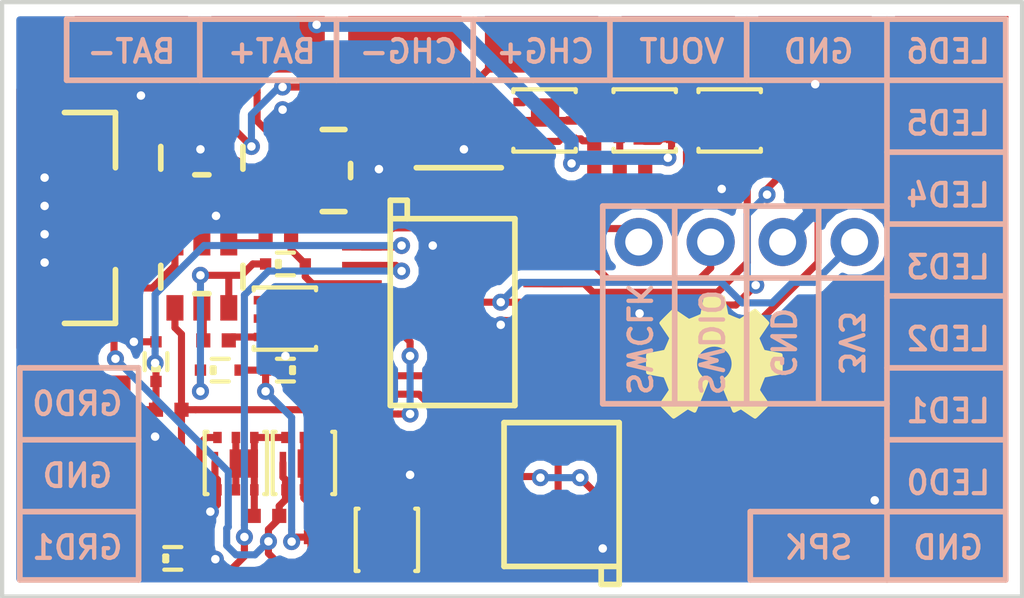
<source format=kicad_pcb>
(kicad_pcb (version 4) (host pcbnew 4.0.6)

  (general
    (links 158)
    (no_connects 0)
    (area 116.579429 94.184761 154.575001 118.825)
    (thickness 1.6)
    (drawings 62)
    (tracks 567)
    (zones 0)
    (modules 77)
    (nets 53)
  )

  (page A4)
  (layers
    (0 F.Cu signal)
    (31 B.Cu signal)
    (32 B.Adhes user)
    (33 F.Adhes user)
    (34 B.Paste user)
    (35 F.Paste user)
    (36 B.SilkS user)
    (37 F.SilkS user)
    (38 B.Mask user)
    (39 F.Mask user)
    (40 Dwgs.User user)
    (41 Cmts.User user)
    (42 Eco1.User user)
    (43 Eco2.User user)
    (44 Edge.Cuts user)
    (45 Margin user)
    (46 B.CrtYd user)
    (47 F.CrtYd user)
    (48 B.Fab user)
    (49 F.Fab user)
  )

  (setup
    (last_trace_width 0.25)
    (trace_clearance 0.2)
    (zone_clearance 0.3)
    (zone_45_only no)
    (trace_min 0.2)
    (segment_width 0.2)
    (edge_width 0.15)
    (via_size 0.6)
    (via_drill 0.3)
    (via_min_size 0.4)
    (via_min_drill 0.3)
    (uvia_size 0.3)
    (uvia_drill 0.1)
    (uvias_allowed no)
    (uvia_min_size 0.2)
    (uvia_min_drill 0.1)
    (pcb_text_width 0.3)
    (pcb_text_size 1.5 1.5)
    (mod_edge_width 0.15)
    (mod_text_size 1 1)
    (mod_text_width 0.15)
    (pad_size 1.524 1.524)
    (pad_drill 0.762)
    (pad_to_mask_clearance 0.15)
    (aux_axis_origin 0 0)
    (visible_elements 7FFFFF7F)
    (pcbplotparams
      (layerselection 0x010f0_80000001)
      (usegerberextensions true)
      (excludeedgelayer true)
      (linewidth 0.200000)
      (plotframeref false)
      (viasonmask false)
      (mode 1)
      (useauxorigin false)
      (hpglpennumber 1)
      (hpglpenspeed 20)
      (hpglpendiameter 15)
      (hpglpenoverlay 2)
      (psnegative false)
      (psa4output false)
      (plotreference true)
      (plotvalue true)
      (plotinvisibletext false)
      (padsonsilk false)
      (subtractmaskfromsilk false)
      (outputformat 1)
      (mirror false)
      (drillshape 0)
      (scaleselection 1)
      (outputdirectory gerber/))
  )

  (net 0 "")
  (net 1 GND)
  (net 2 "Net-(C1-Pad2)")
  (net 3 "Net-(C2-Pad2)")
  (net 4 "Net-(C3-Pad2)")
  (net 5 /VBAT)
  (net 6 3V3)
  (net 7 /VADC)
  (net 8 /~CPU_RST)
  (net 9 /~RST)
  (net 10 "Net-(D2-Pad1)")
  (net 11 /BUZ_EN)
  (net 12 /GUARD0)
  (net 13 /GUARD1)
  (net 14 "Net-(R1-Pad2)")
  (net 15 "Net-(R2-Pad1)")
  (net 16 /BUZZER_PWR)
  (net 17 "Net-(R4-Pad2)")
  (net 18 "Net-(R5-Pad1)")
  (net 19 "Net-(R5-Pad2)")
  (net 20 /WAKE)
  (net 21 "Net-(R6-Pad2)")
  (net 22 "Net-(R7-Pad2)")
  (net 23 "Net-(R10-Pad2)")
  (net 24 /MEAS)
  (net 25 "Net-(R12-Pad2)")
  (net 26 /LOAD)
  (net 27 "Net-(R14-Pad1)")
  (net 28 "Net-(R15-Pad1)")
  (net 29 "Net-(R15-Pad2)")
  (net 30 "Net-(R16-Pad1)")
  (net 31 "Net-(R20-Pad1)")
  (net 32 "Net-(U4-Pad1)")
  (net 33 /LED1)
  (net 34 /LED0)
  (net 35 /LED2)
  (net 36 /LED3)
  (net 37 /LED4)
  (net 38 /LED5)
  (net 39 /LED6)
  (net 40 /VOUT)
  (net 41 "Net-(X1-Pad4)")
  (net 42 "Net-(X1-Pad3)")
  (net 43 "Net-(X1-Pad2)")
  (net 44 "Net-(R21-Pad2)")
  (net 45 "Net-(R22-Pad2)")
  (net 46 "Net-(R23-Pad2)")
  (net 47 "Net-(R24-Pad2)")
  (net 48 "Net-(R25-Pad2)")
  (net 49 "Net-(R26-Pad2)")
  (net 50 "Net-(R27-Pad2)")
  (net 51 /SWDIO)
  (net 52 /SWCLK)

  (net_class Default "This is the default net class."
    (clearance 0.2)
    (trace_width 0.25)
    (via_dia 0.6)
    (via_drill 0.3)
    (uvia_dia 0.3)
    (uvia_drill 0.1)
    (add_net /BUZZER_PWR)
    (add_net /BUZ_EN)
    (add_net /GUARD0)
    (add_net /GUARD1)
    (add_net /LED0)
    (add_net /LED1)
    (add_net /LED2)
    (add_net /LED3)
    (add_net /LED4)
    (add_net /LED5)
    (add_net /LED6)
    (add_net /LOAD)
    (add_net /MEAS)
    (add_net /SWCLK)
    (add_net /SWDIO)
    (add_net /VADC)
    (add_net /VBAT)
    (add_net /VOUT)
    (add_net /WAKE)
    (add_net /~CPU_RST)
    (add_net /~RST)
    (add_net 3V3)
    (add_net GND)
    (add_net "Net-(C1-Pad2)")
    (add_net "Net-(C2-Pad2)")
    (add_net "Net-(C3-Pad2)")
    (add_net "Net-(D2-Pad1)")
    (add_net "Net-(R1-Pad2)")
    (add_net "Net-(R10-Pad2)")
    (add_net "Net-(R12-Pad2)")
    (add_net "Net-(R14-Pad1)")
    (add_net "Net-(R15-Pad1)")
    (add_net "Net-(R15-Pad2)")
    (add_net "Net-(R16-Pad1)")
    (add_net "Net-(R2-Pad1)")
    (add_net "Net-(R20-Pad1)")
    (add_net "Net-(R21-Pad2)")
    (add_net "Net-(R22-Pad2)")
    (add_net "Net-(R23-Pad2)")
    (add_net "Net-(R24-Pad2)")
    (add_net "Net-(R25-Pad2)")
    (add_net "Net-(R26-Pad2)")
    (add_net "Net-(R27-Pad2)")
    (add_net "Net-(R4-Pad2)")
    (add_net "Net-(R5-Pad1)")
    (add_net "Net-(R5-Pad2)")
    (add_net "Net-(R6-Pad2)")
    (add_net "Net-(R7-Pad2)")
    (add_net "Net-(U4-Pad1)")
    (add_net "Net-(X1-Pad2)")
    (add_net "Net-(X1-Pad3)")
    (add_net "Net-(X1-Pad4)")
  )

  (net_class PWR ""
    (clearance 0.2)
    (trace_width 0.5)
    (via_dia 0.6)
    (via_drill 0.3)
    (uvia_dia 0.3)
    (uvia_drill 0.1)
  )

  (module SO:TSSOP20 (layer F.Cu) (tedit 59FACACB) (tstamp 59F72139)
    (at 131.2 104.3 270)
    (path /59F6D808)
    (fp_text reference U5 (at -0.95 -6.4 360) (layer F.SilkS) hide
      (effects (font (size 0.8 0.8) (thickness 0.15)))
    )
    (fp_text value STM32F030F4P6 (at 3 -3.1 270) (layer F.Fab) hide
      (effects (font (size 1 1) (thickness 0.15)))
    )
    (fp_line (start 6.25 -5.4) (end 6.25 -1) (layer F.SilkS) (width 0.2))
    (fp_line (start -0.35 -5.4) (end 6.25 -5.4) (layer F.SilkS) (width 0.2))
    (fp_line (start -1 -1.6) (end -0.35 -1.6) (layer F.SilkS) (width 0.2))
    (fp_line (start -1 -1) (end 6.25 -1) (layer F.SilkS) (width 0.2))
    (fp_line (start -0.35 -1) (end -0.35 -5.4) (layer F.SilkS) (width 0.2))
    (fp_line (start -1 -1) (end -1 -1.6) (layer F.SilkS) (width 0.2))
    (pad 10 smd rect (at 5.85 0 270) (size 0.25 1.4) (layers F.Cu F.Paste F.Mask)
      (net 34 /LED0))
    (pad 9 smd rect (at 5.2 0 270) (size 0.25 1.4) (layers F.Cu F.Paste F.Mask)
      (net 33 /LED1))
    (pad 1 smd rect (at 0 0 270) (size 0.25 1.4) (layers F.Cu F.Paste F.Mask)
      (net 1 GND))
    (pad 2 smd rect (at 0.65 0 270) (size 0.25 1.4) (layers F.Cu F.Paste F.Mask)
      (net 12 /GUARD0))
    (pad 3 smd rect (at 1.3 0 270) (size 0.25 1.4) (layers F.Cu F.Paste F.Mask)
      (net 13 /GUARD1))
    (pad 4 smd rect (at 1.95 0 270) (size 0.25 1.4) (layers F.Cu F.Paste F.Mask)
      (net 8 /~CPU_RST))
    (pad 5 smd rect (at 2.6 0 270) (size 0.25 1.4) (layers F.Cu F.Paste F.Mask)
      (net 6 3V3))
    (pad 6 smd rect (at 3.25 0 270) (size 0.25 1.4) (layers F.Cu F.Paste F.Mask)
      (net 7 /VADC))
    (pad 7 smd rect (at 3.9 0 270) (size 0.25 1.4) (layers F.Cu F.Paste F.Mask)
      (net 11 /BUZ_EN))
    (pad 8 smd rect (at 4.55 0 270) (size 0.25 1.4) (layers F.Cu F.Paste F.Mask)
      (net 24 /MEAS))
    (pad 11 smd rect (at 5.85 -6.4 270) (size 0.25 1.4) (layers F.Cu F.Paste F.Mask)
      (net 35 /LED2))
    (pad 12 smd rect (at 5.2 -6.4 270) (size 0.25 1.4) (layers F.Cu F.Paste F.Mask)
      (net 36 /LED3))
    (pad 13 smd rect (at 4.55 -6.4 270) (size 0.25 1.4) (layers F.Cu F.Paste F.Mask)
      (net 37 /LED4))
    (pad 14 smd rect (at 3.9 -6.4 270) (size 0.25 1.4) (layers F.Cu F.Paste F.Mask)
      (net 38 /LED5))
    (pad 15 smd rect (at 3.25 -6.4 270) (size 0.25 1.4) (layers F.Cu F.Paste F.Mask)
      (net 1 GND))
    (pad 16 smd rect (at 2.6 -6.4 270) (size 0.25 1.4) (layers F.Cu F.Paste F.Mask)
      (net 6 3V3))
    (pad 17 smd rect (at 1.95 -6.4 270) (size 0.25 1.4) (layers F.Cu F.Paste F.Mask)
      (net 39 /LED6))
    (pad 18 smd rect (at 1.3 -6.4 270) (size 0.25 1.4) (layers F.Cu F.Paste F.Mask)
      (net 26 /LOAD))
    (pad 19 smd rect (at 0.65 -6.4 270) (size 0.25 1.4) (layers F.Cu F.Paste F.Mask)
      (net 51 /SWDIO))
    (pad 20 smd rect (at 0 -6.4 270) (size 0.25 1.4) (layers F.Cu F.Paste F.Mask)
      (net 52 /SWCLK))
    (model SO.pretty/3D/TSSOP20.wrl
      (at (xyz 0 0 0))
      (scale (xyz 0.393701 0.393701 0.393701))
      (rotate (xyz 0 0 0))
    )
  )

  (module IR:PQFN2x2 (layer F.Cu) (tedit 59F97CCC) (tstamp 59F72169)
    (at 133.081 114.296 180)
    (path /59F74F48)
    (fp_text reference VT4 (at 1.02 -1.07 180) (layer F.SilkS) hide
      (effects (font (size 1 1) (thickness 0.15)))
    )
    (fp_text value MOSFET_P_DGS (at 0.5 1.1 180) (layer F.Fab) hide
      (effects (font (size 1 1) (thickness 0.15)))
    )
    (fp_line (start 2.1 -2.1) (end 2 -2.1) (layer F.SilkS) (width 0.15))
    (fp_line (start 2.1 0.1) (end 2 0.1) (layer F.SilkS) (width 0.15))
    (fp_line (start -0.1 0.1) (end 0 0.1) (layer F.SilkS) (width 0.15))
    (fp_line (start -0.1 -2.1) (end 0 -2.1) (layer F.SilkS) (width 0.15))
    (fp_line (start 2.1 0.1) (end 2.1 -2.1) (layer F.SilkS) (width 0.15))
    (fp_line (start -0.1 -2.1) (end -0.1 0.1) (layer F.SilkS) (width 0.15))
    (pad 1 smd rect (at 0.35 -0.1 180) (size 0.3 0.4) (layers F.Cu F.Paste F.Mask)
      (net 16 /BUZZER_PWR))
    (pad 1 smd rect (at 1 -0.1 180) (size 0.3 0.4) (layers F.Cu F.Paste F.Mask)
      (net 16 /BUZZER_PWR))
    (pad 2 smd rect (at 1.65 -0.1 180) (size 0.3 0.4) (layers F.Cu F.Paste F.Mask)
      (net 23 "Net-(R10-Pad2)"))
    (pad 1 smd rect (at 0.35 -1.95 180) (size 0.3 0.4) (layers F.Cu F.Paste F.Mask)
      (net 16 /BUZZER_PWR))
    (pad 1 smd rect (at 1 -1.95 180) (size 0.3 0.4) (layers F.Cu F.Paste F.Mask)
      (net 16 /BUZZER_PWR))
    (pad 3 smd rect (at 1.65 -1.95 180) (size 0.3 0.4) (layers F.Cu F.Paste F.Mask)
      (net 5 /VBAT))
    (pad 1 smd rect (at 0.72 -1.02 180) (size 1 1) (layers F.Cu F.Paste F.Mask)
      (net 16 /BUZZER_PWR))
    (pad 3 smd rect (at 1.74 -1 180) (size 0.23 0.785) (layers F.Cu F.Paste F.Mask)
      (net 5 /VBAT))
    (model IR.pretty/3D/PQFN2x2.wrl
      (at (xyz 0 0 0))
      (scale (xyz 0.3937007874015748 0.3937007874015748 0.3937007874015748))
      (rotate (xyz 0 0 0))
    )
  )

  (module SOD:SOD523 (layer F.Cu) (tedit 59F97C29) (tstamp 59F72081)
    (at 125.325 115.951 90)
    (path /59F78360)
    (fp_text reference D5 (at 0.1 -0.95 180) (layer F.SilkS) hide
      (effects (font (size 1 1) (thickness 0.2)))
    )
    (fp_text value zener (at 0.9 -3.3 90) (layer F.Fab) hide
      (effects (font (size 1 1) (thickness 0.15)))
    )
    (fp_line (start -0.1 -1.1) (end 0.1 -1.1) (layer F.SilkS) (width 0.15))
    (fp_line (start 0.1 -1.1) (end 0.1 -1) (layer F.SilkS) (width 0.15))
    (fp_line (start 0.1 -1) (end -0.1 -1) (layer F.SilkS) (width 0.15))
    (fp_line (start -0.1 -1) (end -0.1 -1.1) (layer F.SilkS) (width 0.15))
    (fp_line (start 0.4 -1.1) (end 0.4 -0.5) (layer F.SilkS) (width 0.15))
    (fp_line (start -0.4 -1.1) (end -0.4 -0.5) (layer F.SilkS) (width 0.15))
    (pad 1 smd rect (at 0 -0.1 90) (size 0.4 0.4) (layers F.Cu F.Paste F.Mask)
      (net 1 GND))
    (pad 2 smd rect (at 0 -1.5 90) (size 0.4 0.4) (layers F.Cu F.Paste F.Mask)
      (net 13 /GUARD1))
    (model SOD.pretty/3D/SOD523.wrl
      (at (xyz 0 0 0))
      (scale (xyz 0.393701 0.393701 0.393701))
      (rotate (xyz 0 0 0))
    )
  )

  (module discrete_SMD:0402_C (layer F.Cu) (tedit 59F97D45) (tstamp 59F72039)
    (at 142.7 115.4 90)
    (path /59F6FC90)
    (fp_text reference C1 (at 0.7 0.7 90) (layer F.SilkS) hide
      (effects (font (size 0.5 0.5) (thickness 0.125)))
    )
    (fp_text value capacitor (at 0.6 1.7 90) (layer F.Fab) hide
      (effects (font (size 1 1) (thickness 0.15)))
    )
    (pad 1 smd rect (at 0 0 90) (size 0.5 0.5) (layers F.Cu F.Paste F.Mask)
      (net 1 GND))
    (pad 2 smd rect (at 0.9 0 90) (size 0.5 0.5) (layers F.Cu F.Paste F.Mask)
      (net 2 "Net-(C1-Pad2)"))
    (model discrete_SMD.pretty/3D/0402_C.wrl
      (at (xyz -0.0021 0 0))
      (scale (xyz 0.393701 0.393701 0.393701))
      (rotate (xyz 0 0 0))
    )
  )

  (module discrete_SMD:0402_C (layer F.Cu) (tedit 59F97D48) (tstamp 59F7203F)
    (at 132.9 112.1)
    (path /59F6FD50)
    (fp_text reference C2 (at 0.7 0.7) (layer F.SilkS) hide
      (effects (font (size 0.5 0.5) (thickness 0.125)))
    )
    (fp_text value capacitor (at 0.6 1.7) (layer F.Fab) hide
      (effects (font (size 1 1) (thickness 0.15)))
    )
    (pad 1 smd rect (at 0 0) (size 0.5 0.5) (layers F.Cu F.Paste F.Mask)
      (net 1 GND))
    (pad 2 smd rect (at 0.9 0) (size 0.5 0.5) (layers F.Cu F.Paste F.Mask)
      (net 3 "Net-(C2-Pad2)"))
    (model discrete_SMD.pretty/3D/0402_C.wrl
      (at (xyz -0.0021 0 0))
      (scale (xyz 0.393701 0.393701 0.393701))
      (rotate (xyz 0 0 0))
    )
  )

  (module discrete_SMD:0402_C (layer F.Cu) (tedit 59F97B45) (tstamp 59F72045)
    (at 123.4 100.55 270)
    (path /59F6ECA6)
    (fp_text reference C3 (at 0.45 0 270) (layer F.SilkS) hide
      (effects (font (size 0.5 0.5) (thickness 0.125)))
    )
    (fp_text value capacitor (at 0.6 1.7 270) (layer F.Fab) hide
      (effects (font (size 1 1) (thickness 0.15)))
    )
    (pad 1 smd rect (at 0 0 270) (size 0.5 0.5) (layers F.Cu F.Paste F.Mask)
      (net 1 GND))
    (pad 2 smd rect (at 0.9 0 270) (size 0.5 0.5) (layers F.Cu F.Paste F.Mask)
      (net 4 "Net-(C3-Pad2)"))
    (model discrete_SMD.pretty/3D/0402_C.wrl
      (at (xyz -0.0021 0 0))
      (scale (xyz 0.393701 0.393701 0.393701))
      (rotate (xyz 0 0 0))
    )
  )

  (module discrete_SMD:0402_C (layer F.Cu) (tedit 59F97B70) (tstamp 59F7204B)
    (at 129.2 100.1)
    (path /59F6E94D)
    (fp_text reference C4 (at 0.5 0) (layer F.SilkS) hide
      (effects (font (size 0.5 0.5) (thickness 0.125)))
    )
    (fp_text value capacitor (at 0.6 1.7) (layer F.Fab) hide
      (effects (font (size 1 1) (thickness 0.15)))
    )
    (pad 1 smd rect (at 0 0) (size 0.5 0.5) (layers F.Cu F.Paste F.Mask)
      (net 1 GND))
    (pad 2 smd rect (at 0.9 0) (size 0.5 0.5) (layers F.Cu F.Paste F.Mask)
      (net 5 /VBAT))
    (model discrete_SMD.pretty/3D/0402_C.wrl
      (at (xyz -0.0021 0 0))
      (scale (xyz 0.393701 0.393701 0.393701))
      (rotate (xyz 0 0 0))
    )
  )

  (module discrete_SMD:0402_C (layer F.Cu) (tedit 59F97B89) (tstamp 59F72051)
    (at 132.6 102.2 90)
    (path /59F6EAE2)
    (fp_text reference C5 (at 0.45 -0.05 90) (layer F.SilkS) hide
      (effects (font (size 0.5 0.5) (thickness 0.125)))
    )
    (fp_text value capacitor (at 0.6 1.7 90) (layer F.Fab) hide
      (effects (font (size 1 1) (thickness 0.15)))
    )
    (pad 1 smd rect (at 0 0 90) (size 0.5 0.5) (layers F.Cu F.Paste F.Mask)
      (net 1 GND))
    (pad 2 smd rect (at 0.9 0 90) (size 0.5 0.5) (layers F.Cu F.Paste F.Mask)
      (net 6 3V3))
    (model discrete_SMD.pretty/3D/0402_C.wrl
      (at (xyz -0.0021 0 0))
      (scale (xyz 0.393701 0.393701 0.393701))
      (rotate (xyz 0 0 0))
    )
  )

  (module discrete_SMD:case_B (layer F.Cu) (tedit 59F97B8F) (tstamp 59F72057)
    (at 134.62 101.75 90)
    (path /59F71EA7)
    (fp_text reference C6 (at 0.15 -0.15 90) (layer F.SilkS) hide
      (effects (font (size 1 1) (thickness 0.2)))
    )
    (fp_text value capacitor_el (at 0.05 1.55 90) (layer F.Fab) hide
      (effects (font (size 1 1) (thickness 0.15)))
    )
    (fp_line (start -0.4 -1.5) (end -0.4 1.5) (layer F.SilkS) (width 0.2))
    (pad 1 smd rect (at -1.45 0 90) (size 1.4 2.8) (layers F.Cu F.Paste F.Mask)
      (net 6 3V3))
    (pad 2 smd rect (at 1.35 0 90) (size 1.4 2.8) (layers F.Cu F.Paste F.Mask)
      (net 1 GND))
    (model discrete_SMD.pretty/3D/case_B.wrl
      (at (xyz -0.002 0 0))
      (scale (xyz 0.393701 0.393701 0.393701))
      (rotate (xyz 0 0 0))
    )
  )

  (module discrete_SMD:0402_C (layer F.Cu) (tedit 59F97D5D) (tstamp 59F7205D)
    (at 140.2 107.3 180)
    (path /59F71FB8)
    (fp_text reference C7 (at 0.7 0.7 180) (layer F.SilkS) hide
      (effects (font (size 0.5 0.5) (thickness 0.125)))
    )
    (fp_text value capacitor (at 0.6 1.7 180) (layer F.Fab) hide
      (effects (font (size 1 1) (thickness 0.15)))
    )
    (pad 1 smd rect (at 0 0 180) (size 0.5 0.5) (layers F.Cu F.Paste F.Mask)
      (net 1 GND))
    (pad 2 smd rect (at 0.9 0 180) (size 0.5 0.5) (layers F.Cu F.Paste F.Mask)
      (net 6 3V3))
    (model discrete_SMD.pretty/3D/0402_C.wrl
      (at (xyz -0.0021 0 0))
      (scale (xyz 0.393701 0.393701 0.393701))
      (rotate (xyz 0 0 0))
    )
  )

  (module discrete_SMD:0402_C (layer F.Cu) (tedit 59F97C61) (tstamp 59F72063)
    (at 131.981 113.05 90)
    (path /59F6ED69)
    (fp_text reference C8 (at 0.45 0 90) (layer F.SilkS) hide
      (effects (font (size 0.5 0.5) (thickness 0.125)))
    )
    (fp_text value capacitor (at 0.6 1.7 90) (layer F.Fab) hide
      (effects (font (size 1 1) (thickness 0.15)))
    )
    (pad 1 smd rect (at 0 0 90) (size 0.5 0.5) (layers F.Cu F.Paste F.Mask)
      (net 7 /VADC))
    (pad 2 smd rect (at 0.9 0 90) (size 0.5 0.5) (layers F.Cu F.Paste F.Mask)
      (net 1 GND))
    (model discrete_SMD.pretty/3D/0402_C.wrl
      (at (xyz -0.0021 0 0))
      (scale (xyz 0.393701 0.393701 0.393701))
      (rotate (xyz 0 0 0))
    )
  )

  (module SOD:SOD523 (layer F.Cu) (tedit 59F97B68) (tstamp 59F72069)
    (at 129.3 105.55 90)
    (path /59F762EE)
    (fp_text reference D1 (at -0.05 -0.85 180) (layer F.SilkS) hide
      (effects (font (size 1 1) (thickness 0.2)))
    )
    (fp_text value diode (at 0.9 -3.3 90) (layer F.Fab) hide
      (effects (font (size 1 1) (thickness 0.15)))
    )
    (fp_line (start -0.1 -1.1) (end 0.1 -1.1) (layer F.SilkS) (width 0.15))
    (fp_line (start 0.1 -1.1) (end 0.1 -1) (layer F.SilkS) (width 0.15))
    (fp_line (start 0.1 -1) (end -0.1 -1) (layer F.SilkS) (width 0.15))
    (fp_line (start -0.1 -1) (end -0.1 -1.1) (layer F.SilkS) (width 0.15))
    (fp_line (start 0.4 -1.1) (end 0.4 -0.5) (layer F.SilkS) (width 0.15))
    (fp_line (start -0.4 -1.1) (end -0.4 -0.5) (layer F.SilkS) (width 0.15))
    (pad 1 smd rect (at 0 -0.1 90) (size 0.4 0.4) (layers F.Cu F.Paste F.Mask)
      (net 8 /~CPU_RST))
    (pad 2 smd rect (at 0 -1.5 90) (size 0.4 0.4) (layers F.Cu F.Paste F.Mask)
      (net 9 /~RST))
    (model SOD.pretty/3D/SOD523.wrl
      (at (xyz 0 0 0))
      (scale (xyz 0.393701 0.393701 0.393701))
      (rotate (xyz 0 0 0))
    )
  )

  (module SOD:SOD523 (layer F.Cu) (tedit 59F97AEE) (tstamp 59F7206F)
    (at 127.7 109.3 270)
    (path /59F722C4)
    (fp_text reference D2 (at 1.15 -1.1 360) (layer F.SilkS) hide
      (effects (font (size 0.8 0.8) (thickness 0.15)))
    )
    (fp_text value diode (at 0.9 -3.3 270) (layer F.Fab) hide
      (effects (font (size 1 1) (thickness 0.15)))
    )
    (fp_line (start -0.1 -1.1) (end 0.1 -1.1) (layer F.SilkS) (width 0.15))
    (fp_line (start 0.1 -1.1) (end 0.1 -1) (layer F.SilkS) (width 0.15))
    (fp_line (start 0.1 -1) (end -0.1 -1) (layer F.SilkS) (width 0.15))
    (fp_line (start -0.1 -1) (end -0.1 -1.1) (layer F.SilkS) (width 0.15))
    (fp_line (start 0.4 -1.1) (end 0.4 -0.5) (layer F.SilkS) (width 0.15))
    (fp_line (start -0.4 -1.1) (end -0.4 -0.5) (layer F.SilkS) (width 0.15))
    (pad 1 smd rect (at 0 -0.1 270) (size 0.4 0.4) (layers F.Cu F.Paste F.Mask)
      (net 10 "Net-(D2-Pad1)"))
    (pad 2 smd rect (at 0 -1.5 270) (size 0.4 0.4) (layers F.Cu F.Paste F.Mask)
      (net 11 /BUZ_EN))
    (model SOD.pretty/3D/SOD523.wrl
      (at (xyz 0 0 0))
      (scale (xyz 0.393701 0.393701 0.393701))
      (rotate (xyz 0 0 0))
    )
  )

  (module SOD:SOD523 (layer F.Cu) (tedit 59F97AF8) (tstamp 59F72075)
    (at 127 109.3 90)
    (path /59F71EBD)
    (fp_text reference D3 (at -1.15 -0.35 180) (layer F.SilkS) hide
      (effects (font (size 1 1) (thickness 0.2)))
    )
    (fp_text value diode (at 0.9 -3.3 90) (layer F.Fab) hide
      (effects (font (size 1 1) (thickness 0.15)))
    )
    (fp_line (start -0.1 -1.1) (end 0.1 -1.1) (layer F.SilkS) (width 0.15))
    (fp_line (start 0.1 -1.1) (end 0.1 -1) (layer F.SilkS) (width 0.15))
    (fp_line (start 0.1 -1) (end -0.1 -1) (layer F.SilkS) (width 0.15))
    (fp_line (start -0.1 -1) (end -0.1 -1.1) (layer F.SilkS) (width 0.15))
    (fp_line (start 0.4 -1.1) (end 0.4 -0.5) (layer F.SilkS) (width 0.15))
    (fp_line (start -0.4 -1.1) (end -0.4 -0.5) (layer F.SilkS) (width 0.15))
    (pad 1 smd rect (at 0 -0.1 90) (size 0.4 0.4) (layers F.Cu F.Paste F.Mask)
      (net 10 "Net-(D2-Pad1)"))
    (pad 2 smd rect (at 0 -1.5 90) (size 0.4 0.4) (layers F.Cu F.Paste F.Mask)
      (net 9 /~RST))
    (model SOD.pretty/3D/SOD523.wrl
      (at (xyz 0 0 0))
      (scale (xyz 0.393701 0.393701 0.393701))
      (rotate (xyz 0 0 0))
    )
  )

  (module SOD:SOD523 (layer F.Cu) (tedit 59F97AD9) (tstamp 59F7207B)
    (at 123.931 108.2 180)
    (path /59F781B3)
    (fp_text reference D4 (at 1.4 -0.1 180) (layer F.SilkS) hide
      (effects (font (size 0.8 0.8) (thickness 0.15)))
    )
    (fp_text value zener (at 0.9 -3.3 180) (layer F.Fab) hide
      (effects (font (size 1 1) (thickness 0.15)))
    )
    (fp_line (start -0.1 -1.1) (end 0.1 -1.1) (layer F.SilkS) (width 0.15))
    (fp_line (start 0.1 -1.1) (end 0.1 -1) (layer F.SilkS) (width 0.15))
    (fp_line (start 0.1 -1) (end -0.1 -1) (layer F.SilkS) (width 0.15))
    (fp_line (start -0.1 -1) (end -0.1 -1.1) (layer F.SilkS) (width 0.15))
    (fp_line (start 0.4 -1.1) (end 0.4 -0.5) (layer F.SilkS) (width 0.15))
    (fp_line (start -0.4 -1.1) (end -0.4 -0.5) (layer F.SilkS) (width 0.15))
    (pad 1 smd rect (at 0 -0.1 180) (size 0.4 0.4) (layers F.Cu F.Paste F.Mask)
      (net 1 GND))
    (pad 2 smd rect (at 0 -1.5 180) (size 0.4 0.4) (layers F.Cu F.Paste F.Mask)
      (net 12 /GUARD0))
    (model SOD.pretty/3D/SOD523.wrl
      (at (xyz 0 0 0))
      (scale (xyz 0.393701 0.393701 0.393701))
      (rotate (xyz 0 0 0))
    )
  )

  (module discrete_SMD:0402_R (layer F.Cu) (tedit 59F97B0D) (tstamp 59F72087)
    (at 123.15 107.3 90)
    (path /59F7C465)
    (fp_text reference R1 (at 0.45 0.05 90) (layer F.SilkS) hide
      (effects (font (size 0.5 0.5) (thickness 0.125)))
    )
    (fp_text value resistor (at 0.6 1.7 90) (layer F.Fab) hide
      (effects (font (size 1 1) (thickness 0.15)))
    )
    (pad 1 smd rect (at 0 0 90) (size 0.5 0.5) (layers F.Cu F.Paste F.Mask)
      (net 1 GND))
    (pad 2 smd rect (at 0.9 0 90) (size 0.5 0.5) (layers F.Cu F.Paste F.Mask)
      (net 14 "Net-(R1-Pad2)"))
    (model discrete_SMD.pretty/3D/0402_R.wrl
      (at (xyz -0.002 0 0))
      (scale (xyz 0.393701 0.393701 0.393701))
      (rotate (xyz 0 0 0))
    )
  )

  (module discrete_SMD:0402_R (layer F.Cu) (tedit 59F97D3A) (tstamp 59F7208D)
    (at 133.8 114.8 270)
    (path /59F70017)
    (fp_text reference R2 (at 0.7 0.7 270) (layer F.SilkS) hide
      (effects (font (size 0.5 0.5) (thickness 0.125)))
    )
    (fp_text value resistor (at 0.6 1.7 270) (layer F.Fab) hide
      (effects (font (size 1 1) (thickness 0.15)))
    )
    (pad 1 smd rect (at 0 0 270) (size 0.5 0.5) (layers F.Cu F.Paste F.Mask)
      (net 15 "Net-(R2-Pad1)"))
    (pad 2 smd rect (at 0.9 0 270) (size 0.5 0.5) (layers F.Cu F.Paste F.Mask)
      (net 16 /BUZZER_PWR))
    (model discrete_SMD.pretty/3D/0402_R.wrl
      (at (xyz -0.002 0 0))
      (scale (xyz 0.393701 0.393701 0.393701))
      (rotate (xyz 0 0 0))
    )
  )

  (module discrete_SMD:0402_R (layer F.Cu) (tedit 59F97D3D) (tstamp 59F72093)
    (at 133.8 113 270)
    (path /59F6FDED)
    (fp_text reference R3 (at 0.7 0.7 270) (layer F.SilkS) hide
      (effects (font (size 0.5 0.5) (thickness 0.125)))
    )
    (fp_text value resistor (at 0.6 1.7 270) (layer F.Fab) hide
      (effects (font (size 1 1) (thickness 0.15)))
    )
    (pad 1 smd rect (at 0 0 270) (size 0.5 0.5) (layers F.Cu F.Paste F.Mask)
      (net 2 "Net-(C1-Pad2)"))
    (pad 2 smd rect (at 0.9 0 270) (size 0.5 0.5) (layers F.Cu F.Paste F.Mask)
      (net 15 "Net-(R2-Pad1)"))
    (model discrete_SMD.pretty/3D/0402_R.wrl
      (at (xyz -0.002 0 0))
      (scale (xyz 0.393701 0.393701 0.393701))
      (rotate (xyz 0 0 0))
    )
  )

  (module discrete_SMD:0402_R (layer F.Cu) (tedit 59F97B55) (tstamp 59F72099)
    (at 127.7 102.3 270)
    (path /59F6EBA4)
    (fp_text reference R4 (at 0.45 0 270) (layer F.SilkS) hide
      (effects (font (size 0.5 0.5) (thickness 0.125)))
    )
    (fp_text value resistor (at 0.6 1.7 270) (layer F.Fab) hide
      (effects (font (size 1 1) (thickness 0.15)))
    )
    (pad 1 smd rect (at 0 0 270) (size 0.5 0.5) (layers F.Cu F.Paste F.Mask)
      (net 1 GND))
    (pad 2 smd rect (at 0.9 0 270) (size 0.5 0.5) (layers F.Cu F.Paste F.Mask)
      (net 17 "Net-(R4-Pad2)"))
    (model discrete_SMD.pretty/3D/0402_R.wrl
      (at (xyz -0.002 0 0))
      (scale (xyz 0.393701 0.393701 0.393701))
      (rotate (xyz 0 0 0))
    )
  )

  (module discrete_SMD:0402_R (layer F.Cu) (tedit 59F97D4A) (tstamp 59F7209F)
    (at 142.7 113.1)
    (path /59F7AF2C)
    (fp_text reference R5 (at 0.7 0.7) (layer F.SilkS) hide
      (effects (font (size 0.5 0.5) (thickness 0.125)))
    )
    (fp_text value resistor (at 0.6 1.7) (layer F.Fab) hide
      (effects (font (size 1 1) (thickness 0.15)))
    )
    (pad 1 smd rect (at 0 0) (size 0.5 0.5) (layers F.Cu F.Paste F.Mask)
      (net 18 "Net-(R5-Pad1)"))
    (pad 2 smd rect (at 0.9 0) (size 0.5 0.5) (layers F.Cu F.Paste F.Mask)
      (net 19 "Net-(R5-Pad2)"))
    (model discrete_SMD.pretty/3D/0402_R.wrl
      (at (xyz -0.002 0 0))
      (scale (xyz 0.393701 0.393701 0.393701))
      (rotate (xyz 0 0 0))
    )
  )

  (module discrete_SMD:0402_R (layer F.Cu) (tedit 59F97AD2) (tstamp 59F720A5)
    (at 125.6 108.25)
    (path /59F77876)
    (fp_text reference R6 (at 0.45 0) (layer F.SilkS) hide
      (effects (font (size 0.5 0.5) (thickness 0.125)))
    )
    (fp_text value resistor (at 0.6 1.7) (layer F.Fab) hide
      (effects (font (size 1 1) (thickness 0.15)))
    )
    (pad 1 smd rect (at 0 0) (size 0.5 0.5) (layers F.Cu F.Paste F.Mask)
      (net 20 /WAKE))
    (pad 2 smd rect (at 0.9 0) (size 0.5 0.5) (layers F.Cu F.Paste F.Mask)
      (net 21 "Net-(R6-Pad2)"))
    (model discrete_SMD.pretty/3D/0402_R.wrl
      (at (xyz -0.002 0 0))
      (scale (xyz 0.393701 0.393701 0.393701))
      (rotate (xyz 0 0 0))
    )
  )

  (module discrete_SMD:0402_R (layer F.Cu) (tedit 59F97B7B) (tstamp 59F720AB)
    (at 131.5 100.1)
    (path /59F7C9C7)
    (fp_text reference R7 (at 0.4 0) (layer F.SilkS) hide
      (effects (font (size 0.5 0.5) (thickness 0.125)))
    )
    (fp_text value resistor (at 0.6 1.7) (layer F.Fab) hide
      (effects (font (size 1 1) (thickness 0.15)))
    )
    (pad 1 smd rect (at 0 0) (size 0.5 0.5) (layers F.Cu F.Paste F.Mask)
      (net 5 /VBAT))
    (pad 2 smd rect (at 0.9 0) (size 0.5 0.5) (layers F.Cu F.Paste F.Mask)
      (net 22 "Net-(R7-Pad2)"))
    (model discrete_SMD.pretty/3D/0402_R.wrl
      (at (xyz -0.002 0 0))
      (scale (xyz 0.393701 0.393701 0.393701))
      (rotate (xyz 0 0 0))
    )
  )

  (module discrete_SMD:0402_R (layer F.Cu) (tedit 59F97B5D) (tstamp 59F720B1)
    (at 128.7 104.7 180)
    (path /59F75BC7)
    (fp_text reference R8 (at 0.35 0 180) (layer F.SilkS) hide
      (effects (font (size 0.5 0.5) (thickness 0.125)))
    )
    (fp_text value resistor (at 0.6 1.7 180) (layer F.Fab) hide
      (effects (font (size 1 1) (thickness 0.15)))
    )
    (pad 1 smd rect (at 0 0 180) (size 0.5 0.5) (layers F.Cu F.Paste F.Mask)
      (net 8 /~CPU_RST))
    (pad 2 smd rect (at 0.9 0 180) (size 0.5 0.5) (layers F.Cu F.Paste F.Mask)
      (net 6 3V3))
    (model discrete_SMD.pretty/3D/0402_R.wrl
      (at (xyz -0.002 0 0))
      (scale (xyz 0.393701 0.393701 0.393701))
      (rotate (xyz 0 0 0))
    )
  )

  (module discrete_SMD:0402_R (layer F.Cu) (tedit 59F97D42) (tstamp 59F720B7)
    (at 129.4 116.05)
    (path /59F73878)
    (fp_text reference R9 (at -1.3 0.1) (layer F.SilkS) hide
      (effects (font (size 0.5 0.5) (thickness 0.125)))
    )
    (fp_text value resistor (at 0.6 1.7) (layer F.Fab) hide
      (effects (font (size 1 1) (thickness 0.15)))
    )
    (pad 1 smd rect (at 0 0) (size 0.5 0.5) (layers F.Cu F.Paste F.Mask)
      (net 10 "Net-(D2-Pad1)"))
    (pad 2 smd rect (at 0.9 0) (size 0.5 0.5) (layers F.Cu F.Paste F.Mask)
      (net 5 /VBAT))
    (model discrete_SMD.pretty/3D/0402_R.wrl
      (at (xyz -0.002 0 0))
      (scale (xyz 0.393701 0.393701 0.393701))
      (rotate (xyz 0 0 0))
    )
  )

  (module discrete_SMD:0402_R (layer F.Cu) (tedit 59F97D3F) (tstamp 59F720BD)
    (at 129.4 115.2)
    (path /59F74FAD)
    (fp_text reference R10 (at -1.45 0.05) (layer F.SilkS) hide
      (effects (font (size 0.5 0.5) (thickness 0.125)))
    )
    (fp_text value resistor (at 0.6 1.7) (layer F.Fab) hide
      (effects (font (size 1 1) (thickness 0.15)))
    )
    (pad 1 smd rect (at 0 0) (size 0.5 0.5) (layers F.Cu F.Paste F.Mask)
      (net 10 "Net-(D2-Pad1)"))
    (pad 2 smd rect (at 0.9 0) (size 0.5 0.5) (layers F.Cu F.Paste F.Mask)
      (net 23 "Net-(R10-Pad2)"))
    (model discrete_SMD.pretty/3D/0402_R.wrl
      (at (xyz -0.002 0 0))
      (scale (xyz 0.393701 0.393701 0.393701))
      (rotate (xyz 0 0 0))
    )
  )

  (module discrete_SMD:0402_R (layer F.Cu) (tedit 59F97ADC) (tstamp 59F720C3)
    (at 124.781 112.5 180)
    (path /59F79213)
    (fp_text reference R11 (at 0.45 0.85 180) (layer F.SilkS) hide
      (effects (font (size 0.8 0.8) (thickness 0.15)))
    )
    (fp_text value resistor (at 0.6 1.7 180) (layer F.Fab) hide
      (effects (font (size 1 1) (thickness 0.15)))
    )
    (pad 1 smd rect (at 0 0 180) (size 0.5 0.5) (layers F.Cu F.Paste F.Mask)
      (net 24 /MEAS))
    (pad 2 smd rect (at 0.9 0 180) (size 0.5 0.5) (layers F.Cu F.Paste F.Mask)
      (net 1 GND))
    (model discrete_SMD.pretty/3D/0402_R.wrl
      (at (xyz -0.002 0 0))
      (scale (xyz 0.393701 0.393701 0.393701))
      (rotate (xyz 0 0 0))
    )
  )

  (module discrete_SMD:0402_R (layer F.Cu) (tedit 59F97C34) (tstamp 59F720C9)
    (at 123.881 113.7)
    (path /59F6ED18)
    (fp_text reference R12 (at 0.45 0.05) (layer F.SilkS) hide
      (effects (font (size 0.5 0.5) (thickness 0.125)))
    )
    (fp_text value resistor (at 0.6 1.7) (layer F.Fab) hide
      (effects (font (size 1 1) (thickness 0.15)))
    )
    (pad 1 smd rect (at 0 0) (size 0.5 0.5) (layers F.Cu F.Paste F.Mask)
      (net 24 /MEAS))
    (pad 2 smd rect (at 0.9 0) (size 0.5 0.5) (layers F.Cu F.Paste F.Mask)
      (net 25 "Net-(R12-Pad2)"))
    (model discrete_SMD.pretty/3D/0402_R.wrl
      (at (xyz -0.002 0 0))
      (scale (xyz 0.393701 0.393701 0.393701))
      (rotate (xyz 0 0 0))
    )
  )

  (module discrete_SMD:0402_R (layer F.Cu) (tedit 59F97BDE) (tstamp 59F720CF)
    (at 144.2 102.2 180)
    (path /59F705B0)
    (fp_text reference R13 (at 0.45 -0.05 180) (layer F.SilkS) hide
      (effects (font (size 0.5 0.5) (thickness 0.125)))
    )
    (fp_text value resistor (at 0.6 1.7 180) (layer F.Fab) hide
      (effects (font (size 1 1) (thickness 0.15)))
    )
    (pad 1 smd rect (at 0 0 180) (size 0.5 0.5) (layers F.Cu F.Paste F.Mask)
      (net 1 GND))
    (pad 2 smd rect (at 0.9 0 180) (size 0.5 0.5) (layers F.Cu F.Paste F.Mask)
      (net 26 /LOAD))
    (model discrete_SMD.pretty/3D/0402_R.wrl
      (at (xyz -0.002 0 0))
      (scale (xyz 0.393701 0.393701 0.393701))
      (rotate (xyz 0 0 0))
    )
  )

  (module discrete_SMD:0402_R (layer F.Cu) (tedit 59F97C43) (tstamp 59F720D5)
    (at 127.381 114.45)
    (path /59F6EDDD)
    (fp_text reference R14 (at 0.45 0.05) (layer F.SilkS) hide
      (effects (font (size 0.5 0.5) (thickness 0.125)))
    )
    (fp_text value resistor (at 0.6 1.7) (layer F.Fab) hide
      (effects (font (size 1 1) (thickness 0.15)))
    )
    (pad 1 smd rect (at 0 0) (size 0.5 0.5) (layers F.Cu F.Paste F.Mask)
      (net 27 "Net-(R14-Pad1)"))
    (pad 2 smd rect (at 0.9 0) (size 0.5 0.5) (layers F.Cu F.Paste F.Mask)
      (net 5 /VBAT))
    (model discrete_SMD.pretty/3D/0402_R.wrl
      (at (xyz -0.002 0 0))
      (scale (xyz 0.393701 0.393701 0.393701))
      (rotate (xyz 0 0 0))
    )
  )

  (module discrete_SMD:0402_R (layer F.Cu) (tedit 59F97BD7) (tstamp 59F720DB)
    (at 140.3 102.2)
    (path /59F70507)
    (fp_text reference R15 (at 0.35 0.1) (layer F.SilkS) hide
      (effects (font (size 0.5 0.5) (thickness 0.125)))
    )
    (fp_text value resistor (at 0.6 1.7) (layer F.Fab) hide
      (effects (font (size 1 1) (thickness 0.15)))
    )
    (pad 1 smd rect (at 0 0) (size 0.5 0.5) (layers F.Cu F.Paste F.Mask)
      (net 28 "Net-(R15-Pad1)"))
    (pad 2 smd rect (at 0.9 0) (size 0.5 0.5) (layers F.Cu F.Paste F.Mask)
      (net 29 "Net-(R15-Pad2)"))
    (model discrete_SMD.pretty/3D/0402_R.wrl
      (at (xyz -0.002 0 0))
      (scale (xyz 0.393701 0.393701 0.393701))
      (rotate (xyz 0 0 0))
    )
  )

  (module discrete_SMD:0402_R (layer F.Cu) (tedit 59F97BD0) (tstamp 59F720E1)
    (at 136.765 102.2)
    (path /59F70619)
    (fp_text reference R16 (at 0.4 0.1) (layer F.SilkS) hide
      (effects (font (size 0.5 0.5) (thickness 0.125)))
    )
    (fp_text value resistor (at 0.6 1.7) (layer F.Fab) hide
      (effects (font (size 1 1) (thickness 0.15)))
    )
    (pad 1 smd rect (at 0 0) (size 0.5 0.5) (layers F.Cu F.Paste F.Mask)
      (net 30 "Net-(R16-Pad1)"))
    (pad 2 smd rect (at 0.9 0) (size 0.5 0.5) (layers F.Cu F.Paste F.Mask)
      (net 29 "Net-(R15-Pad2)"))
    (model discrete_SMD.pretty/3D/0402_R.wrl
      (at (xyz -0.002 0 0))
      (scale (xyz 0.393701 0.393701 0.393701))
      (rotate (xyz 0 0 0))
    )
  )

  (module discrete_SMD:0402_R (layer F.Cu) (tedit 59F97AE5) (tstamp 59F720E7)
    (at 124.831 110.7 180)
    (path /59F720A8)
    (fp_text reference R17 (at 0.45 0 180) (layer F.SilkS) hide
      (effects (font (size 0.5 0.5) (thickness 0.125)))
    )
    (fp_text value resistor (at 0.6 1.7 180) (layer F.Fab) hide
      (effects (font (size 1 1) (thickness 0.15)))
    )
    (pad 1 smd rect (at 0 0 180) (size 0.5 0.5) (layers F.Cu F.Paste F.Mask)
      (net 24 /MEAS))
    (pad 2 smd rect (at 0.9 0 180) (size 0.5 0.5) (layers F.Cu F.Paste F.Mask)
      (net 12 /GUARD0))
    (model discrete_SMD.pretty/3D/0402_R.wrl
      (at (xyz -0.002 0 0))
      (scale (xyz 0.393701 0.393701 0.393701))
      (rotate (xyz 0 0 0))
    )
  )

  (module discrete_SMD:0402_R (layer F.Cu) (tedit 59F97C3B) (tstamp 59F720ED)
    (at 124.781 114.95 180)
    (path /59F7216A)
    (fp_text reference R18 (at 0.5 0 180) (layer F.SilkS) hide
      (effects (font (size 0.5 0.5) (thickness 0.125)))
    )
    (fp_text value resistor (at 0.6 1.7 180) (layer F.Fab) hide
      (effects (font (size 1 1) (thickness 0.15)))
    )
    (pad 1 smd rect (at 0 0 180) (size 0.5 0.5) (layers F.Cu F.Paste F.Mask)
      (net 24 /MEAS))
    (pad 2 smd rect (at 0.9 0 180) (size 0.5 0.5) (layers F.Cu F.Paste F.Mask)
      (net 13 /GUARD1))
    (model discrete_SMD.pretty/3D/0402_R.wrl
      (at (xyz -0.002 0 0))
      (scale (xyz 0.393701 0.393701 0.393701))
      (rotate (xyz 0 0 0))
    )
  )

  (module discrete_SMD:0402_R (layer F.Cu) (tedit 59F97C69) (tstamp 59F720F3)
    (at 130.981 113.05 90)
    (path /59F6EE0E)
    (fp_text reference R19 (at 0.4 0.1 90) (layer F.SilkS) hide
      (effects (font (size 0.5 0.5) (thickness 0.125)))
    )
    (fp_text value resistor (at 0.6 1.7 90) (layer F.Fab) hide
      (effects (font (size 1 1) (thickness 0.15)))
    )
    (pad 1 smd rect (at 0 0 90) (size 0.5 0.5) (layers F.Cu F.Paste F.Mask)
      (net 7 /VADC))
    (pad 2 smd rect (at 0.9 0 90) (size 0.5 0.5) (layers F.Cu F.Paste F.Mask)
      (net 1 GND))
    (model discrete_SMD.pretty/3D/0402_R.wrl
      (at (xyz -0.002 0 0))
      (scale (xyz 0.393701 0.393701 0.393701))
      (rotate (xyz 0 0 0))
    )
  )

  (module discrete_SMD:0402_R (layer F.Cu) (tedit 59F97C57) (tstamp 59F720F9)
    (at 129.4 114.35)
    (path /59F6ED97)
    (fp_text reference R20 (at 0.4 0) (layer F.SilkS) hide
      (effects (font (size 0.5 0.5) (thickness 0.125)))
    )
    (fp_text value resistor (at 0.6 1.7) (layer F.Fab) hide
      (effects (font (size 1 1) (thickness 0.15)))
    )
    (pad 1 smd rect (at 0 0) (size 0.5 0.5) (layers F.Cu F.Paste F.Mask)
      (net 31 "Net-(R20-Pad1)"))
    (pad 2 smd rect (at 0.9 0) (size 0.5 0.5) (layers F.Cu F.Paste F.Mask)
      (net 7 /VADC))
    (model discrete_SMD.pretty/3D/0402_R.wrl
      (at (xyz -0.002 0 0))
      (scale (xyz 0.393701 0.393701 0.393701))
      (rotate (xyz 0 0 0))
    )
  )

  (module SOT:SOT23-6 (layer F.Cu) (tedit 59FACAAB) (tstamp 59F72103)
    (at 126.5 104.8 180)
    (path /59F7C19C)
    (fp_text reference U1 (at 2.9 0.05 270) (layer F.SilkS) hide
      (effects (font (size 0.8 0.8) (thickness 0.15)))
    )
    (fp_text value TPL5010 (at 1 -1.2 180) (layer F.Fab) hide
      (effects (font (size 1 1) (thickness 0.15)))
    )
    (fp_line (start 0.7 -1.8) (end 1.2 -1.8) (layer F.SilkS) (width 0.2))
    (fp_line (start 2.4 -1.6) (end 2.4 -0.8) (layer F.SilkS) (width 0.2))
    (fp_line (start -0.5 -1.6) (end -0.5 -0.8) (layer F.SilkS) (width 0.2))
    (pad 1 smd rect (at 0 0 180) (size 0.6 0.9) (layers F.Cu F.Paste F.Mask)
      (net 6 3V3))
    (pad 2 smd rect (at 0.95 0 180) (size 0.6 0.9) (layers F.Cu F.Paste F.Mask)
      (net 1 GND))
    (pad 3 smd rect (at 1.9 0 180) (size 0.6 0.9) (layers F.Cu F.Paste F.Mask)
      (net 14 "Net-(R1-Pad2)"))
    (pad 4 smd rect (at 1.9 -2.3 180) (size 0.6 0.9) (layers F.Cu F.Paste F.Mask)
      (net 24 /MEAS))
    (pad 5 smd rect (at 0.95 -2.3 180) (size 0.6 0.9) (layers F.Cu F.Paste F.Mask)
      (net 20 /WAKE))
    (pad 6 smd rect (at 0 -2.3 180) (size 0.6 0.9) (layers F.Cu F.Paste F.Mask)
      (net 9 /~RST))
    (model SOT.pretty/3D/SOT23-6.wrl
      (at (xyz 0 0 0))
      (scale (xyz 0.393701 0.393701 0.393701))
      (rotate (xyz 0 0 0))
    )
  )

  (module SOT:SOT23-5 (layer F.Cu) (tedit 59FACD18) (tstamp 59F7210C)
    (at 129 101.3 270)
    (path /59F6E72F)
    (fp_text reference U2 (at 0 1.4 360) (layer F.SilkS) hide
      (effects (font (size 0.8 0.8) (thickness 0.15)))
    )
    (fp_text value NCP551 (at 1 -1.2 270) (layer F.Fab) hide
      (effects (font (size 1 1) (thickness 0.15)))
    )
    (fp_line (start 0.7 -1.8) (end 1.2 -1.8) (layer F.SilkS) (width 0.2))
    (fp_line (start 2.4 -1.6) (end 2.4 -0.8) (layer F.SilkS) (width 0.2))
    (fp_line (start -0.5 -1.6) (end -0.5 -0.8) (layer F.SilkS) (width 0.2))
    (pad 1 smd rect (at 0 0 270) (size 0.6 0.9) (layers F.Cu F.Paste F.Mask)
      (net 5 /VBAT))
    (pad 2 smd rect (at 0.95 0 270) (size 0.6 0.9) (layers F.Cu F.Paste F.Mask)
      (net 1 GND))
    (pad 3 smd rect (at 1.9 0 270) (size 0.6 0.9) (layers F.Cu F.Paste F.Mask)
      (net 5 /VBAT))
    (pad 4 smd rect (at 1.9 -2.3 270) (size 0.6 0.9) (layers F.Cu F.Paste F.Mask))
    (pad 5 smd rect (at 0 -2.3 270) (size 0.6 0.9) (layers F.Cu F.Paste F.Mask)
      (net 6 3V3))
    (model SOT.pretty/3D/SOT23-5.wrl
      (at (xyz 0 0 0))
      (scale (xyz 0.393701 0.393701 0.393701))
      (rotate (xyz 0 0 0))
    )
  )

  (module SO:SO8 (layer F.Cu) (tedit 59FACAD8) (tstamp 59F72118)
    (at 141.296 115.6 90)
    (path /59F6F897)
    (fp_text reference U3 (at 5.166254 -0.696 180) (layer F.SilkS) hide
      (effects (font (size 0.8 0.8) (thickness 0.15)))
    )
    (fp_text value TS555CN (at 1.651 -3.175 90) (layer F.Fab) hide
      (effects (font (size 1 1) (thickness 0.15)))
    )
    (fp_line (start -0.635 -1.651) (end -1.27 -1.651) (layer F.SilkS) (width 0.2))
    (fp_line (start -1.27 -1.651) (end -1.27 -1.016) (layer F.SilkS) (width 0.2))
    (fp_line (start -1.27 -1.016) (end -0.635 -1.016) (layer F.SilkS) (width 0.2))
    (fp_line (start -0.635 -1.016) (end 4.445 -1.016) (layer F.SilkS) (width 0.2))
    (fp_line (start 4.445 -1.016) (end 4.445 -5.08) (layer F.SilkS) (width 0.2))
    (fp_line (start 4.445 -5.08) (end -0.635 -5.08) (layer F.SilkS) (width 0.2))
    (fp_line (start -0.635 -5.08) (end -0.635 -1.016) (layer F.SilkS) (width 0.2))
    (pad 1 smd rect (at 0 0 90) (size 0.7 1.27) (layers F.Cu F.Paste F.Mask)
      (net 1 GND))
    (pad 2 smd rect (at 1.27 0 90) (size 0.7 1.27) (layers F.Cu F.Paste F.Mask)
      (net 2 "Net-(C1-Pad2)"))
    (pad 3 smd rect (at 2.54 0 90) (size 0.7 1.27) (layers F.Cu F.Paste F.Mask)
      (net 18 "Net-(R5-Pad1)"))
    (pad 4 smd rect (at 3.81 0 90) (size 0.7 1.27) (layers F.Cu F.Paste F.Mask)
      (net 16 /BUZZER_PWR))
    (pad 5 smd rect (at 3.81 -6.096 90) (size 0.7 1.27) (layers F.Cu F.Paste F.Mask)
      (net 3 "Net-(C2-Pad2)"))
    (pad 6 smd rect (at 2.54 -6.096 90) (size 0.7 1.27) (layers F.Cu F.Paste F.Mask)
      (net 2 "Net-(C1-Pad2)"))
    (pad 7 smd rect (at 1.27 -6.096 90) (size 0.7 1.27) (layers F.Cu F.Paste F.Mask)
      (net 15 "Net-(R2-Pad1)"))
    (pad 8 smd rect (at 0 -6.096 90) (size 0.7 1.27) (layers F.Cu F.Paste F.Mask)
      (net 16 /BUZZER_PWR))
    (model SO.pretty/3D/SO8.wrl
      (at (xyz 0 0 0))
      (scale (xyz 0.393701 0.393701 0.393701))
      (rotate (xyz 0 0 0))
    )
  )

  (module SOT:SOT23-5 (layer F.Cu) (tedit 59FACAA7) (tstamp 59F72121)
    (at 126.5 100.6 180)
    (path /59F6E7E2)
    (fp_text reference U4 (at 2.9 -2.55 270) (layer F.SilkS) hide
      (effects (font (size 0.8 0.8) (thickness 0.15)))
    )
    (fp_text value STC4054 (at 1 -1.2 180) (layer F.Fab) hide
      (effects (font (size 1 1) (thickness 0.15)))
    )
    (fp_line (start 0.7 -1.8) (end 1.2 -1.8) (layer F.SilkS) (width 0.2))
    (fp_line (start 2.4 -1.6) (end 2.4 -0.8) (layer F.SilkS) (width 0.2))
    (fp_line (start -0.5 -1.6) (end -0.5 -0.8) (layer F.SilkS) (width 0.2))
    (pad 1 smd rect (at 0 0 180) (size 0.6 0.9) (layers F.Cu F.Paste F.Mask)
      (net 32 "Net-(U4-Pad1)"))
    (pad 2 smd rect (at 0.95 0 180) (size 0.6 0.9) (layers F.Cu F.Paste F.Mask)
      (net 1 GND))
    (pad 3 smd rect (at 1.9 0 180) (size 0.6 0.9) (layers F.Cu F.Paste F.Mask)
      (net 5 /VBAT))
    (pad 4 smd rect (at 1.9 -2.3 180) (size 0.6 0.9) (layers F.Cu F.Paste F.Mask)
      (net 4 "Net-(C3-Pad2)"))
    (pad 5 smd rect (at 0 -2.3 180) (size 0.6 0.9) (layers F.Cu F.Paste F.Mask)
      (net 17 "Net-(R4-Pad2)"))
    (model SOT.pretty/3D/SOT23-5.wrl
      (at (xyz 0 0 0))
      (scale (xyz 0.393701 0.393701 0.393701))
      (rotate (xyz 0 0 0))
    )
  )

  (module IR:PQFN2x2 (layer F.Cu) (tedit 59F97B03) (tstamp 59F72145)
    (at 127.48 106.48 270)
    (path /59F7543B)
    (fp_text reference VT1 (at 1.17 -1.02 360) (layer F.SilkS) hide
      (effects (font (size 1 1) (thickness 0.15)))
    )
    (fp_text value MOSFET_N_DGS (at 0.5 1.1 270) (layer F.Fab) hide
      (effects (font (size 1 1) (thickness 0.15)))
    )
    (fp_line (start 2.1 -2.1) (end 2 -2.1) (layer F.SilkS) (width 0.15))
    (fp_line (start 2.1 0.1) (end 2 0.1) (layer F.SilkS) (width 0.15))
    (fp_line (start -0.1 0.1) (end 0 0.1) (layer F.SilkS) (width 0.15))
    (fp_line (start -0.1 -2.1) (end 0 -2.1) (layer F.SilkS) (width 0.15))
    (fp_line (start 2.1 0.1) (end 2.1 -2.1) (layer F.SilkS) (width 0.15))
    (fp_line (start -0.1 -2.1) (end -0.1 0.1) (layer F.SilkS) (width 0.15))
    (pad 1 smd rect (at 0.35 -0.1 270) (size 0.3 0.4) (layers F.Cu F.Paste F.Mask)
      (net 8 /~CPU_RST))
    (pad 1 smd rect (at 1 -0.1 270) (size 0.3 0.4) (layers F.Cu F.Paste F.Mask)
      (net 8 /~CPU_RST))
    (pad 2 smd rect (at 1.65 -0.1 270) (size 0.3 0.4) (layers F.Cu F.Paste F.Mask)
      (net 21 "Net-(R6-Pad2)"))
    (pad 1 smd rect (at 0.35 -1.95 270) (size 0.3 0.4) (layers F.Cu F.Paste F.Mask)
      (net 8 /~CPU_RST))
    (pad 1 smd rect (at 1 -1.95 270) (size 0.3 0.4) (layers F.Cu F.Paste F.Mask)
      (net 8 /~CPU_RST))
    (pad 3 smd rect (at 1.65 -1.95 270) (size 0.3 0.4) (layers F.Cu F.Paste F.Mask)
      (net 1 GND))
    (pad 1 smd rect (at 0.72 -1.02 270) (size 1 1) (layers F.Cu F.Paste F.Mask)
      (net 8 /~CPU_RST))
    (pad 3 smd rect (at 1.74 -1 270) (size 0.23 0.785) (layers F.Cu F.Paste F.Mask)
      (net 1 GND))
    (model IR.pretty/3D/PQFN2x2.wrl
      (at (xyz 0 0 0))
      (scale (xyz 0.3937007874015748 0.3937007874015748 0.3937007874015748))
      (rotate (xyz 0 0 0))
    )
  )

  (module IR:PQFN2x2 (layer F.Cu) (tedit 59F97C1F) (tstamp 59F72151)
    (at 127.751 111.58 180)
    (path /59F6EC3F)
    (fp_text reference VT2 (at 1.12 -1.17 180) (layer F.SilkS) hide
      (effects (font (size 0.8 0.8) (thickness 0.15)))
    )
    (fp_text value MOSFET_N_DGS (at 0.5 1.1 180) (layer F.Fab) hide
      (effects (font (size 1 1) (thickness 0.15)))
    )
    (fp_line (start 2.1 -2.1) (end 2 -2.1) (layer F.SilkS) (width 0.15))
    (fp_line (start 2.1 0.1) (end 2 0.1) (layer F.SilkS) (width 0.15))
    (fp_line (start -0.1 0.1) (end 0 0.1) (layer F.SilkS) (width 0.15))
    (fp_line (start -0.1 -2.1) (end 0 -2.1) (layer F.SilkS) (width 0.15))
    (fp_line (start 2.1 0.1) (end 2.1 -2.1) (layer F.SilkS) (width 0.15))
    (fp_line (start -0.1 -2.1) (end -0.1 0.1) (layer F.SilkS) (width 0.15))
    (pad 1 smd rect (at 0.35 -0.1 180) (size 0.3 0.4) (layers F.Cu F.Paste F.Mask)
      (net 27 "Net-(R14-Pad1)"))
    (pad 1 smd rect (at 1 -0.1 180) (size 0.3 0.4) (layers F.Cu F.Paste F.Mask)
      (net 27 "Net-(R14-Pad1)"))
    (pad 2 smd rect (at 1.65 -0.1 180) (size 0.3 0.4) (layers F.Cu F.Paste F.Mask)
      (net 25 "Net-(R12-Pad2)"))
    (pad 1 smd rect (at 0.35 -1.95 180) (size 0.3 0.4) (layers F.Cu F.Paste F.Mask)
      (net 27 "Net-(R14-Pad1)"))
    (pad 1 smd rect (at 1 -1.95 180) (size 0.3 0.4) (layers F.Cu F.Paste F.Mask)
      (net 27 "Net-(R14-Pad1)"))
    (pad 3 smd rect (at 1.65 -1.95 180) (size 0.3 0.4) (layers F.Cu F.Paste F.Mask)
      (net 1 GND))
    (pad 1 smd rect (at 0.72 -1.02 180) (size 1 1) (layers F.Cu F.Paste F.Mask)
      (net 27 "Net-(R14-Pad1)"))
    (pad 3 smd rect (at 1.74 -1 180) (size 0.23 0.785) (layers F.Cu F.Paste F.Mask)
      (net 1 GND))
    (model IR.pretty/3D/PQFN2x2.wrl
      (at (xyz 0 0 0))
      (scale (xyz 0.3937007874015748 0.3937007874015748 0.3937007874015748))
      (rotate (xyz 0 0 0))
    )
  )

  (module IR:PQFN2x2 (layer F.Cu) (tedit 59F97BFF) (tstamp 59F7215D)
    (at 143.18 99.48 270)
    (path /59F703D3)
    (fp_text reference VT3 (at 1.17 -1.02 360) (layer F.SilkS) hide
      (effects (font (size 1 1) (thickness 0.15)))
    )
    (fp_text value MOSFET_N_DGS (at 0.5 1.1 270) (layer F.Fab) hide
      (effects (font (size 1 1) (thickness 0.15)))
    )
    (fp_line (start 2.1 -2.1) (end 2 -2.1) (layer F.SilkS) (width 0.15))
    (fp_line (start 2.1 0.1) (end 2 0.1) (layer F.SilkS) (width 0.15))
    (fp_line (start -0.1 0.1) (end 0 0.1) (layer F.SilkS) (width 0.15))
    (fp_line (start -0.1 -2.1) (end 0 -2.1) (layer F.SilkS) (width 0.15))
    (fp_line (start 2.1 0.1) (end 2.1 -2.1) (layer F.SilkS) (width 0.15))
    (fp_line (start -0.1 -2.1) (end -0.1 0.1) (layer F.SilkS) (width 0.15))
    (pad 1 smd rect (at 0.35 -0.1 270) (size 0.3 0.4) (layers F.Cu F.Paste F.Mask)
      (net 29 "Net-(R15-Pad2)"))
    (pad 1 smd rect (at 1 -0.1 270) (size 0.3 0.4) (layers F.Cu F.Paste F.Mask)
      (net 29 "Net-(R15-Pad2)"))
    (pad 2 smd rect (at 1.65 -0.1 270) (size 0.3 0.4) (layers F.Cu F.Paste F.Mask)
      (net 26 /LOAD))
    (pad 1 smd rect (at 0.35 -1.95 270) (size 0.3 0.4) (layers F.Cu F.Paste F.Mask)
      (net 29 "Net-(R15-Pad2)"))
    (pad 1 smd rect (at 1 -1.95 270) (size 0.3 0.4) (layers F.Cu F.Paste F.Mask)
      (net 29 "Net-(R15-Pad2)"))
    (pad 3 smd rect (at 1.65 -1.95 270) (size 0.3 0.4) (layers F.Cu F.Paste F.Mask)
      (net 1 GND))
    (pad 1 smd rect (at 0.72 -1.02 270) (size 1 1) (layers F.Cu F.Paste F.Mask)
      (net 29 "Net-(R15-Pad2)"))
    (pad 3 smd rect (at 1.74 -1 270) (size 0.23 0.785) (layers F.Cu F.Paste F.Mask)
      (net 1 GND))
    (model IR.pretty/3D/PQFN2x2.wrl
      (at (xyz 0 0 0))
      (scale (xyz 0.3937007874015748 0.3937007874015748 0.3937007874015748))
      (rotate (xyz 0 0 0))
    )
  )

  (module IR:PQFN2x2 (layer F.Cu) (tedit 59F97BF6) (tstamp 59F72181)
    (at 140.18 99.48 270)
    (path /59F7029E)
    (fp_text reference VT6 (at 1.09 -1 360) (layer F.SilkS) hide
      (effects (font (size 1 1) (thickness 0.15)))
    )
    (fp_text value MOSFET_P_DGS (at 0.5 1.1 270) (layer F.Fab) hide
      (effects (font (size 1 1) (thickness 0.15)))
    )
    (fp_line (start 2.1 -2.1) (end 2 -2.1) (layer F.SilkS) (width 0.15))
    (fp_line (start 2.1 0.1) (end 2 0.1) (layer F.SilkS) (width 0.15))
    (fp_line (start -0.1 0.1) (end 0 0.1) (layer F.SilkS) (width 0.15))
    (fp_line (start -0.1 -2.1) (end 0 -2.1) (layer F.SilkS) (width 0.15))
    (fp_line (start 2.1 0.1) (end 2.1 -2.1) (layer F.SilkS) (width 0.15))
    (fp_line (start -0.1 -2.1) (end -0.1 0.1) (layer F.SilkS) (width 0.15))
    (pad 1 smd rect (at 0.35 -0.1 270) (size 0.3 0.4) (layers F.Cu F.Paste F.Mask)
      (net 40 /VOUT))
    (pad 1 smd rect (at 1 -0.1 270) (size 0.3 0.4) (layers F.Cu F.Paste F.Mask)
      (net 40 /VOUT))
    (pad 2 smd rect (at 1.65 -0.1 270) (size 0.3 0.4) (layers F.Cu F.Paste F.Mask)
      (net 28 "Net-(R15-Pad1)"))
    (pad 1 smd rect (at 0.35 -1.95 270) (size 0.3 0.4) (layers F.Cu F.Paste F.Mask)
      (net 40 /VOUT))
    (pad 1 smd rect (at 1 -1.95 270) (size 0.3 0.4) (layers F.Cu F.Paste F.Mask)
      (net 40 /VOUT))
    (pad 3 smd rect (at 1.65 -1.95 270) (size 0.3 0.4) (layers F.Cu F.Paste F.Mask)
      (net 5 /VBAT))
    (pad 1 smd rect (at 0.72 -1.02 270) (size 1 1) (layers F.Cu F.Paste F.Mask)
      (net 40 /VOUT))
    (pad 3 smd rect (at 1.74 -1 270) (size 0.23 0.785) (layers F.Cu F.Paste F.Mask)
      (net 5 /VBAT))
    (model IR.pretty/3D/PQFN2x2.wrl
      (at (xyz 0 0 0))
      (scale (xyz 0.3937007874015748 0.3937007874015748 0.3937007874015748))
      (rotate (xyz 0 0 0))
    )
  )

  (module IR:PQFN2x2 (layer F.Cu) (tedit 59F97C50) (tstamp 59F7218D)
    (at 130.151 111.58 180)
    (path /59F6EC90)
    (fp_text reference VT7 (at 1.02 -1.12 180) (layer F.SilkS) hide
      (effects (font (size 1 1) (thickness 0.15)))
    )
    (fp_text value MOSFET_P_DGS (at 0.5 1.1 180) (layer F.Fab) hide
      (effects (font (size 1 1) (thickness 0.15)))
    )
    (fp_line (start 2.1 -2.1) (end 2 -2.1) (layer F.SilkS) (width 0.15))
    (fp_line (start 2.1 0.1) (end 2 0.1) (layer F.SilkS) (width 0.15))
    (fp_line (start -0.1 0.1) (end 0 0.1) (layer F.SilkS) (width 0.15))
    (fp_line (start -0.1 -2.1) (end 0 -2.1) (layer F.SilkS) (width 0.15))
    (fp_line (start 2.1 0.1) (end 2.1 -2.1) (layer F.SilkS) (width 0.15))
    (fp_line (start -0.1 -2.1) (end -0.1 0.1) (layer F.SilkS) (width 0.15))
    (pad 1 smd rect (at 0.35 -0.1 180) (size 0.3 0.4) (layers F.Cu F.Paste F.Mask)
      (net 31 "Net-(R20-Pad1)"))
    (pad 1 smd rect (at 1 -0.1 180) (size 0.3 0.4) (layers F.Cu F.Paste F.Mask)
      (net 31 "Net-(R20-Pad1)"))
    (pad 2 smd rect (at 1.65 -0.1 180) (size 0.3 0.4) (layers F.Cu F.Paste F.Mask)
      (net 27 "Net-(R14-Pad1)"))
    (pad 1 smd rect (at 0.35 -1.95 180) (size 0.3 0.4) (layers F.Cu F.Paste F.Mask)
      (net 31 "Net-(R20-Pad1)"))
    (pad 1 smd rect (at 1 -1.95 180) (size 0.3 0.4) (layers F.Cu F.Paste F.Mask)
      (net 31 "Net-(R20-Pad1)"))
    (pad 3 smd rect (at 1.65 -1.95 180) (size 0.3 0.4) (layers F.Cu F.Paste F.Mask)
      (net 5 /VBAT))
    (pad 1 smd rect (at 0.72 -1.02 180) (size 1 1) (layers F.Cu F.Paste F.Mask)
      (net 31 "Net-(R20-Pad1)"))
    (pad 3 smd rect (at 1.74 -1 180) (size 0.23 0.785) (layers F.Cu F.Paste F.Mask)
      (net 5 /VBAT))
    (model IR.pretty/3D/PQFN2x2.wrl
      (at (xyz 0 0 0))
      (scale (xyz 0.3937007874015748 0.3937007874015748 0.3937007874015748))
      (rotate (xyz 0 0 0))
    )
  )

  (module IR:PQFN2x2 (layer F.Cu) (tedit 59F97BED) (tstamp 59F72199)
    (at 136.645 99.48 270)
    (path /59F70202)
    (fp_text reference VT8 (at 1.07 -0.97 360) (layer F.SilkS) hide
      (effects (font (size 1 1) (thickness 0.15)))
    )
    (fp_text value MOSFET_P_DGS (at 0.5 1.1 270) (layer F.Fab) hide
      (effects (font (size 1 1) (thickness 0.15)))
    )
    (fp_line (start 2.1 -2.1) (end 2 -2.1) (layer F.SilkS) (width 0.15))
    (fp_line (start 2.1 0.1) (end 2 0.1) (layer F.SilkS) (width 0.15))
    (fp_line (start -0.1 0.1) (end 0 0.1) (layer F.SilkS) (width 0.15))
    (fp_line (start -0.1 -2.1) (end 0 -2.1) (layer F.SilkS) (width 0.15))
    (fp_line (start 2.1 0.1) (end 2.1 -2.1) (layer F.SilkS) (width 0.15))
    (fp_line (start -0.1 -2.1) (end -0.1 0.1) (layer F.SilkS) (width 0.15))
    (pad 1 smd rect (at 0.35 -0.1 270) (size 0.3 0.4) (layers F.Cu F.Paste F.Mask)
      (net 40 /VOUT))
    (pad 1 smd rect (at 1 -0.1 270) (size 0.3 0.4) (layers F.Cu F.Paste F.Mask)
      (net 40 /VOUT))
    (pad 2 smd rect (at 1.65 -0.1 270) (size 0.3 0.4) (layers F.Cu F.Paste F.Mask)
      (net 30 "Net-(R16-Pad1)"))
    (pad 1 smd rect (at 0.35 -1.95 270) (size 0.3 0.4) (layers F.Cu F.Paste F.Mask)
      (net 40 /VOUT))
    (pad 1 smd rect (at 1 -1.95 270) (size 0.3 0.4) (layers F.Cu F.Paste F.Mask)
      (net 40 /VOUT))
    (pad 3 smd rect (at 1.65 -1.95 270) (size 0.3 0.4) (layers F.Cu F.Paste F.Mask)
      (net 5 /VBAT))
    (pad 1 smd rect (at 0.72 -1.02 270) (size 1 1) (layers F.Cu F.Paste F.Mask)
      (net 40 /VOUT))
    (pad 3 smd rect (at 1.74 -1 270) (size 0.23 0.785) (layers F.Cu F.Paste F.Mask)
      (net 5 /VBAT))
    (model IR.pretty/3D/PQFN2x2.wrl
      (at (xyz 0 0 0))
      (scale (xyz 0.3937007874015748 0.3937007874015748 0.3937007874015748))
      (rotate (xyz 0 0 0))
    )
  )

  (module CONNECTORS:USB2_MICRO_B_F1 (layer F.Cu) (tedit 59FACAA3) (tstamp 59F721A4)
    (at 121.6 105.25 90)
    (path /59F7B26A)
    (fp_text reference X1 (at 6.45 -1.9 180) (layer F.SilkS) hide
      (effects (font (size 0.8 0.8) (thickness 0.15)))
    )
    (fp_text value USB2_MICRO_B_F1 (at 0.15 -3.35 90) (layer F.Fab) hide
      (effects (font (size 1 1) (thickness 0.15)))
    )
    (fp_line (start 5.05 -0.9) (end 5.05 0.9) (layer F.SilkS) (width 0.2))
    (fp_line (start 5.05 0.9) (end 3.1 0.9) (layer F.SilkS) (width 0.2))
    (fp_line (start -2.4 -0.9) (end -2.4 0.9) (layer F.SilkS) (width 0.2))
    (fp_line (start -2.4 0.9) (end -0.5 0.9) (layer F.SilkS) (width 0.2))
    (pad 7 smd rect (at 4.65 -1.9 90) (size 2 1.35) (layers F.Cu F.Paste F.Mask)
      (net 1 GND))
    (pad 5 smd rect (at 0 0.8 90) (size 0.4 1.5) (layers F.Cu F.Paste F.Mask)
      (net 1 GND))
    (pad 4 smd rect (at 0.65 0.8 90) (size 0.4 1.5) (layers F.Cu F.Paste F.Mask)
      (net 41 "Net-(X1-Pad4)"))
    (pad 3 smd rect (at 1.3 0.8 90) (size 0.4 1.5) (layers F.Cu F.Paste F.Mask)
      (net 42 "Net-(X1-Pad3)"))
    (pad 2 smd rect (at 1.95 0.8 90) (size 0.4 1.5) (layers F.Cu F.Paste F.Mask)
      (net 43 "Net-(X1-Pad2)"))
    (pad 1 smd rect (at 2.6 0.8 90) (size 0.4 1.5) (layers F.Cu F.Paste F.Mask)
      (net 4 "Net-(C3-Pad2)"))
    (pad 6 smd rect (at -2.05 -1.9 90) (size 2 1.35) (layers F.Cu F.Paste F.Mask)
      (net 1 GND))
    (model CONNECTORS.pretty/3D/USB2_MICRO_B_F1.wrl
      (at (xyz 0 0 0))
      (scale (xyz 0.3937007874015748 0.3937007874015748 0.3937007874015748))
      (rotate (xyz 0 0 0))
    )
  )

  (module CONNECTORS:PLS1_SMD (layer F.Cu) (tedit 59F97D33) (tstamp 59F721A9)
    (at 145.743 115.57)
    (path /59F79F9E)
    (fp_text reference X2 (at 0 -2.5) (layer F.SilkS) hide
      (effects (font (size 0.5 0.5) (thickness 0.125)))
    )
    (fp_text value BUZZER+ (at 0.127 -1.397) (layer F.Fab) hide
      (effects (font (size 1 1) (thickness 0.15)))
    )
    (pad 1 smd rect (at 1.45 0) (size 4 2) (layers F.Cu F.Paste F.Mask)
      (net 19 "Net-(R5-Pad2)"))
  )

  (module CONNECTORS:PLS1_SMD (layer F.Cu) (tedit 59F82C4A) (tstamp 59F721B3)
    (at 126.439 97.79)
    (path /59F6FBBF)
    (fp_text reference X4 (at 0.061 -0.49) (layer F.SilkS) hide
      (effects (font (size 0.5 0.5) (thickness 0.125)))
    )
    (fp_text value BAT+ (at 0.611 1.76) (layer F.SilkS) hide
      (effects (font (size 0.8 0.8) (thickness 0.15)))
    )
    (pad 1 smd rect (at 1.45 0) (size 4 2) (layers F.Cu F.Paste F.Mask)
      (net 5 /VBAT))
  )

  (module CONNECTORS:PLS1_SMD (layer F.Cu) (tedit 59F82C45) (tstamp 59F721B8)
    (at 121.613 97.79)
    (path /59F6FC4B)
    (fp_text reference X5 (at 0.087 -0.49) (layer F.SilkS) hide
      (effects (font (size 0.5 0.5) (thickness 0.125)))
    )
    (fp_text value BAT- (at 1.587 1.76) (layer F.SilkS) hide
      (effects (font (size 0.8 0.8) (thickness 0.15)))
    )
    (pad 1 smd rect (at 1.45 0) (size 4 2) (layers F.Cu F.Paste F.Mask)
      (net 1 GND))
  )

  (module CONNECTORS:PLS1_SMD (layer F.Cu) (tedit 59F97CB7) (tstamp 59F721BD)
    (at 131.265 97.79)
    (path /59F7CAE6)
    (fp_text reference X6 (at 0 -2.5) (layer F.SilkS) hide
      (effects (font (size 0.5 0.5) (thickness 0.125)))
    )
    (fp_text value CHG_LED- (at 0.127 -1.397) (layer F.Fab) hide
      (effects (font (size 1 1) (thickness 0.15)))
    )
    (pad 1 smd rect (at 1.45 0) (size 4 2) (layers F.Cu F.Paste F.Mask)
      (net 32 "Net-(U4-Pad1)"))
  )

  (module CONNECTORS:PLS1_SMD (layer F.Cu) (tedit 59F97CB4) (tstamp 59F721C2)
    (at 136.091 97.79)
    (path /59F7D3DB)
    (fp_text reference X7 (at 0 -2.5) (layer F.SilkS) hide
      (effects (font (size 0.5 0.5) (thickness 0.125)))
    )
    (fp_text value CHG_LED+ (at 0.127 -1.397) (layer F.Fab) hide
      (effects (font (size 1 1) (thickness 0.15)))
    )
    (pad 1 smd rect (at 1.45 0) (size 4 2) (layers F.Cu F.Paste F.Mask)
      (net 22 "Net-(R7-Pad2)"))
  )

  (module CONNECTORS:PLS1_SMD (layer F.Cu) (tedit 59F97CBA) (tstamp 59F721DB)
    (at 140.917 97.79)
    (path /59F81823)
    (fp_text reference X12 (at 0 -2.5) (layer F.SilkS) hide
      (effects (font (size 0.5 0.5) (thickness 0.125)))
    )
    (fp_text value VOUT (at 0.127 -1.397) (layer F.Fab) hide
      (effects (font (size 1 1) (thickness 0.15)))
    )
    (pad 1 smd rect (at 1.45 0) (size 4 2) (layers F.Cu F.Paste F.Mask)
      (net 40 /VOUT))
  )

  (module CONNECTORS:PLS1_SMD (layer F.Cu) (tedit 59F97CBD) (tstamp 59F721E0)
    (at 145.743 97.79)
    (path /59F81BC3)
    (fp_text reference X13 (at 0 -2.5) (layer F.SilkS) hide
      (effects (font (size 0.5 0.5) (thickness 0.125)))
    )
    (fp_text value GND (at 0.127 -1.397) (layer F.Fab) hide
      (effects (font (size 1 1) (thickness 0.15)))
    )
    (pad 1 smd rect (at 1.45 0) (size 4 2) (layers F.Cu F.Paste F.Mask)
      (net 1 GND))
  )

  (module CONNECTORS:PLS1_SMD (layer F.Cu) (tedit 59F82C37) (tstamp 59F72945)
    (at 119.581 110.49)
    (path /59F74842)
    (fp_text reference X14 (at 0.3 -0.482) (layer F.SilkS) hide
      (effects (font (size 0.5 0.5) (thickness 0.125)))
    )
    (fp_text value GUARD0 (at 3.4 -1.732) (layer F.SilkS) hide
      (effects (font (size 0.8 0.8) (thickness 0.15)))
    )
    (pad 1 smd rect (at 1.45 0) (size 4 2) (layers F.Cu F.Paste F.Mask)
      (net 12 /GUARD0))
  )

  (module CONNECTORS:PLS1_SMD (layer F.Cu) (tedit 59F97CA0) (tstamp 59F7294A)
    (at 119.581 115.57)
    (path /59F74F2C)
    (fp_text reference X15 (at 0 -2.5) (layer F.SilkS) hide
      (effects (font (size 0.5 0.5) (thickness 0.125)))
    )
    (fp_text value GUARD1 (at 0.127 -1.397) (layer F.Fab) hide
      (effects (font (size 1 1) (thickness 0.15)))
    )
    (pad 1 smd rect (at 1.45 0) (size 4 2) (layers F.Cu F.Paste F.Mask)
      (net 13 /GUARD1))
  )

  (module CONNECTORS:PLS1_SMD (layer F.Cu) (tedit 59F97C9D) (tstamp 59F72A4C)
    (at 119.581 113.03)
    (path /59F75654)
    (fp_text reference X16 (at 0 -2.5) (layer F.SilkS) hide
      (effects (font (size 0.5 0.5) (thickness 0.125)))
    )
    (fp_text value GND (at 0.127 -1.397) (layer F.Fab) hide
      (effects (font (size 1 1) (thickness 0.15)))
    )
    (pad 1 smd rect (at 1.45 0) (size 4 2) (layers F.Cu F.Paste F.Mask)
      (net 1 GND))
  )

  (module CONNECTORS:PLS1 (layer F.Cu) (tedit 59F97D69) (tstamp 59F72F2A)
    (at 148.59 104.775)
    (path /59F79CA4)
    (fp_text reference X8 (at 0.127 1.27) (layer F.SilkS) hide
      (effects (font (size 0.5 0.5) (thickness 0.125)))
    )
    (fp_text value 3V3 (at 0.127 -1.397) (layer F.Fab) hide
      (effects (font (size 1 1) (thickness 0.15)))
    )
    (pad 1 thru_hole circle (at 0 0) (size 1.7 1.7) (drill 0.95) (layers *.Cu *.Mask)
      (net 6 3V3))
    (model CONNECTORS.pretty/3D/PLS1.wrl
      (at (xyz 0 0 0))
      (scale (xyz 0.393701 0.393701 0.393701))
      (rotate (xyz 0 0 0))
    )
  )

  (module CONNECTORS:PLS1 (layer F.Cu) (tedit 59F97D66) (tstamp 59F72F2F)
    (at 146.05 104.775)
    (path /59F79B78)
    (fp_text reference X9 (at 0.127 1.27) (layer F.SilkS) hide
      (effects (font (size 0.5 0.5) (thickness 0.125)))
    )
    (fp_text value GND (at 0.127 -1.397) (layer F.Fab) hide
      (effects (font (size 1 1) (thickness 0.15)))
    )
    (pad 1 thru_hole circle (at 0 0) (size 1.7 1.7) (drill 0.95) (layers *.Cu *.Mask)
      (net 1 GND))
    (model CONNECTORS.pretty/3D/PLS1.wrl
      (at (xyz 0 0 0))
      (scale (xyz 0.393701 0.393701 0.393701))
      (rotate (xyz 0 0 0))
    )
  )

  (module CONNECTORS:PLS1 (layer F.Cu) (tedit 59F97D60) (tstamp 59F72F34)
    (at 140.97 104.775)
    (path /59F79ACD)
    (fp_text reference X10 (at 0.127 1.27) (layer F.SilkS) hide
      (effects (font (size 0.5 0.5) (thickness 0.125)))
    )
    (fp_text value SWCLK (at 0.127 -1.397) (layer F.Fab) hide
      (effects (font (size 1 1) (thickness 0.15)))
    )
    (pad 1 thru_hole circle (at 0 0) (size 1.7 1.7) (drill 0.95) (layers *.Cu *.Mask)
      (net 52 /SWCLK))
    (model CONNECTORS.pretty/3D/PLS1.wrl
      (at (xyz 0 0 0))
      (scale (xyz 0.393701 0.393701 0.393701))
      (rotate (xyz 0 0 0))
    )
  )

  (module CONNECTORS:PLS1 (layer F.Cu) (tedit 59F97D64) (tstamp 59F72F39)
    (at 143.51 104.775)
    (path /59F799D1)
    (fp_text reference X11 (at 0.127 1.27) (layer F.SilkS) hide
      (effects (font (size 0.5 0.5) (thickness 0.125)))
    )
    (fp_text value SWDIO (at 0.127 -1.397) (layer F.Fab) hide
      (effects (font (size 1 1) (thickness 0.15)))
    )
    (pad 1 thru_hole circle (at 0 0) (size 1.7 1.7) (drill 0.95) (layers *.Cu *.Mask)
      (net 51 /SWDIO))
    (model CONNECTORS.pretty/3D/PLS1.wrl
      (at (xyz 0 0 0))
      (scale (xyz 0.393701 0.393701 0.393701))
      (rotate (xyz 0 0 0))
    )
  )

  (module discrete_SMD:0402_R (layer F.Cu) (tedit 59F97D4D) (tstamp 59F73206)
    (at 147.9 110.4)
    (path /59F7AE5B)
    (fp_text reference R21 (at 0.7 0.7) (layer F.SilkS) hide
      (effects (font (size 0.5 0.5) (thickness 0.125)))
    )
    (fp_text value resistor (at 0.6 1.7) (layer F.Fab) hide
      (effects (font (size 1 1) (thickness 0.15)))
    )
    (pad 1 smd rect (at 0 0) (size 0.5 0.5) (layers F.Cu F.Paste F.Mask)
      (net 34 /LED0))
    (pad 2 smd rect (at 0.9 0) (size 0.5 0.5) (layers F.Cu F.Paste F.Mask)
      (net 44 "Net-(R21-Pad2)"))
    (model discrete_SMD.pretty/3D/0402_R.wrl
      (at (xyz -0.002 0 0))
      (scale (xyz 0.393701 0.393701 0.393701))
      (rotate (xyz 0 0 0))
    )
  )

  (module discrete_SMD:0402_R (layer F.Cu) (tedit 59F97D55) (tstamp 59F7320C)
    (at 147.9 109.2)
    (path /59F7B36D)
    (fp_text reference R22 (at 0.7 0.7) (layer F.SilkS) hide
      (effects (font (size 0.5 0.5) (thickness 0.125)))
    )
    (fp_text value resistor (at 0.6 1.7) (layer F.Fab) hide
      (effects (font (size 1 1) (thickness 0.15)))
    )
    (pad 1 smd rect (at 0 0) (size 0.5 0.5) (layers F.Cu F.Paste F.Mask)
      (net 33 /LED1))
    (pad 2 smd rect (at 0.9 0) (size 0.5 0.5) (layers F.Cu F.Paste F.Mask)
      (net 45 "Net-(R22-Pad2)"))
    (model discrete_SMD.pretty/3D/0402_R.wrl
      (at (xyz -0.002 0 0))
      (scale (xyz 0.393701 0.393701 0.393701))
      (rotate (xyz 0 0 0))
    )
  )

  (module discrete_SMD:0402_R (layer F.Cu) (tedit 59F97D57) (tstamp 59F73212)
    (at 147.9 108)
    (path /59F7B45C)
    (fp_text reference R23 (at 0.7 0.7) (layer F.SilkS) hide
      (effects (font (size 0.5 0.5) (thickness 0.125)))
    )
    (fp_text value resistor (at 0.6 1.7) (layer F.Fab) hide
      (effects (font (size 1 1) (thickness 0.15)))
    )
    (pad 1 smd rect (at 0 0) (size 0.5 0.5) (layers F.Cu F.Paste F.Mask)
      (net 35 /LED2))
    (pad 2 smd rect (at 0.9 0) (size 0.5 0.5) (layers F.Cu F.Paste F.Mask)
      (net 46 "Net-(R23-Pad2)"))
    (model discrete_SMD.pretty/3D/0402_R.wrl
      (at (xyz -0.002 0 0))
      (scale (xyz 0.393701 0.393701 0.393701))
      (rotate (xyz 0 0 0))
    )
  )

  (module discrete_SMD:0402_R (layer F.Cu) (tedit 59F97D6F) (tstamp 59F73218)
    (at 147.9 106.8)
    (path /59F7B54E)
    (fp_text reference R24 (at 0.7 0.7) (layer F.SilkS) hide
      (effects (font (size 0.5 0.5) (thickness 0.125)))
    )
    (fp_text value resistor (at 0.6 1.7) (layer F.Fab) hide
      (effects (font (size 1 1) (thickness 0.15)))
    )
    (pad 1 smd rect (at 0 0) (size 0.5 0.5) (layers F.Cu F.Paste F.Mask)
      (net 36 /LED3))
    (pad 2 smd rect (at 0.9 0) (size 0.5 0.5) (layers F.Cu F.Paste F.Mask)
      (net 47 "Net-(R24-Pad2)"))
    (model discrete_SMD.pretty/3D/0402_R.wrl
      (at (xyz -0.002 0 0))
      (scale (xyz 0.393701 0.393701 0.393701))
      (rotate (xyz 0 0 0))
    )
  )

  (module discrete_SMD:0402_R (layer F.Cu) (tedit 59F97D6D) (tstamp 59F7321E)
    (at 147.9 102.1)
    (path /59F7B643)
    (fp_text reference R25 (at 0.7 0.7) (layer F.SilkS) hide
      (effects (font (size 0.5 0.5) (thickness 0.125)))
    )
    (fp_text value resistor (at 0.6 1.7) (layer F.Fab) hide
      (effects (font (size 1 1) (thickness 0.15)))
    )
    (pad 1 smd rect (at 0 0) (size 0.5 0.5) (layers F.Cu F.Paste F.Mask)
      (net 37 /LED4))
    (pad 2 smd rect (at 0.9 0) (size 0.5 0.5) (layers F.Cu F.Paste F.Mask)
      (net 48 "Net-(R25-Pad2)"))
    (model discrete_SMD.pretty/3D/0402_R.wrl
      (at (xyz -0.002 0 0))
      (scale (xyz 0.393701 0.393701 0.393701))
      (rotate (xyz 0 0 0))
    )
  )

  (module discrete_SMD:0402_R (layer F.Cu) (tedit 59F97C12) (tstamp 59F73224)
    (at 147.9 101)
    (path /59F7B73B)
    (fp_text reference R26 (at 0.442 0.025) (layer F.SilkS) hide
      (effects (font (size 0.5 0.5) (thickness 0.125)))
    )
    (fp_text value resistor (at 0.6 1.7) (layer F.Fab) hide
      (effects (font (size 1 1) (thickness 0.15)))
    )
    (pad 1 smd rect (at 0 0) (size 0.5 0.5) (layers F.Cu F.Paste F.Mask)
      (net 38 /LED5))
    (pad 2 smd rect (at 0.9 0) (size 0.5 0.5) (layers F.Cu F.Paste F.Mask)
      (net 49 "Net-(R26-Pad2)"))
    (model discrete_SMD.pretty/3D/0402_R.wrl
      (at (xyz -0.002 0 0))
      (scale (xyz 0.393701 0.393701 0.393701))
      (rotate (xyz 0 0 0))
    )
  )

  (module discrete_SMD:0402_R (layer F.Cu) (tedit 59F97C08) (tstamp 59F7322A)
    (at 147.9 99.9)
    (path /59F7B836)
    (fp_text reference R27 (at 0.442 0.068) (layer F.SilkS) hide
      (effects (font (size 0.5 0.5) (thickness 0.125)))
    )
    (fp_text value resistor (at 0.6 1.7) (layer F.Fab) hide
      (effects (font (size 1 1) (thickness 0.15)))
    )
    (pad 1 smd rect (at 0 0) (size 0.5 0.5) (layers F.Cu F.Paste F.Mask)
      (net 39 /LED6))
    (pad 2 smd rect (at 0.9 0) (size 0.5 0.5) (layers F.Cu F.Paste F.Mask)
      (net 50 "Net-(R27-Pad2)"))
    (model discrete_SMD.pretty/3D/0402_R.wrl
      (at (xyz -0.002 0 0))
      (scale (xyz 0.393701 0.393701 0.393701))
      (rotate (xyz 0 0 0))
    )
  )

  (module CONNECTORS:PLS1_SMD (layer F.Cu) (tedit 59F97CE9) (tstamp 59F7322F)
    (at 150.569 113.03)
    (path /59F79CCB)
    (fp_text reference X18 (at 0 -2.5) (layer F.SilkS) hide
      (effects (font (size 0.5 0.5) (thickness 0.125)))
    )
    (fp_text value LED0 (at 0.127 -1.397) (layer F.Fab) hide
      (effects (font (size 1 1) (thickness 0.15)))
    )
    (pad 1 smd rect (at 1.45 0) (size 4 2) (layers F.Cu F.Paste F.Mask)
      (net 44 "Net-(R21-Pad2)"))
  )

  (module CONNECTORS:PLS1_SMD (layer F.Cu) (tedit 59F97CEF) (tstamp 59F73234)
    (at 150.569 110.49)
    (path /59F7A059)
    (fp_text reference X19 (at 0 -2.5) (layer F.SilkS) hide
      (effects (font (size 0.5 0.5) (thickness 0.125)))
    )
    (fp_text value LED1 (at 0.127 -1.397) (layer F.Fab) hide
      (effects (font (size 1 1) (thickness 0.15)))
    )
    (pad 1 smd rect (at 1.45 0) (size 4 2) (layers F.Cu F.Paste F.Mask)
      (net 45 "Net-(R22-Pad2)"))
  )

  (module CONNECTORS:PLS1_SMD (layer F.Cu) (tedit 59F97D02) (tstamp 59F73239)
    (at 150.569 107.95)
    (path /59F7A138)
    (fp_text reference X20 (at 0 -2.5) (layer F.SilkS) hide
      (effects (font (size 0.5 0.5) (thickness 0.125)))
    )
    (fp_text value LED2 (at 0.127 -1.397) (layer F.Fab) hide
      (effects (font (size 1 1) (thickness 0.15)))
    )
    (pad 1 smd rect (at 1.45 0) (size 4 2) (layers F.Cu F.Paste F.Mask)
      (net 46 "Net-(R23-Pad2)"))
  )

  (module CONNECTORS:PLS1_SMD (layer F.Cu) (tedit 59F97D06) (tstamp 59F7323E)
    (at 150.569 105.41)
    (path /59F7A216)
    (fp_text reference X21 (at 0 -2.5) (layer F.SilkS) hide
      (effects (font (size 0.5 0.5) (thickness 0.125)))
    )
    (fp_text value LED3 (at 0.127 -1.397) (layer F.Fab) hide
      (effects (font (size 1 1) (thickness 0.15)))
    )
    (pad 1 smd rect (at 1.45 0) (size 4 2) (layers F.Cu F.Paste F.Mask)
      (net 47 "Net-(R24-Pad2)"))
  )

  (module CONNECTORS:PLS1_SMD (layer F.Cu) (tedit 59F97D09) (tstamp 59F73243)
    (at 150.569 102.87)
    (path /59F7A2F3)
    (fp_text reference X22 (at 0 -2.5) (layer F.SilkS) hide
      (effects (font (size 0.5 0.5) (thickness 0.125)))
    )
    (fp_text value LED4 (at 0.127 -1.397) (layer F.Fab) hide
      (effects (font (size 1 1) (thickness 0.15)))
    )
    (pad 1 smd rect (at 1.45 0) (size 4 2) (layers F.Cu F.Paste F.Mask)
      (net 48 "Net-(R25-Pad2)"))
  )

  (module CONNECTORS:PLS1_SMD (layer F.Cu) (tedit 59F97D0E) (tstamp 59F73248)
    (at 150.569 100.33)
    (path /59F7A3D3)
    (fp_text reference X23 (at 0 -2.5) (layer F.SilkS) hide
      (effects (font (size 0.5 0.5) (thickness 0.125)))
    )
    (fp_text value LED5 (at 0.127 -1.397) (layer F.Fab) hide
      (effects (font (size 1 1) (thickness 0.15)))
    )
    (pad 1 smd rect (at 1.45 0) (size 4 2) (layers F.Cu F.Paste F.Mask)
      (net 49 "Net-(R26-Pad2)"))
  )

  (module CONNECTORS:PLS1_SMD (layer F.Cu) (tedit 59F97CBF) (tstamp 59F7324D)
    (at 150.569 97.79)
    (path /59F7A4B6)
    (fp_text reference X24 (at 0 -2.5) (layer F.SilkS) hide
      (effects (font (size 0.5 0.5) (thickness 0.125)))
    )
    (fp_text value LED6 (at 0.127 -1.397) (layer F.Fab) hide
      (effects (font (size 1 1) (thickness 0.15)))
    )
    (pad 1 smd rect (at 1.45 0) (size 4 2) (layers F.Cu F.Paste F.Mask)
      (net 50 "Net-(R27-Pad2)"))
  )

  (module CONNECTORS:PLS1_SMD (layer F.Cu) (tedit 59F97CE2) (tstamp 59F73252)
    (at 150.569 115.57)
    (path /59F7A6A6)
    (fp_text reference X25 (at 0 -2.5) (layer F.SilkS) hide
      (effects (font (size 0.5 0.5) (thickness 0.125)))
    )
    (fp_text value GND (at 0.127 -1.397) (layer F.Fab) hide
      (effects (font (size 1 1) (thickness 0.15)))
    )
    (pad 1 smd rect (at 1.45 0) (size 4 2) (layers F.Cu F.Paste F.Mask)
      (net 1 GND))
  )

  (module LOGO:OSHW (layer F.Cu) (tedit 55533997) (tstamp 59F82679)
    (at 143.637 108.839)
    (path /59F829FA)
    (fp_text reference LG?1 (at 0 -2.54) (layer F.SilkS) hide
      (effects (font (thickness 0.3)))
    )
    (fp_text value LOGO (at 0 3.81) (layer F.SilkS) hide
      (effects (font (thickness 0.3)))
    )
    (fp_poly (pts (xy 2.365375 0.23649) (xy 2.365366 0.301372) (xy 2.365321 0.356498) (xy 2.365212 0.402697)
      (xy 2.365012 0.440797) (xy 2.364694 0.471625) (xy 2.36423 0.496009) (xy 2.363592 0.514778)
      (xy 2.362753 0.528759) (xy 2.361686 0.538781) (xy 2.360363 0.545671) (xy 2.358757 0.550257)
      (xy 2.35684 0.553367) (xy 2.354792 0.555625) (xy 2.345561 0.563373) (xy 2.339587 0.566208)
      (xy 2.333308 0.567183) (xy 2.316871 0.570078) (xy 2.290514 0.574848) (xy 2.254478 0.58145)
      (xy 2.209005 0.589838) (xy 2.154332 0.599969) (xy 2.090702 0.611797) (xy 2.018354 0.625279)
      (xy 1.937528 0.640369) (xy 1.848464 0.657025) (xy 1.822122 0.661955) (xy 1.793138 0.667882)
      (xy 1.772942 0.673325) (xy 1.759789 0.678845) (xy 1.752451 0.684433) (xy 1.748077 0.691938)
      (xy 1.740424 0.708103) (xy 1.729979 0.731712) (xy 1.717227 0.761549) (xy 1.702654 0.796398)
      (xy 1.686746 0.835043) (xy 1.669988 0.876269) (xy 1.652866 0.91886) (xy 1.635866 0.961599)
      (xy 1.619474 1.003272) (xy 1.604176 1.042662) (xy 1.590457 1.078554) (xy 1.578803 1.109731)
      (xy 1.5697 1.134978) (xy 1.563633 1.15308) (xy 1.561089 1.162819) (xy 1.561042 1.163497)
      (xy 1.562757 1.169542) (xy 1.568116 1.180362) (xy 1.577437 1.19645) (xy 1.59104 1.2183)
      (xy 1.609243 1.246407) (xy 1.632366 1.281265) (xy 1.660727 1.323367) (xy 1.694646 1.373209)
      (xy 1.725863 1.418793) (xy 1.756837 1.464076) (xy 1.786007 1.507019) (xy 1.812816 1.546783)
      (xy 1.836708 1.582529) (xy 1.857127 1.613417) (xy 1.873516 1.638608) (xy 1.885319 1.657263)
      (xy 1.891981 1.668542) (xy 1.89327 1.671377) (xy 1.892949 1.674884) (xy 1.890455 1.680092)
      (xy 1.885261 1.687564) (xy 1.876842 1.697861) (xy 1.864673 1.711545) (xy 1.848227 1.729177)
      (xy 1.826979 1.751319) (xy 1.800403 1.778532) (xy 1.767973 1.811379) (xy 1.729164 1.85042)
      (xy 1.68345 1.896218) (xy 1.673419 1.906252) (xy 1.62635 1.953266) (xy 1.586147 1.993282)
      (xy 1.552241 2.026831) (xy 1.52406 2.054446) (xy 1.501035 2.076659) (xy 1.482598 2.094002)
      (xy 1.468177 2.107009) (xy 1.457203 2.116211) (xy 1.449107 2.12214) (xy 1.443319 2.12533)
      (xy 1.439268 2.126312) (xy 1.43802 2.126209) (xy 1.4309 2.122737) (xy 1.416107 2.113888)
      (xy 1.394657 2.100326) (xy 1.367567 2.082714) (xy 1.335856 2.061715) (xy 1.300539 2.037992)
      (xy 1.262634 2.012208) (xy 1.252272 2.005105) (xy 1.211116 1.976855) (xy 1.170001 1.948646)
      (xy 1.130372 1.921467) (xy 1.093676 1.89631) (xy 1.061357 1.874166) (xy 1.034863 1.856026)
      (xy 1.015638 1.842882) (xy 1.015551 1.842822) (xy 0.991993 1.827254) (xy 0.9707 1.814138)
      (xy 0.953551 1.804563) (xy 0.942425 1.799615) (xy 0.940152 1.799175) (xy 0.932355 1.801581)
      (xy 0.916718 1.808326) (xy 0.894707 1.818708) (xy 0.867787 1.832024) (xy 0.837424 1.847571)
      (xy 0.81872 1.857383) (xy 0.787275 1.873859) (xy 0.758682 1.888525) (xy 0.734348 1.900686)
      (xy 0.715679 1.909645) (xy 0.704081 1.914706) (xy 0.701102 1.915583) (xy 0.692724 1.911534)
      (xy 0.685614 1.903621) (xy 0.682545 1.897164) (xy 0.675721 1.881588) (xy 0.665419 1.857557)
      (xy 0.651918 1.825737) (xy 0.635498 1.786792) (xy 0.616437 1.741387) (xy 0.595014 1.690188)
      (xy 0.571507 1.633858) (xy 0.546195 1.573063) (xy 0.519357 1.508468) (xy 0.491272 1.440737)
      (xy 0.468714 1.386243) (xy 0.430802 1.294439) (xy 0.396961 1.212176) (xy 0.367114 1.139258)
      (xy 0.341184 1.07549) (xy 0.319092 1.020678) (xy 0.300761 0.974625) (xy 0.286114 0.937138)
      (xy 0.275071 0.90802) (xy 0.267556 0.887076) (xy 0.263491 0.874112) (xy 0.262708 0.86914)
      (xy 0.268951 0.860034) (xy 0.282677 0.847959) (xy 0.300893 0.835305) (xy 0.335619 0.812275)
      (xy 0.372062 0.786135) (xy 0.407617 0.758894) (xy 0.439677 0.732558) (xy 0.465638 0.709137)
      (xy 0.469439 0.705408) (xy 0.523331 0.644469) (xy 0.568465 0.57841) (xy 0.604778 0.50814)
      (xy 0.632206 0.434566) (xy 0.650687 0.358595) (xy 0.660158 0.281137) (xy 0.660556 0.203098)
      (xy 0.651819 0.125387) (xy 0.633883 0.048911) (xy 0.606686 -0.025421) (xy 0.570164 -0.096703)
      (xy 0.529208 -0.15758) (xy 0.474132 -0.221779) (xy 0.412986 -0.277448) (xy 0.346316 -0.324314)
      (xy 0.274667 -0.362106) (xy 0.198587 -0.390554) (xy 0.11862 -0.409385) (xy 0.035315 -0.418329)
      (xy 0.002646 -0.419079) (xy -0.082241 -0.414128) (xy -0.163339 -0.399309) (xy -0.240521 -0.374673)
      (xy -0.313662 -0.34027) (xy -0.382635 -0.296151) (xy -0.447312 -0.242366) (xy -0.453559 -0.236439)
      (xy -0.511097 -0.174405) (xy -0.558977 -0.108045) (xy -0.597209 -0.037338) (xy -0.625803 0.03774)
      (xy -0.644768 0.117209) (xy -0.654114 0.201091) (xy -0.654623 0.212312) (xy -0.65364 0.293171)
      (xy -0.644077 0.369031) (xy -0.625575 0.441556) (xy -0.597775 0.512413) (xy -0.583739 0.541112)
      (xy -0.54714 0.603314) (xy -0.503538 0.661255) (xy -0.452115 0.715771) (xy -0.392052 0.767698)
      (xy -0.322531 0.817871) (xy -0.295601 0.835305) (xy -0.276593 0.848573) (xy -0.263178 0.860548)
      (xy -0.257417 0.86914) (xy -0.258497 0.875213) (xy -0.262958 0.889093) (xy -0.270878 0.910974)
      (xy -0.282335 0.941053) (xy -0.297406 0.979524) (xy -0.316169 1.026582) (xy -0.338702 1.082423)
      (xy -0.365082 1.147242) (xy -0.395388 1.221234) (xy -0.429697 1.304594) (xy -0.463423 1.386243)
      (xy -0.492286 1.455956) (xy -0.52012 1.52305) (xy -0.546644 1.586862) (xy -0.571581 1.646727)
      (xy -0.594651 1.701979) (xy -0.615576 1.751954) (xy -0.634077 1.795987) (xy -0.649875 1.833413)
      (xy -0.662692 1.863567) (xy -0.672248 1.885785) (xy -0.678266 1.899401) (xy -0.680323 1.903621)
      (xy -0.688778 1.912573) (xy -0.695811 1.915583) (xy -0.702491 1.913193) (xy -0.717087 1.906489)
      (xy -0.738192 1.896165) (xy -0.764399 1.882919) (xy -0.794301 1.867445) (xy -0.813428 1.857383)
      (xy -0.845123 1.840859) (xy -0.874228 1.826157) (xy -0.899279 1.81398) (xy -0.918809 1.80503)
      (xy -0.931353 1.800009) (xy -0.93486 1.799175) (xy -0.943175 1.802057) (xy -0.958234 1.809985)
      (xy -0.978159 1.821871) (xy -1.00107 1.836626) (xy -1.01026 1.842822) (xy -1.029439 1.855935)
      (xy -1.055896 1.874049) (xy -1.088185 1.896173) (xy -1.12486 1.921315) (xy -1.164476 1.948486)
      (xy -1.205587 1.976692) (xy -1.246747 2.004944) (xy -1.24698 2.005105) (xy -1.285401 2.031324)
      (xy -1.321503 2.055659) (xy -1.354271 2.077445) (xy -1.382686 2.096021) (xy -1.405731 2.110722)
      (xy -1.42239 2.120886) (xy -1.431645 2.125849) (xy -1.432729 2.126209) (xy -1.436249 2.125953)
      (xy -1.441283 2.1237) (xy -1.448398 2.118917) (xy -1.458166 2.111073) (xy -1.471155 2.099634)
      (xy -1.487937 2.084069) (xy -1.509079 2.063846) (xy -1.535153 2.038431) (xy -1.566727 2.007292)
      (xy -1.604372 1.969897) (xy -1.648658 1.925714) (xy -1.668128 1.906252) (xy -1.715333 1.858986)
      (xy -1.755526 1.81859) (xy -1.789229 1.784504) (xy -1.816967 1.756168) (xy -1.839265 1.733023)
      (xy -1.856646 1.714508) (xy -1.869634 1.700064) (xy -1.878753 1.689132) (xy -1.884529 1.681152)
      (xy -1.887484 1.675563) (xy -1.888143 1.671807) (xy -1.888078 1.671377) (xy -1.88468 1.664775)
      (xy -1.875814 1.650311) (xy -1.862035 1.628824) (xy -1.843899 1.601153) (xy -1.821962 1.568137)
      (xy -1.796781 1.530615) (xy -1.768911 1.489427) (xy -1.738909 1.445411) (xy -1.720672 1.418802)
      (xy -1.682095 1.362476) (xy -1.649332 1.314279) (xy -1.62206 1.273716) (xy -1.599959 1.240289)
      (xy -1.582709 1.213504) (xy -1.56999 1.192864) (xy -1.561481 1.177872) (xy -1.556861 1.168034)
      (xy -1.55575 1.163506) (xy -1.557711 1.155156) (xy -1.563268 1.138258) (xy -1.571937 1.114028)
      (xy -1.58323 1.08368) (xy -1.596664 1.048432) (xy -1.611752 1.009499) (xy -1.628007 0.968097)
      (xy -1.644945 0.925441) (xy -1.66208 0.882748) (xy -1.678925 0.841233) (xy -1.694995 0.802112)
      (xy -1.709805 0.766601) (xy -1.722868 0.735916) (xy -1.733699 0.711272) (xy -1.741812 0.693886)
      (xy -1.746721 0.684973) (xy -1.747159 0.684433) (xy -1.755399 0.678351) (xy -1.769084 0.672863)
      (xy -1.789961 0.667405) (xy -1.816831 0.661962) (xy -1.9018 0.646076) (xy -1.980449 0.631395)
      (xy -2.052358 0.617995) (xy -2.117104 0.605956) (xy -2.174266 0.595354) (xy -2.223421 0.586268)
      (xy -2.264147 0.578777) (xy -2.296022 0.572958) (xy -2.318625 0.568888) (xy -2.331534 0.566648)
      (xy -2.334552 0.566208) (xy -2.34113 0.562823) (xy -2.3495 0.555625) (xy -2.351725 0.553139)
      (xy -2.353615 0.549935) (xy -2.355196 0.545185) (xy -2.356495 0.53806) (xy -2.357542 0.527733)
      (xy -2.358362 0.513376) (xy -2.358984 0.49416) (xy -2.359435 0.469258) (xy -2.359742 0.437842)
      (xy -2.359933 0.399084) (xy -2.360035 0.352156) (xy -2.360076 0.29623) (xy -2.360083 0.23649)
      (xy -2.360042 0.169134) (xy -2.359905 0.111632) (xy -2.359658 0.063257) (xy -2.359285 0.023282)
      (xy -2.358768 -0.009023) (xy -2.358093 -0.034385) (xy -2.357243 -0.053532) (xy -2.356202 -0.067193)
      (xy -2.354954 -0.076095) (xy -2.353483 -0.080967) (xy -2.353059 -0.081668) (xy -2.34289 -0.088654)
      (xy -2.323807 -0.09509) (xy -2.309403 -0.098301) (xy -2.296948 -0.100661) (xy -2.275261 -0.104736)
      (xy -2.245516 -0.110308) (xy -2.208885 -0.117157) (xy -2.166541 -0.125064) (xy -2.119659 -0.13381)
      (xy -2.06941 -0.143176) (xy -2.016968 -0.152942) (xy -2.010833 -0.154084) (xy -1.959246 -0.163788)
      (xy -1.910576 -0.17314) (xy -1.865864 -0.181925) (xy -1.826152 -0.18993) (xy -1.792481 -0.196941)
      (xy -1.76589 -0.202745) (xy -1.747421 -0.207127) (xy -1.738115 -0.209875) (xy -1.737442 -0.210211)
      (xy -1.732836 -0.216649) (xy -1.724763 -0.231682) (xy -1.713745 -0.254102) (xy -1.700305 -0.2827)
      (xy -1.684963 -0.31627) (xy -1.668241 -0.353601) (xy -1.650661 -0.393488) (xy -1.632744 -0.43472)
      (xy -1.615012 -0.476091) (xy -1.597987 -0.516391) (xy -1.58219 -0.554414) (xy -1.568142 -0.58895)
      (xy -1.556366 -0.618791) (xy -1.547383 -0.642731) (xy -1.541715 -0.659559) (xy -1.539875 -0.667815)
      (xy -1.541193 -0.673326) (xy -1.545394 -0.682506) (xy -1.55285 -0.695931) (xy -1.563931 -0.714175)
      (xy -1.579008 -0.737815) (xy -1.598453 -0.767426) (xy -1.622637 -0.803581) (xy -1.65193 -0.846858)
      (xy -1.686704 -0.897832) (xy -1.712818 -0.935942) (xy -1.74455 -0.982338) (xy -1.774482 -1.026395)
      (xy -1.802073 -1.067298) (xy -1.826781 -1.104229) (xy -1.848065 -1.136371) (xy -1.865383 -1.162908)
      (xy -1.878193 -1.183022) (xy -1.885955 -1.195896) (xy -1.888162 -1.200419) (xy -1.887757 -1.203982)
      (xy -1.885091 -1.209337) (xy -1.879642 -1.217044) (xy -1.870885 -1.227661) (xy -1.858297 -1.241747)
      (xy -1.841354 -1.259862) (xy -1.819534 -1.282564) (xy -1.792311 -1.310412) (xy -1.759164 -1.343965)
      (xy -1.719568 -1.383782) (xy -1.673 -1.430422) (xy -1.668847 -1.434576) (xy -1.615063 -1.488185)
      (xy -1.568498 -1.534224) (xy -1.529064 -1.572776) (xy -1.496672 -1.603927) (xy -1.471232 -1.62776)
      (xy -1.452657 -1.644361) (xy -1.440857 -1.653814) (xy -1.436115 -1.656292) (xy -1.429863 -1.653363)
      (xy -1.415714 -1.644927) (xy -1.394465 -1.63151) (xy -1.366915 -1.613638) (xy -1.333862 -1.591837)
      (xy -1.296103 -1.566633) (xy -1.254437 -1.538553) (xy -1.209662 -1.508121) (xy -1.166397 -1.478492)
      (xy -1.109256 -1.439303) (xy -1.060199 -1.405848) (xy -1.018661 -1.377763) (xy -0.984076 -1.354681)
      (xy -0.955882 -1.336238) (xy -0.933512 -1.322067) (xy -0.916402 -1.311805) (xy -0.903987 -1.305084)
      (xy -0.895703 -1.301539) (xy -0.891732 -1.300745) (xy -0.882672 -1.302751) (xy -0.865347 -1.3084)
      (xy -0.840992 -1.317184) (xy -0.810842 -1.328591) (xy -0.776132 -1.342115) (xy -0.738099 -1.357244)
      (xy -0.697977 -1.373469) (xy -0.657002 -1.390283) (xy -0.616409 -1.407174) (xy -0.577433 -1.423634)
      (xy -0.54131 -1.439154) (xy -0.509275 -1.453224) (xy -0.482563 -1.465334) (xy -0.46241 -1.474977)
      (xy -0.450051 -1.481642) (xy -0.446735 -1.484205) (xy -0.444517 -1.491237) (xy -0.440591 -1.507731)
      (xy -0.43515 -1.532735) (xy -0.428384 -1.5653) (xy -0.420487 -1.604475) (xy -0.411649 -1.649309)
      (xy -0.402063 -1.698853) (xy -0.39192 -1.752155) (xy -0.382618 -1.80178) (xy -0.369741 -1.870613)
      (xy -0.358552 -1.929609) (xy -0.348926 -1.979361) (xy -0.34074 -2.020459) (xy -0.33387 -2.053493)
      (xy -0.328191 -2.079057) (xy -0.323579 -2.097739) (xy -0.31991 -2.110133) (xy -0.31706 -2.116827)
      (xy -0.31621 -2.117958) (xy -0.313695 -2.119915) (xy -0.309829 -2.121578) (xy -0.303796 -2.12297)
      (xy -0.294776 -2.124115) (xy -0.28195 -2.125037) (xy -0.264502 -2.12576) (xy -0.241612 -2.126308)
      (xy -0.212463 -2.126704) (xy -0.176235 -2.126972) (xy -0.132111 -2.127137) (xy -0.079273 -2.127221)
      (xy -0.016901 -2.127249) (xy 0.002646 -2.12725) (xy 0.067642 -2.127242) (xy 0.122881 -2.127197)
      (xy 0.169189 -2.127089) (xy 0.207394 -2.12689) (xy 0.238322 -2.126573) (xy 0.262799 -2.126111)
      (xy 0.281652 -2.125477) (xy 0.295707 -2.124642) (xy 0.30579 -2.123581) (xy 0.312729 -2.122264)
      (xy 0.31735 -2.120666) (xy 0.320479 -2.118759) (xy 0.322792 -2.116667) (xy 0.330568 -2.107103)
      (xy 0.333375 -2.100558) (xy 0.334355 -2.092337) (xy 0.337151 -2.075049) (xy 0.341545 -2.04982)
      (xy 0.347321 -2.017778) (xy 0.354261 -1.98005) (xy 0.362149 -1.937764) (xy 0.370767 -1.892046)
      (xy 0.379899 -1.844024) (xy 0.389327 -1.794825) (xy 0.398834 -1.745576) (xy 0.408204 -1.697406)
      (xy 0.417219 -1.65144) (xy 0.425661 -1.608807) (xy 0.433315 -1.570634) (xy 0.439964 -1.538047)
      (xy 0.445389 -1.512175) (xy 0.449374 -1.494144) (xy 0.451702 -1.485082) (xy 0.452022 -1.484313)
      (xy 0.458384 -1.479968) (xy 0.473375 -1.472297) (xy 0.495761 -1.461809) (xy 0.524307 -1.449015)
      (xy 0.557779 -1.434423) (xy 0.594942 -1.418542) (xy 0.634561 -1.401882) (xy 0.675402 -1.384953)
      (xy 0.71623 -1.368263) (xy 0.755811 -1.352323) (xy 0.792909 -1.33764) (xy 0.826292 -1.324726)
      (xy 0.854722 -1.314088) (xy 0.876968 -1.306237) (xy 0.891792 -1.301681) (xy 0.89703 -1.300725)
      (xy 0.900211 -1.300903) (xy 0.903925 -1.301693) (xy 0.908728 -1.303463) (xy 0.915176 -1.30658)
      (xy 0.923827 -1.311412) (xy 0.935238 -1.318326) (xy 0.949964 -1.327689) (xy 0.968563 -1.339868)
      (xy 0.991592 -1.35523) (xy 1.019608 -1.374144) (xy 1.053166 -1.396975) (xy 1.092824 -1.424092)
      (xy 1.139139 -1.455861) (xy 1.192666 -1.49265) (xy 1.253964 -1.534827) (xy 1.301252 -1.567379)
      (xy 1.33436 -1.589924) (xy 1.365072 -1.610366) (xy 1.392203 -1.627952) (xy 1.414566 -1.641929)
      (xy 1.430975 -1.651546) (xy 1.440244 -1.65605) (xy 1.44141 -1.656292) (xy 1.447591 -1.652775)
      (xy 1.460484 -1.642169) (xy 1.480178 -1.62439) (xy 1.50676 -1.599356) (xy 1.540315 -1.566984)
      (xy 1.580931 -1.527192) (xy 1.628695 -1.479896) (xy 1.674138 -1.434576) (xy 1.721303 -1.387349)
      (xy 1.761454 -1.346991) (xy 1.795112 -1.312943) (xy 1.822802 -1.284647) (xy 1.845047 -1.261542)
      (xy 1.862371 -1.243071) (xy 1.875298 -1.228675) (xy 1.884349 -1.217794) (xy 1.89005 -1.20987)
      (xy 1.892924 -1.204343) (xy 1.893494 -1.200655) (xy 1.893455 -1.200419) (xy 1.890086 -1.193869)
      (xy 1.881238 -1.179431) (xy 1.867455 -1.157921) (xy 1.849276 -1.130156) (xy 1.827244 -1.096954)
      (xy 1.8019 -1.059131) (xy 1.773785 -1.017504) (xy 1.743441 -0.97289) (xy 1.718111 -0.935868)
      (xy 1.679461 -0.879401) (xy 1.64654 -0.831015) (xy 1.618982 -0.79014) (xy 1.596418 -0.756207)
      (xy 1.578482 -0.728646) (xy 1.564806 -0.706887) (xy 1.555023 -0.690362) (xy 1.548765 -0.678499)
      (xy 1.545664 -0.67073) (xy 1.545167 -0.667742) (xy 1.547243 -0.658714) (xy 1.553125 -0.641438)
      (xy 1.56229 -0.617124) (xy 1.574217 -0.586978) (xy 1.588384 -0.552209) (xy 1.60427 -0.514025)
      (xy 1.621352 -0.473634) (xy 1.63911 -0.432244) (xy 1.657022 -0.391063) (xy 1.674565 -0.351299)
      (xy 1.691219 -0.31416) (xy 1.706461 -0.280855) (xy 1.719771 -0.252591) (xy 1.730626 -0.230576)
      (xy 1.738504 -0.216019) (xy 1.742734 -0.210211) (xy 1.750071 -0.207818) (xy 1.766781 -0.203747)
      (xy 1.791821 -0.198212) (xy 1.824152 -0.191427) (xy 1.862733 -0.183604) (xy 1.906523 -0.174959)
      (xy 1.95448 -0.165704) (xy 2.005565 -0.156054) (xy 2.016125 -0.154084) (xy 2.068744 -0.144285)
      (xy 2.119305 -0.134862) (xy 2.166636 -0.126034) (xy 2.209563 -0.118019) (xy 2.246912 -0.111036)
      (xy 2.277511 -0.105306) (xy 2.300187 -0.101047) (xy 2.313766 -0.098479) (xy 2.314694 -0.098301)
      (xy 2.338159 -0.092473) (xy 2.353672 -0.085727) (xy 2.35835 -0.081668) (xy 2.359882 -0.077732)
      (xy 2.361187 -0.069957) (xy 2.362281 -0.057615) (xy 2.363179 -0.039976) (xy 2.363899 -0.016314)
      (xy 2.364455 0.014101) (xy 2.364865 0.051995) (xy 2.365143 0.098097) (xy 2.365307 0.153136)
      (xy 2.365372 0.217838) (xy 2.365375 0.23649) (xy 2.365375 0.23649)) (layer F.SilkS) (width 0.1))
  )

  (module discrete_SMD:0402_R (layer F.Cu) (tedit 59FACDF2) (tstamp 59FACF12)
    (at 139.4 101.3 270)
    (path /59FAE909)
    (fp_text reference R28 (at 0.7 0.7 270) (layer F.SilkS) hide
      (effects (font (size 0.5 0.5) (thickness 0.125)))
    )
    (fp_text value resistor (at 0.6 1.7 270) (layer F.Fab) hide
      (effects (font (size 1 1) (thickness 0.15)))
    )
    (pad 1 smd rect (at 0 0 270) (size 0.5 0.5) (layers F.Cu F.Paste F.Mask)
      (net 5 /VBAT))
    (pad 2 smd rect (at 0.9 0 270) (size 0.5 0.5) (layers F.Cu F.Paste F.Mask)
      (net 29 "Net-(R15-Pad2)"))
    (model discrete_SMD.pretty/3D/0402_R.wrl
      (at (xyz -0.002 0 0))
      (scale (xyz 0.393701 0.393701 0.393701))
      (rotate (xyz 0 0 0))
    )
  )

  (gr_line (start 139.7 110.49) (end 149.733 110.49) (layer B.SilkS) (width 0.2))
  (gr_line (start 139.7 106.045) (end 149.733 106.045) (layer B.SilkS) (width 0.2))
  (gr_line (start 139.7 103.505) (end 149.733 103.505) (layer B.SilkS) (width 0.2))
  (gr_line (start 147.32 103.505) (end 147.32 110.49) (layer B.SilkS) (width 0.2))
  (gr_line (start 144.78 103.505) (end 144.78 110.49) (layer B.SilkS) (width 0.2))
  (gr_line (start 142.24 103.505) (end 142.24 110.49) (layer B.SilkS) (width 0.2))
  (gr_line (start 139.7 103.505) (end 139.7 110.49) (layer B.SilkS) (width 0.2))
  (gr_text SWCLK (at 140.97 108.204 270) (layer B.SilkS) (tstamp 59FACBB3)
    (effects (font (size 0.8 0.8) (thickness 0.15)) (justify mirror))
  )
  (gr_text SWDIO (at 143.51 108.331 270) (layer B.SilkS) (tstamp 59FACBAA)
    (effects (font (size 0.8 0.8) (thickness 0.15)) (justify mirror))
  )
  (gr_text 3V3 (at 148.463 108.331 270) (layer B.SilkS) (tstamp 59FACB9C)
    (effects (font (size 0.8 0.8) (thickness 0.15)) (justify mirror))
  )
  (gr_text GND (at 146.05 108.331 270) (layer B.SilkS) (tstamp 59FACB93)
    (effects (font (size 0.8 0.8) (thickness 0.15)) (justify mirror))
  )
  (gr_text GND (at 121.158 113.03) (layer B.SilkS) (tstamp 59F9E843)
    (effects (font (size 0.8 0.8) (thickness 0.15)) (justify mirror))
  )
  (gr_text GRD1 (at 121.158 115.57) (layer B.SilkS) (tstamp 59F9E840)
    (effects (font (size 0.8 0.8) (thickness 0.15)) (justify mirror))
  )
  (gr_text GRD0 (at 121.158 110.49) (layer B.SilkS) (tstamp 59F9E831)
    (effects (font (size 0.8 0.8) (thickness 0.15)) (justify mirror))
  )
  (gr_text CHG- (at 132.842 98.044) (layer B.SilkS) (tstamp 59F9E6C0)
    (effects (font (size 0.8 0.8) (thickness 0.15)) (justify mirror))
  )
  (gr_text CHG+ (at 137.668 98.044) (layer B.SilkS) (tstamp 59F9E6BC)
    (effects (font (size 0.8 0.8) (thickness 0.15)) (justify mirror))
  )
  (gr_text VOUT (at 142.494 98.044) (layer B.SilkS) (tstamp 59F9E6B0)
    (effects (font (size 0.8 0.8) (thickness 0.15)) (justify mirror))
  )
  (gr_text GND (at 147.32 98.044) (layer B.SilkS) (tstamp 59F9E6A6)
    (effects (font (size 0.8 0.8) (thickness 0.15)) (justify mirror))
  )
  (gr_text LED1 (at 151.892 110.744) (layer B.SilkS) (tstamp 59F9E685)
    (effects (font (size 0.8 0.8) (thickness 0.15)) (justify mirror))
  )
  (gr_text LED2 (at 151.892 108.204) (layer B.SilkS) (tstamp 59F9E674)
    (effects (font (size 0.8 0.8) (thickness 0.15)) (justify mirror))
  )
  (gr_text LED3 (at 151.892 105.664) (layer B.SilkS) (tstamp 59F9E65C)
    (effects (font (size 0.8 0.8) (thickness 0.15)) (justify mirror))
  )
  (gr_text LED4 (at 151.892 103.124) (layer B.SilkS) (tstamp 59F9E64F)
    (effects (font (size 0.8 0.8) (thickness 0.15)) (justify mirror))
  )
  (gr_text LED5 (at 151.892 100.584) (layer B.SilkS) (tstamp 59F9E637)
    (effects (font (size 0.8 0.8) (thickness 0.15)) (justify mirror))
  )
  (gr_line (start 125.476 96.901) (end 125.476 99.06) (layer B.SilkS) (width 0.2))
  (gr_line (start 130.302 96.901) (end 130.302 99.06) (layer B.SilkS) (width 0.2))
  (gr_line (start 135.128 96.901) (end 135.128 99.06) (layer B.SilkS) (width 0.2))
  (gr_line (start 139.954 96.901) (end 139.954 99.06) (layer B.SilkS) (width 0.2))
  (gr_line (start 144.78 96.901) (end 144.78 99.06) (layer B.SilkS) (width 0.2))
  (gr_line (start 120.777 99.06) (end 149.733 99.06) (layer B.SilkS) (width 0.2))
  (gr_line (start 120.777 96.901) (end 120.777 99.06) (layer B.SilkS) (width 0.2))
  (gr_line (start 149.733 96.901) (end 120.777 96.901) (layer B.SilkS) (width 0.2))
  (gr_line (start 144.907 116.713) (end 149.733 116.713) (layer B.SilkS) (width 0.2))
  (gr_line (start 144.907 114.3) (end 144.907 116.713) (layer B.SilkS) (width 0.2))
  (gr_line (start 149.733 114.3) (end 144.907 114.3) (layer B.SilkS) (width 0.2))
  (gr_line (start 153.924 114.3) (end 149.733 114.3) (layer B.SilkS) (width 0.2))
  (gr_line (start 153.924 111.76) (end 149.733 111.76) (layer B.SilkS) (width 0.2))
  (gr_line (start 153.924 109.22) (end 149.733 109.22) (layer B.SilkS) (width 0.2))
  (gr_line (start 153.924 106.68) (end 149.733 106.68) (layer B.SilkS) (width 0.2))
  (gr_line (start 153.924 104.14) (end 149.733 104.14) (layer B.SilkS) (width 0.2))
  (gr_line (start 153.924 101.6) (end 149.733 101.6) (layer B.SilkS) (width 0.2))
  (gr_line (start 153.924 99.06) (end 149.733 99.06) (layer B.SilkS) (width 0.2))
  (gr_line (start 153.924 96.901) (end 149.733 96.901) (layer B.SilkS) (width 0.2))
  (gr_line (start 153.924 116.713) (end 153.924 96.901) (layer B.SilkS) (width 0.2))
  (gr_line (start 149.733 116.713) (end 153.924 116.713) (layer B.SilkS) (width 0.2))
  (gr_line (start 149.733 96.901) (end 149.733 116.713) (layer B.SilkS) (width 0.2))
  (gr_line (start 119.126 116.713) (end 123.317 116.713) (layer B.SilkS) (width 0.2))
  (gr_line (start 119.126 109.22) (end 119.126 116.713) (layer B.SilkS) (width 0.2))
  (gr_line (start 119.126 114.3) (end 123.317 114.3) (layer B.SilkS) (width 0.2))
  (gr_line (start 123.317 111.76) (end 123.317 116.713) (layer B.SilkS) (width 0.2))
  (gr_line (start 123.317 109.22) (end 119.126 109.22) (layer B.SilkS) (width 0.2))
  (gr_line (start 123.317 111.76) (end 123.317 109.22) (layer B.SilkS) (width 0.2))
  (gr_line (start 119.126 111.76) (end 123.317 111.76) (layer B.SilkS) (width 0.2))
  (gr_text BAT+ (at 128.016 98.044) (layer B.SilkS) (tstamp 59F9E474)
    (effects (font (size 0.8 0.8) (thickness 0.15)) (justify mirror))
  )
  (gr_text BAT- (at 123.063 98.044) (layer B.SilkS) (tstamp 59F9E44E)
    (effects (font (size 0.8 0.8) (thickness 0.15)) (justify mirror))
  )
  (gr_text GND (at 151.892 115.57) (layer B.SilkS)
    (effects (font (size 0.8 0.8) (thickness 0.15)) (justify mirror))
  )
  (gr_text SPK (at 147.32 115.57) (layer B.SilkS)
    (effects (font (size 0.8 0.8) (thickness 0.15)) (justify mirror))
  )
  (gr_text LED0 (at 151.9 113.284) (layer B.SilkS)
    (effects (font (size 0.8 0.8) (thickness 0.15)) (justify mirror))
  )
  (gr_text LED6 (at 151.892 98.044) (layer B.SilkS)
    (effects (font (size 0.8 0.8) (thickness 0.15)) (justify mirror))
  )
  (gr_line (start 154.5 117.3) (end 154.5 96.3) (layer Edge.Cuts) (width 0.15))
  (gr_line (start 118.5 117.3) (end 154.5 117.3) (layer Edge.Cuts) (width 0.15))
  (gr_line (start 118.5 96.3) (end 118.5 117.3) (layer Edge.Cuts) (width 0.15))
  (gr_line (start 154.5 96.3) (end 118.5 96.3) (layer Edge.Cuts) (width 0.15))

  (segment (start 144.18 101.22) (end 144.18 102.18) (width 0.25) (layer F.Cu) (net 1))
  (segment (start 144.18 102.18) (end 144.2 102.2) (width 0.25) (layer F.Cu) (net 1))
  (via (at 126.025926 115.978634) (size 0.6) (drill 0.3) (layers F.Cu B.Cu) (net 1))
  (segment (start 125.998292 115.951) (end 126.025926 115.978634) (width 0.25) (layer F.Cu) (net 1))
  (segment (start 125.225 115.951) (end 125.998292 115.951) (width 0.25) (layer F.Cu) (net 1))
  (segment (start 126.101 114.049002) (end 125.85 114.300002) (width 0.25) (layer F.Cu) (net 1))
  (segment (start 126.101 113.53) (end 126.101 114.049002) (width 0.25) (layer F.Cu) (net 1))
  (via (at 125.85 114.300002) (size 0.6) (drill 0.3) (layers F.Cu B.Cu) (net 1))
  (segment (start 125.8 103.85) (end 126.049999 103.85) (width 0.25) (layer F.Cu) (net 1))
  (segment (start 125.55 104.1) (end 125.8 103.85) (width 0.25) (layer F.Cu) (net 1))
  (segment (start 125.55 104.8) (end 125.55 104.1) (width 0.25) (layer F.Cu) (net 1))
  (via (at 126.049999 103.85) (size 0.6) (drill 0.3) (layers F.Cu B.Cu) (net 1))
  (segment (start 144.1 102.6) (end 144.1 102.3) (width 0.25) (layer F.Cu) (net 1))
  (segment (start 144.1 102.3) (end 144.2 102.2) (width 0.25) (layer F.Cu) (net 1))
  (segment (start 143.9 102.8) (end 144.1 102.6) (width 0.25) (layer F.Cu) (net 1))
  (segment (start 143.9 102.9) (end 143.9 102.8) (width 0.25) (layer F.Cu) (net 1))
  (segment (start 144.08 102.08) (end 144.2 102.2) (width 0.25) (layer F.Cu) (net 1))
  (segment (start 137.6 107.55) (end 136.25 107.55) (width 0.25) (layer F.Cu) (net 1))
  (segment (start 136.25 107.55) (end 136.1 107.7) (width 0.25) (layer F.Cu) (net 1))
  (via (at 136.1 107.7) (size 0.6) (drill 0.3) (layers F.Cu B.Cu) (net 1))
  (segment (start 128.4 100.1) (end 129.7 100.1) (width 0.25) (layer B.Cu) (net 1))
  (segment (start 129.7 100.1) (end 131.8 102.2) (width 0.25) (layer B.Cu) (net 1))
  (segment (start 127.7 102.3) (end 127.6 102.2) (width 0.25) (layer F.Cu) (net 1))
  (segment (start 127.6 102.2) (end 127.1 102.2) (width 0.25) (layer F.Cu) (net 1))
  (segment (start 127.1 102.2) (end 126.8 101.9) (width 0.25) (layer F.Cu) (net 1))
  (segment (start 126.8 101.9) (end 125.9 101.9) (width 0.25) (layer F.Cu) (net 1))
  (segment (start 125.9 101.9) (end 125.5 101.5) (width 0.25) (layer F.Cu) (net 1))
  (segment (start 133.7 104.9) (end 133.7 102.6) (width 0.25) (layer B.Cu) (net 1))
  (segment (start 133.7 102.6) (end 134.8 101.5) (width 0.25) (layer B.Cu) (net 1))
  (segment (start 131.2 104.3) (end 132.274996 104.3) (width 0.25) (layer F.Cu) (net 1))
  (segment (start 132.274996 104.3) (end 132.299999 104.274997) (width 0.25) (layer F.Cu) (net 1))
  (segment (start 132.299999 104.274997) (end 133.074997 104.274997) (width 0.25) (layer F.Cu) (net 1))
  (segment (start 133.074997 104.274997) (end 133.7 104.9) (width 0.25) (layer F.Cu) (net 1))
  (via (at 133.7 104.9) (size 0.6) (drill 0.3) (layers F.Cu B.Cu) (net 1))
  (segment (start 131.8 102.5) (end 131.8 102.2) (width 0.25) (layer B.Cu) (net 1))
  (segment (start 152.019 115.57) (end 151.019 115.57) (width 0.25) (layer F.Cu) (net 1))
  (segment (start 151.019 115.57) (end 149.349 113.9) (width 0.25) (layer F.Cu) (net 1))
  (segment (start 149.349 113.9) (end 149.3 113.9) (width 0.25) (layer F.Cu) (net 1))
  (via (at 149.3 113.9) (size 0.6) (drill 0.3) (layers F.Cu B.Cu) (net 1))
  (segment (start 147.193 97.79) (end 147.193 99.193) (width 0.25) (layer F.Cu) (net 1))
  (segment (start 147.193 99.193) (end 147.2 99.2) (width 0.25) (layer F.Cu) (net 1))
  (via (at 147.2 99.2) (size 0.6) (drill 0.3) (layers F.Cu B.Cu) (net 1))
  (via (at 143.9 102.9) (size 0.6) (drill 0.3) (layers F.Cu B.Cu) (net 1))
  (segment (start 134.62 100.4) (end 134.62 101.32) (width 0.25) (layer F.Cu) (net 1))
  (segment (start 134.62 101.32) (end 134.8 101.5) (width 0.25) (layer F.Cu) (net 1))
  (via (at 134.8 101.5) (size 0.6) (drill 0.3) (layers F.Cu B.Cu) (net 1))
  (segment (start 129.2 100.1) (end 128.4 100.1) (width 0.25) (layer F.Cu) (net 1))
  (via (at 128.4 100.1) (size 0.6) (drill 0.3) (layers F.Cu B.Cu) (net 1))
  (segment (start 129 102.25) (end 127.75 102.25) (width 0.25) (layer F.Cu) (net 1))
  (segment (start 127.75 102.25) (end 127.7 102.3) (width 0.25) (layer F.Cu) (net 1))
  (segment (start 132.6 102.2) (end 131.8 102.2) (width 0.25) (layer F.Cu) (net 1))
  (via (at 131.8 102.2) (size 0.6) (drill 0.3) (layers F.Cu B.Cu) (net 1))
  (segment (start 140.2 107.3) (end 141 107.3) (width 0.25) (layer F.Cu) (net 1))
  (via (at 141 107.3) (size 0.6) (drill 0.3) (layers F.Cu B.Cu) (net 1))
  (segment (start 144.68 101.22) (end 144.77 101.13) (width 0.25) (layer F.Cu) (net 1))
  (segment (start 144.77 101.13) (end 145.13 101.13) (width 0.25) (layer F.Cu) (net 1))
  (segment (start 144.18 101.22) (end 144.68 101.22) (width 0.25) (layer F.Cu) (net 1))
  (segment (start 132.9 112.1) (end 132.9 113) (width 0.25) (layer F.Cu) (net 1))
  (via (at 132.9 113) (size 0.6) (drill 0.3) (layers F.Cu B.Cu) (net 1))
  (segment (start 131.981 112.15) (end 132.85 112.15) (width 0.25) (layer F.Cu) (net 1))
  (segment (start 132.85 112.15) (end 132.9 112.1) (width 0.25) (layer F.Cu) (net 1))
  (segment (start 128.48 108.22) (end 128.48 108.78) (width 0.25) (layer F.Cu) (net 1))
  (segment (start 128.48 108.78) (end 128.5 108.8) (width 0.25) (layer F.Cu) (net 1))
  (via (at 128.5 108.8) (size 0.6) (drill 0.3) (layers F.Cu B.Cu) (net 1))
  (segment (start 125.55 100.6) (end 125.55 101.45) (width 0.25) (layer F.Cu) (net 1))
  (segment (start 125.55 101.45) (end 125.5 101.5) (width 0.25) (layer F.Cu) (net 1))
  (via (at 125.5 101.5) (size 0.6) (drill 0.3) (layers F.Cu B.Cu) (net 1))
  (segment (start 123.4 99.6) (end 123.4 98.127) (width 0.25) (layer F.Cu) (net 1))
  (segment (start 123.4 98.127) (end 123.063 97.79) (width 0.25) (layer F.Cu) (net 1))
  (segment (start 123.4 100.55) (end 123.4 99.6) (width 0.25) (layer F.Cu) (net 1))
  (via (at 123.4 99.6) (size 0.6) (drill 0.3) (layers F.Cu B.Cu) (net 1))
  (segment (start 120 104.5) (end 120 105.2) (width 0.25) (layer F.Cu) (net 1))
  (segment (start 122.4 105.25) (end 120.05 105.25) (width 0.25) (layer F.Cu) (net 1))
  (segment (start 120 105.2) (end 120 105.5) (width 0.25) (layer F.Cu) (net 1))
  (segment (start 120.05 105.25) (end 120 105.2) (width 0.25) (layer F.Cu) (net 1))
  (segment (start 119.7 107.3) (end 119.7 105.8) (width 0.25) (layer F.Cu) (net 1))
  (segment (start 119.7 105.8) (end 120 105.5) (width 0.25) (layer F.Cu) (net 1))
  (via (at 120 105.5) (size 0.6) (drill 0.3) (layers F.Cu B.Cu) (net 1))
  (segment (start 120 103.5) (end 120 104.5) (width 0.25) (layer F.Cu) (net 1))
  (via (at 120 104.5) (size 0.6) (drill 0.3) (layers F.Cu B.Cu) (net 1))
  (segment (start 120 102.5) (end 120 103.5) (width 0.25) (layer F.Cu) (net 1))
  (via (at 120 103.5) (size 0.6) (drill 0.3) (layers F.Cu B.Cu) (net 1))
  (segment (start 119.7 100.6) (end 119.7 102.2) (width 0.25) (layer F.Cu) (net 1))
  (segment (start 119.7 102.2) (end 120 102.5) (width 0.25) (layer F.Cu) (net 1))
  (via (at 120 102.5) (size 0.6) (drill 0.3) (layers F.Cu B.Cu) (net 1))
  (segment (start 123.15 107.3) (end 123.15 108.3) (width 0.25) (layer F.Cu) (net 1))
  (segment (start 123.931 108.3) (end 123.15 108.3) (width 0.25) (layer F.Cu) (net 1))
  (via (at 123.15 108.3) (size 0.6) (drill 0.3) (layers F.Cu B.Cu) (net 1))
  (segment (start 123.881 112.5) (end 123.881 111.669) (width 0.25) (layer F.Cu) (net 1))
  (segment (start 123.881 111.669) (end 123.9 111.65) (width 0.25) (layer F.Cu) (net 1))
  (via (at 123.9 111.65) (size 0.6) (drill 0.3) (layers F.Cu B.Cu) (net 1))
  (segment (start 128.48 108.22) (end 129.03 108.22) (width 0.25) (layer F.Cu) (net 1))
  (segment (start 129.03 108.22) (end 129.12 108.13) (width 0.25) (layer F.Cu) (net 1))
  (segment (start 129.12 108.13) (end 129.43 108.13) (width 0.25) (layer F.Cu) (net 1))
  (segment (start 141.296 115.6) (end 139.7 115.6) (width 0.25) (layer F.Cu) (net 1))
  (via (at 139.7 115.6) (size 0.6) (drill 0.3) (layers F.Cu B.Cu) (net 1))
  (segment (start 142.7 115.4) (end 141.496 115.4) (width 0.25) (layer F.Cu) (net 1))
  (segment (start 141.496 115.4) (end 141.296 115.6) (width 0.25) (layer F.Cu) (net 1))
  (segment (start 123.881 112.5) (end 121.561 112.5) (width 0.25) (layer F.Cu) (net 1))
  (segment (start 121.561 112.5) (end 121.031 113.03) (width 0.25) (layer F.Cu) (net 1))
  (segment (start 130.981 112.15) (end 131.981 112.15) (width 0.25) (layer F.Cu) (net 1))
  (segment (start 126.011 113.08) (end 126.101 113.17) (width 0.25) (layer F.Cu) (net 1))
  (segment (start 126.101 113.17) (end 126.101 113.53) (width 0.25) (layer F.Cu) (net 1))
  (segment (start 126.011 112.58) (end 126.011 113.08) (width 0.25) (layer F.Cu) (net 1))
  (segment (start 138.9 113.1) (end 140.13 114.33) (width 0.25) (layer F.Cu) (net 2))
  (segment (start 140.13 114.33) (end 141.296 114.33) (width 0.25) (layer F.Cu) (net 2))
  (segment (start 137.5 113.1) (end 138.9 113.1) (width 0.25) (layer B.Cu) (net 2))
  (via (at 138.9 113.1) (size 0.6) (drill 0.3) (layers F.Cu B.Cu) (net 2))
  (segment (start 135.2 113.06) (end 137.46 113.06) (width 0.25) (layer F.Cu) (net 2))
  (segment (start 137.46 113.06) (end 137.5 113.1) (width 0.25) (layer F.Cu) (net 2))
  (via (at 137.5 113.1) (size 0.6) (drill 0.3) (layers F.Cu B.Cu) (net 2))
  (segment (start 142.7 114.5) (end 141.466 114.5) (width 0.25) (layer F.Cu) (net 2))
  (segment (start 141.466 114.5) (end 141.296 114.33) (width 0.25) (layer F.Cu) (net 2))
  (segment (start 133.8 113) (end 135.14 113) (width 0.25) (layer F.Cu) (net 2))
  (segment (start 135.14 113) (end 135.2 113.06) (width 0.25) (layer F.Cu) (net 2))
  (segment (start 133.8 112.1) (end 133.9 112) (width 0.25) (layer F.Cu) (net 3))
  (segment (start 133.9 112) (end 134.99 112) (width 0.25) (layer F.Cu) (net 3))
  (segment (start 134.99 112) (end 135.2 111.79) (width 0.25) (layer F.Cu) (net 3))
  (segment (start 123.4 102.6) (end 122.45 102.6) (width 0.25) (layer F.Cu) (net 4))
  (segment (start 122.45 102.6) (end 122.4 102.65) (width 0.25) (layer F.Cu) (net 4))
  (segment (start 123.4 102.6) (end 124.5 102.6) (width 0.25) (layer F.Cu) (net 4))
  (segment (start 123.4 101.45) (end 123.4 102.6) (width 0.25) (layer F.Cu) (net 4))
  (segment (start 124.5 102.6) (end 124.6 102.7) (width 0.25) (layer F.Cu) (net 4))
  (segment (start 124.6 102.7) (end 124.6 102.9) (width 0.25) (layer F.Cu) (net 4))
  (segment (start 138.595 101.13) (end 138.595 101.995) (width 0.25) (layer F.Cu) (net 5))
  (segment (start 138.595 101.995) (end 138.6 102) (width 0.25) (layer F.Cu) (net 5))
  (segment (start 129.6 97.1) (end 134.5 97.1) (width 0.5) (layer B.Cu) (net 5))
  (segment (start 134.5 97.1) (end 138.6 101.2) (width 0.5) (layer B.Cu) (net 5))
  (segment (start 138.6 101.2) (end 138.6 102) (width 0.5) (layer B.Cu) (net 5))
  (segment (start 142 101.8) (end 138.8 101.8) (width 0.5) (layer B.Cu) (net 5))
  (via (at 138.6 102) (size 0.6) (drill 0.3) (layers F.Cu B.Cu) (net 5))
  (segment (start 138.8 101.8) (end 138.6 102) (width 0.5) (layer B.Cu) (net 5))
  (segment (start 139 101.2) (end 139.3 101.2) (width 0.25) (layer F.Cu) (net 5))
  (segment (start 139.3 101.2) (end 139.4 101.3) (width 0.25) (layer F.Cu) (net 5))
  (segment (start 138.93 101.13) (end 139 101.2) (width 0.25) (layer F.Cu) (net 5))
  (segment (start 138.595 101.13) (end 138.93 101.13) (width 0.25) (layer F.Cu) (net 5))
  (segment (start 130.3 116.05) (end 130.3 116.625001) (width 0.25) (layer F.Cu) (net 5))
  (segment (start 130.3 116.625001) (end 131.374999 116.625001) (width 0.25) (layer F.Cu) (net 5))
  (segment (start 131.374999 116.625001) (end 131.431 116.569) (width 0.25) (layer F.Cu) (net 5))
  (segment (start 131.431 116.569) (end 131.431 116.246) (width 0.25) (layer F.Cu) (net 5))
  (segment (start 128.750737 116.625001) (end 130.3 116.625001) (width 0.25) (layer F.Cu) (net 5))
  (segment (start 127.9 115.35) (end 127.9 115.774264) (width 0.25) (layer F.Cu) (net 5))
  (segment (start 127.9 115.774264) (end 128.750737 116.625001) (width 0.25) (layer F.Cu) (net 5))
  (segment (start 127.600001 115.649999) (end 127.9 115.35) (width 0.25) (layer B.Cu) (net 5))
  (segment (start 126.755702 115.824512) (end 127.425488 115.824512) (width 0.25) (layer B.Cu) (net 5))
  (segment (start 126.426836 114.895644) (end 126.426836 115.495646) (width 0.25) (layer B.Cu) (net 5))
  (segment (start 126.483598 114.838882) (end 126.426836 114.895644) (width 0.25) (layer B.Cu) (net 5))
  (segment (start 128.281 114.45) (end 128.281 114.544736) (width 0.25) (layer F.Cu) (net 5))
  (segment (start 127.425488 115.824512) (end 127.600001 115.649999) (width 0.25) (layer B.Cu) (net 5))
  (segment (start 126.426836 115.495646) (end 126.755702 115.824512) (width 0.25) (layer B.Cu) (net 5))
  (via (at 127.9 115.35) (size 0.6) (drill 0.3) (layers F.Cu B.Cu) (net 5))
  (segment (start 126.483598 112.883598) (end 126.483598 114.838882) (width 0.25) (layer B.Cu) (net 5))
  (segment (start 127.9 114.925736) (end 127.9 115.35) (width 0.25) (layer F.Cu) (net 5))
  (segment (start 122.5 108.9) (end 126.483598 112.883598) (width 0.25) (layer B.Cu) (net 5))
  (segment (start 128.281 114.544736) (end 127.9 114.925736) (width 0.25) (layer F.Cu) (net 5))
  (segment (start 122.45 108.3) (end 122.45 108.85) (width 0.25) (layer F.Cu) (net 5))
  (segment (start 122.45 108.85) (end 122.5 108.9) (width 0.25) (layer F.Cu) (net 5))
  (via (at 122.5 108.9) (size 0.6) (drill 0.3) (layers F.Cu B.Cu) (net 5))
  (segment (start 122.45 106.014998) (end 122.45 108.3) (width 0.25) (layer F.Cu) (net 5))
  (segment (start 123.410001 105.775001) (end 122.689997 105.775001) (width 0.25) (layer F.Cu) (net 5))
  (segment (start 122.689997 105.775001) (end 122.45 106.014998) (width 0.25) (layer F.Cu) (net 5))
  (segment (start 123.75 104.314998) (end 123.75 105.435002) (width 0.25) (layer F.Cu) (net 5))
  (segment (start 123.75 105.435002) (end 123.410001 105.775001) (width 0.25) (layer F.Cu) (net 5))
  (segment (start 125.16359 103.85) (end 124.214998 103.85) (width 0.25) (layer F.Cu) (net 5))
  (segment (start 124.214998 103.85) (end 123.75 104.314998) (width 0.25) (layer F.Cu) (net 5))
  (segment (start 125.3 102.225002) (end 125.3 103.71359) (width 0.25) (layer F.Cu) (net 5))
  (segment (start 125.3 103.71359) (end 125.16359 103.85) (width 0.25) (layer F.Cu) (net 5))
  (segment (start 124.6 100.6) (end 124.6 101.525002) (width 0.25) (layer F.Cu) (net 5))
  (segment (start 124.6 101.525002) (end 125.3 102.225002) (width 0.25) (layer F.Cu) (net 5))
  (segment (start 128.501 113.88) (end 128.501 113.53) (width 0.25) (layer F.Cu) (net 5))
  (segment (start 128.281 114.1) (end 128.501 113.88) (width 0.25) (layer F.Cu) (net 5))
  (segment (start 128.281 114.45) (end 128.281 114.1) (width 0.25) (layer F.Cu) (net 5))
  (segment (start 142.13 101.13) (end 142.13 101.67) (width 0.25) (layer F.Cu) (net 5))
  (segment (start 142.13 101.67) (end 142 101.8) (width 0.25) (layer F.Cu) (net 5))
  (via (at 142 101.8) (size 0.6) (drill 0.3) (layers F.Cu B.Cu) (net 5))
  (segment (start 128.91 97.79) (end 129.300001 97.399999) (width 0.25) (layer F.Cu) (net 5))
  (segment (start 129.300001 97.399999) (end 129.6 97.1) (width 0.25) (layer F.Cu) (net 5))
  (segment (start 127.889 97.79) (end 128.91 97.79) (width 0.25) (layer F.Cu) (net 5))
  (via (at 129.6 97.1) (size 0.6) (drill 0.3) (layers F.Cu B.Cu) (net 5))
  (segment (start 127.5 100.5) (end 127.5 99.5) (width 0.25) (layer F.Cu) (net 5))
  (segment (start 127.5 99.5) (end 127.5 98.179) (width 0.25) (layer F.Cu) (net 5))
  (segment (start 125 99.5) (end 127.5 99.5) (width 0.25) (layer F.Cu) (net 5))
  (segment (start 129 101.3) (end 128.3 101.3) (width 0.25) (layer F.Cu) (net 5))
  (segment (start 128.3 101.3) (end 127.5 100.5) (width 0.25) (layer F.Cu) (net 5))
  (segment (start 127.5 98.179) (end 127.889 97.79) (width 0.25) (layer F.Cu) (net 5))
  (segment (start 130 102.9) (end 130 101.3) (width 0.25) (layer F.Cu) (net 5))
  (segment (start 129.7 101.3) (end 130 101.3) (width 0.25) (layer F.Cu) (net 5))
  (segment (start 130 101.3) (end 130 100.2) (width 0.25) (layer F.Cu) (net 5))
  (segment (start 129.7 101.3) (end 129 101.3) (width 0.25) (layer F.Cu) (net 5))
  (segment (start 129 103.2) (end 129.7 103.2) (width 0.25) (layer F.Cu) (net 5))
  (segment (start 129.7 103.2) (end 130 102.9) (width 0.25) (layer F.Cu) (net 5))
  (segment (start 130 100.2) (end 130.1 100.1) (width 0.25) (layer F.Cu) (net 5))
  (segment (start 131.5 100.1) (end 130.1 100.1) (width 0.25) (layer F.Cu) (net 5))
  (segment (start 141.68 101.22) (end 141.77 101.13) (width 0.25) (layer F.Cu) (net 5))
  (segment (start 141.77 101.13) (end 142.13 101.13) (width 0.25) (layer F.Cu) (net 5))
  (segment (start 141.18 101.22) (end 141.68 101.22) (width 0.25) (layer F.Cu) (net 5))
  (segment (start 138.145 101.22) (end 138.235 101.13) (width 0.25) (layer F.Cu) (net 5))
  (segment (start 138.235 101.13) (end 138.595 101.13) (width 0.25) (layer F.Cu) (net 5))
  (segment (start 137.645 101.22) (end 138.145 101.22) (width 0.25) (layer F.Cu) (net 5))
  (segment (start 128.411 113.08) (end 128.501 113.17) (width 0.25) (layer F.Cu) (net 5))
  (segment (start 128.501 113.17) (end 128.501 113.53) (width 0.25) (layer F.Cu) (net 5))
  (segment (start 128.411 112.58) (end 128.411 113.08) (width 0.25) (layer F.Cu) (net 5))
  (segment (start 124.6 100.6) (end 124.6 99.9) (width 0.25) (layer F.Cu) (net 5))
  (segment (start 124.6 99.9) (end 125 99.5) (width 0.25) (layer F.Cu) (net 5))
  (segment (start 131.427 116.25) (end 131.431 116.246) (width 0.25) (layer F.Cu) (net 5))
  (segment (start 131.341 115.841) (end 131.431 115.931) (width 0.25) (layer F.Cu) (net 5))
  (segment (start 131.431 115.931) (end 131.431 116.246) (width 0.25) (layer F.Cu) (net 5))
  (segment (start 131.341 115.296) (end 131.341 115.841) (width 0.25) (layer F.Cu) (net 5))
  (segment (start 146.4 106.2) (end 147.165 106.2) (width 0.25) (layer B.Cu) (net 6))
  (segment (start 147.165 106.2) (end 148.59 104.775) (width 0.25) (layer B.Cu) (net 6))
  (segment (start 145.674999 106.925001) (end 146.4 106.2) (width 0.25) (layer B.Cu) (net 6))
  (segment (start 143.9 106.2) (end 144.625001 106.925001) (width 0.25) (layer B.Cu) (net 6))
  (segment (start 144.625001 106.925001) (end 145.674999 106.925001) (width 0.25) (layer B.Cu) (net 6))
  (segment (start 136.1 106.9) (end 136.8 106.2) (width 0.25) (layer B.Cu) (net 6))
  (segment (start 136.8 106.2) (end 143.9 106.2) (width 0.25) (layer B.Cu) (net 6))
  (segment (start 136.1 106.9) (end 137.6 106.9) (width 0.25) (layer F.Cu) (net 6))
  (segment (start 134.8 106.9) (end 136.1 106.9) (width 0.25) (layer F.Cu) (net 6))
  (via (at 136.1 106.9) (size 0.6) (drill 0.3) (layers F.Cu B.Cu) (net 6))
  (segment (start 127.8 104.7) (end 127.8 104.2) (width 0.25) (layer F.Cu) (net 6))
  (segment (start 127.8 104.2) (end 128.150001 103.849999) (width 0.25) (layer F.Cu) (net 6))
  (segment (start 128.150001 103.849999) (end 132.050001 103.849999) (width 0.25) (layer F.Cu) (net 6))
  (segment (start 132.050001 103.849999) (end 132.7 103.2) (width 0.25) (layer F.Cu) (net 6))
  (segment (start 132.7 103.2) (end 134.62 103.2) (width 0.25) (layer F.Cu) (net 6))
  (segment (start 131.2 106.9) (end 134.7 106.9) (width 0.25) (layer F.Cu) (net 6))
  (segment (start 134.7 106.9) (end 134.8 106.9) (width 0.25) (layer F.Cu) (net 6))
  (segment (start 134.62 103.2) (end 134.62 106.82) (width 0.25) (layer F.Cu) (net 6))
  (segment (start 134.62 106.82) (end 134.7 106.9) (width 0.25) (layer F.Cu) (net 6))
  (segment (start 132.6 101.3) (end 132.725001 101.425001) (width 0.25) (layer F.Cu) (net 6))
  (segment (start 132.725001 101.425001) (end 133.795001 101.425001) (width 0.25) (layer F.Cu) (net 6))
  (segment (start 133.795001 101.425001) (end 134.62 102.25) (width 0.25) (layer F.Cu) (net 6))
  (segment (start 134.62 102.25) (end 134.62 103.2) (width 0.25) (layer F.Cu) (net 6))
  (segment (start 126.5 104.8) (end 127.7 104.8) (width 0.25) (layer F.Cu) (net 6))
  (segment (start 127.7 104.8) (end 127.8 104.7) (width 0.25) (layer F.Cu) (net 6))
  (segment (start 131.3 101.3) (end 132.6 101.3) (width 0.25) (layer F.Cu) (net 6))
  (segment (start 138.7 106.9) (end 137.6 106.9) (width 0.25) (layer F.Cu) (net 6))
  (segment (start 138.7 107.3) (end 138.7 106.9) (width 0.25) (layer F.Cu) (net 6))
  (segment (start 139.3 107.3) (end 138.7 107.3) (width 0.25) (layer F.Cu) (net 6))
  (segment (start 132.9 108.375736) (end 132.9 108.8) (width 0.25) (layer F.Cu) (net 7))
  (segment (start 132.9 108.3) (end 132.9 108.375736) (width 0.25) (layer F.Cu) (net 7))
  (segment (start 131.2 107.55) (end 132.15 107.55) (width 0.25) (layer F.Cu) (net 7))
  (segment (start 132.15 107.55) (end 132.9 108.3) (width 0.25) (layer F.Cu) (net 7))
  (segment (start 132.9 110.85) (end 132.9 108.8) (width 0.25) (layer B.Cu) (net 7))
  (via (at 132.9 108.8) (size 0.6) (drill 0.3) (layers F.Cu B.Cu) (net 7))
  (segment (start 132.475736 110.85) (end 132.9 110.85) (width 0.25) (layer F.Cu) (net 7))
  (segment (start 131.05 110.85) (end 132.475736 110.85) (width 0.25) (layer F.Cu) (net 7))
  (segment (start 130.3 111.6) (end 131.05 110.85) (width 0.25) (layer F.Cu) (net 7))
  (segment (start 130.3 112.869) (end 130.3 111.6) (width 0.25) (layer F.Cu) (net 7))
  (segment (start 130.481 113.05) (end 130.3 112.869) (width 0.25) (layer F.Cu) (net 7))
  (segment (start 130.981 113.05) (end 130.481 113.05) (width 0.25) (layer F.Cu) (net 7))
  (via (at 132.9 110.85) (size 0.6) (drill 0.3) (layers F.Cu B.Cu) (net 7))
  (segment (start 130.3 114.35) (end 130.981 113.669) (width 0.25) (layer F.Cu) (net 7))
  (segment (start 130.981 113.669) (end 130.981 113.05) (width 0.25) (layer F.Cu) (net 7))
  (segment (start 130.981 113.05) (end 131.981 113.05) (width 0.25) (layer F.Cu) (net 7))
  (segment (start 128.7 104.7) (end 128.7 105.05) (width 0.25) (layer F.Cu) (net 8))
  (segment (start 128.7 105.05) (end 129.2 105.55) (width 0.25) (layer F.Cu) (net 8))
  (segment (start 131.2 106.25) (end 129.45 106.25) (width 0.25) (layer F.Cu) (net 8))
  (segment (start 129.45 106.25) (end 129.43 106.23) (width 0.25) (layer F.Cu) (net 8))
  (segment (start 129.2 105.55) (end 129.2 106) (width 0.25) (layer F.Cu) (net 8))
  (segment (start 129.2 106) (end 129.43 106.23) (width 0.25) (layer F.Cu) (net 8))
  (segment (start 129.43 106.23) (end 129.43 106.83) (width 0.25) (layer F.Cu) (net 8))
  (segment (start 129.43 107.48) (end 128.78 107.48) (width 0.25) (layer F.Cu) (net 8))
  (segment (start 128.78 107.48) (end 128.5 107.2) (width 0.25) (layer F.Cu) (net 8))
  (segment (start 129.43 106.83) (end 128.87 106.83) (width 0.25) (layer F.Cu) (net 8))
  (segment (start 128.87 106.83) (end 128.5 107.2) (width 0.25) (layer F.Cu) (net 8))
  (segment (start 127.58 107.48) (end 128.22 107.48) (width 0.25) (layer F.Cu) (net 8))
  (segment (start 128.22 107.48) (end 128.5 107.2) (width 0.25) (layer F.Cu) (net 8))
  (segment (start 127.58 106.83) (end 128.13 106.83) (width 0.25) (layer F.Cu) (net 8))
  (segment (start 128.13 106.83) (end 128.5 107.2) (width 0.25) (layer F.Cu) (net 8))
  (segment (start 126.5 105.95) (end 126.95 105.95) (width 0.25) (layer F.Cu) (net 9))
  (segment (start 126.95 105.95) (end 127.35 105.55) (width 0.25) (layer F.Cu) (net 9))
  (segment (start 127.35 105.55) (end 127.8 105.55) (width 0.25) (layer F.Cu) (net 9))
  (segment (start 126.5 105.95) (end 125.5 105.95) (width 0.25) (layer F.Cu) (net 9))
  (segment (start 126.5 107.1) (end 126.5 105.95) (width 0.25) (layer F.Cu) (net 9))
  (segment (start 125.5 110.05) (end 125.5 105.95) (width 0.25) (layer B.Cu) (net 9))
  (via (at 125.5 105.95) (size 0.6) (drill 0.3) (layers F.Cu B.Cu) (net 9))
  (segment (start 125.5 109.3) (end 125.5 110.05) (width 0.25) (layer F.Cu) (net 9))
  (via (at 125.5 110.05) (size 0.6) (drill 0.3) (layers F.Cu B.Cu) (net 9))
  (segment (start 129.4 116.05) (end 129.4 115.2) (width 0.25) (layer F.Cu) (net 10))
  (segment (start 128.841369 115.358631) (end 128.841369 115.258631) (width 0.25) (layer F.Cu) (net 10))
  (segment (start 128.841369 115.258631) (end 128.9 115.2) (width 0.25) (layer F.Cu) (net 10))
  (segment (start 128.9 115.2) (end 129.4 115.2) (width 0.25) (layer F.Cu) (net 10))
  (segment (start 128.718988 115.358631) (end 128.841369 115.358631) (width 0.25) (layer F.Cu) (net 10))
  (segment (start 127.8 110.05) (end 128.718988 110.968988) (width 0.25) (layer B.Cu) (net 10))
  (segment (start 128.718988 110.968988) (end 128.718988 114.934367) (width 0.25) (layer B.Cu) (net 10))
  (segment (start 128.727619 115.35) (end 128.718988 115.358631) (width 0.25) (layer F.Cu) (net 10))
  (via (at 128.718988 115.358631) (size 0.6) (drill 0.3) (layers F.Cu B.Cu) (net 10))
  (segment (start 128.718988 114.934367) (end 128.718988 115.358631) (width 0.25) (layer B.Cu) (net 10))
  (segment (start 127.8 109.3) (end 127.8 110.05) (width 0.25) (layer F.Cu) (net 10))
  (via (at 127.8 110.05) (size 0.6) (drill 0.3) (layers F.Cu B.Cu) (net 10))
  (segment (start 126.9 109.3) (end 127.8 109.3) (width 0.25) (layer F.Cu) (net 10))
  (segment (start 131.2 108.2) (end 130.3 108.2) (width 0.25) (layer F.Cu) (net 11))
  (segment (start 130.3 108.2) (end 129.2 109.3) (width 0.25) (layer F.Cu) (net 11))
  (segment (start 123.9 106.624998) (end 123.9 108.625736) (width 0.25) (layer B.Cu) (net 12))
  (segment (start 123.9 108.625736) (end 123.9 109.05) (width 0.25) (layer B.Cu) (net 12))
  (segment (start 125.625 104.899998) (end 123.9 106.624998) (width 0.25) (layer B.Cu) (net 12))
  (segment (start 132.6 104.899998) (end 125.625 104.899998) (width 0.25) (layer B.Cu) (net 12))
  (segment (start 123.931 109.081) (end 123.9 109.05) (width 0.25) (layer F.Cu) (net 12))
  (segment (start 123.931 109.7) (end 123.931 109.081) (width 0.25) (layer F.Cu) (net 12))
  (via (at 123.9 109.05) (size 0.6) (drill 0.3) (layers F.Cu B.Cu) (net 12))
  (segment (start 131.2 104.95) (end 132.549998 104.95) (width 0.25) (layer F.Cu) (net 12))
  (via (at 132.6 104.899998) (size 0.6) (drill 0.3) (layers F.Cu B.Cu) (net 12))
  (segment (start 132.549998 104.95) (end 132.6 104.899998) (width 0.25) (layer F.Cu) (net 12))
  (segment (start 123.931 110.7) (end 121.241 110.7) (width 0.25) (layer F.Cu) (net 12))
  (segment (start 121.241 110.7) (end 121.031 110.49) (width 0.25) (layer F.Cu) (net 12))
  (segment (start 123.931 109.7) (end 123.931 110.7) (width 0.25) (layer F.Cu) (net 12))
  (segment (start 127.9 105.8) (end 127.051837 106.648163) (width 0.25) (layer B.Cu) (net 13))
  (segment (start 127.051837 106.648163) (end 127.051837 114.771381) (width 0.25) (layer B.Cu) (net 13))
  (via (at 127.051837 115.195645) (size 0.6) (drill 0.3) (layers F.Cu B.Cu) (net 13))
  (segment (start 127.051837 114.771381) (end 127.051837 115.195645) (width 0.25) (layer B.Cu) (net 13))
  (segment (start 127.051837 115.619909) (end 127.051837 115.195645) (width 0.25) (layer F.Cu) (net 13))
  (segment (start 132.6 105.8) (end 127.9 105.8) (width 0.25) (layer B.Cu) (net 13))
  (segment (start 123.825 115.951) (end 124.275 115.951) (width 0.25) (layer F.Cu) (net 13))
  (segment (start 124.275 115.951) (end 124.927636 116.603636) (width 0.25) (layer F.Cu) (net 13))
  (segment (start 127.051837 115.877727) (end 127.051837 115.619909) (width 0.25) (layer F.Cu) (net 13))
  (segment (start 124.927636 116.603636) (end 126.325928 116.603636) (width 0.25) (layer F.Cu) (net 13))
  (segment (start 126.325928 116.603636) (end 127.051837 115.877727) (width 0.25) (layer F.Cu) (net 13))
  (segment (start 132.4 105.6) (end 132.6 105.8) (width 0.25) (layer F.Cu) (net 13))
  (segment (start 131.2 105.6) (end 132.4 105.6) (width 0.25) (layer F.Cu) (net 13))
  (via (at 132.6 105.8) (size 0.6) (drill 0.3) (layers F.Cu B.Cu) (net 13))
  (segment (start 123.825 115.951) (end 121.412 115.951) (width 0.25) (layer F.Cu) (net 13))
  (segment (start 121.412 115.951) (end 121.031 115.57) (width 0.25) (layer F.Cu) (net 13))
  (segment (start 123.831 115.95) (end 123.831 115) (width 0.25) (layer F.Cu) (net 13))
  (segment (start 123.831 115) (end 123.881 114.95) (width 0.25) (layer F.Cu) (net 13))
  (segment (start 123.15 106.4) (end 123.8 106.4) (width 0.25) (layer F.Cu) (net 14))
  (segment (start 123.8 106.4) (end 124.6 105.6) (width 0.25) (layer F.Cu) (net 14))
  (segment (start 124.6 105.6) (end 124.6 104.8) (width 0.25) (layer F.Cu) (net 14))
  (segment (start 133.8 114.8) (end 133.8 114.3) (width 0.25) (layer F.Cu) (net 15))
  (segment (start 135.2 114.33) (end 133.83 114.33) (width 0.25) (layer F.Cu) (net 15))
  (segment (start 133.8 114.3) (end 133.8 113.9) (width 0.25) (layer F.Cu) (net 15))
  (segment (start 133.83 114.33) (end 133.8 114.3) (width 0.25) (layer F.Cu) (net 15))
  (segment (start 133.8 115.7) (end 132.745 115.7) (width 0.25) (layer F.Cu) (net 16))
  (segment (start 132.745 115.7) (end 132.361 115.316) (width 0.25) (layer F.Cu) (net 16))
  (segment (start 141.296 111.79) (end 138.91 111.79) (width 0.25) (layer F.Cu) (net 16))
  (segment (start 138.91 111.79) (end 138.125001 112.574999) (width 0.25) (layer F.Cu) (net 16))
  (segment (start 138.125001 112.574999) (end 138.125001 114.874999) (width 0.25) (layer F.Cu) (net 16))
  (segment (start 138.125001 114.874999) (end 137.4 115.6) (width 0.25) (layer F.Cu) (net 16))
  (segment (start 137.4 115.6) (end 135.2 115.6) (width 0.25) (layer F.Cu) (net 16))
  (segment (start 133.8 115.7) (end 135.1 115.7) (width 0.25) (layer F.Cu) (net 16))
  (segment (start 135.1 115.7) (end 135.2 115.6) (width 0.25) (layer F.Cu) (net 16))
  (segment (start 132.731 116.246) (end 132.731 115.686) (width 0.25) (layer F.Cu) (net 16))
  (segment (start 132.731 115.686) (end 132.361 115.316) (width 0.25) (layer F.Cu) (net 16))
  (segment (start 132.081 116.246) (end 132.081 115.596) (width 0.25) (layer F.Cu) (net 16))
  (segment (start 132.081 115.596) (end 132.361 115.316) (width 0.25) (layer F.Cu) (net 16))
  (segment (start 132.731 114.396) (end 132.731 114.946) (width 0.25) (layer F.Cu) (net 16))
  (segment (start 132.731 114.946) (end 132.361 115.316) (width 0.25) (layer F.Cu) (net 16))
  (segment (start 132.081 114.396) (end 132.081 115.036) (width 0.25) (layer F.Cu) (net 16))
  (segment (start 132.081 115.036) (end 132.361 115.316) (width 0.25) (layer F.Cu) (net 16))
  (segment (start 126.5 103.1) (end 126.6 103.2) (width 0.25) (layer F.Cu) (net 17))
  (segment (start 126.6 103.2) (end 127.7 103.2) (width 0.25) (layer F.Cu) (net 17))
  (segment (start 126.5 102.9) (end 126.5 103.1) (width 0.25) (layer F.Cu) (net 17))
  (segment (start 142.7 113.1) (end 141.336 113.1) (width 0.25) (layer F.Cu) (net 18))
  (segment (start 141.336 113.1) (end 141.296 113.06) (width 0.25) (layer F.Cu) (net 18))
  (segment (start 143.6 114.5) (end 144.67 115.57) (width 0.25) (layer F.Cu) (net 19))
  (segment (start 144.67 115.57) (end 147.193 115.57) (width 0.25) (layer F.Cu) (net 19))
  (segment (start 143.6 113.1) (end 143.6 114.5) (width 0.25) (layer F.Cu) (net 19))
  (segment (start 125.6 108.25) (end 125.6 107.15) (width 0.25) (layer F.Cu) (net 20))
  (segment (start 125.6 107.15) (end 125.55 107.1) (width 0.25) (layer F.Cu) (net 20))
  (segment (start 127.58 108.13) (end 126.62 108.13) (width 0.25) (layer F.Cu) (net 21))
  (segment (start 126.62 108.13) (end 126.5 108.25) (width 0.25) (layer F.Cu) (net 21))
  (segment (start 132.4 100.1) (end 132.4 99.7) (width 0.25) (layer F.Cu) (net 22))
  (segment (start 136.541 97.79) (end 137.541 97.79) (width 0.25) (layer F.Cu) (net 22))
  (segment (start 132.4 99.7) (end 132.8 99.3) (width 0.25) (layer F.Cu) (net 22))
  (segment (start 135.031 99.3) (end 136.541 97.79) (width 0.25) (layer F.Cu) (net 22))
  (segment (start 132.8 99.3) (end 135.031 99.3) (width 0.25) (layer F.Cu) (net 22))
  (segment (start 130.3 115.2) (end 130.8 115.2) (width 0.25) (layer F.Cu) (net 23))
  (segment (start 130.8 115.2) (end 130.900999 115.099001) (width 0.25) (layer F.Cu) (net 23))
  (segment (start 130.900999 115.099001) (end 130.900999 114.526001) (width 0.25) (layer F.Cu) (net 23))
  (segment (start 130.900999 114.526001) (end 131.031 114.396) (width 0.25) (layer F.Cu) (net 23))
  (segment (start 131.031 114.396) (end 131.431 114.396) (width 0.25) (layer F.Cu) (net 23))
  (segment (start 130.3 115.2) (end 130.35 115.2) (width 0.25) (layer F.Cu) (net 23))
  (segment (start 130.3 115.35) (end 130.231 115.35) (width 0.25) (layer F.Cu) (net 23))
  (segment (start 131.2 108.85) (end 130.439998 108.85) (width 0.25) (layer F.Cu) (net 24))
  (segment (start 130.439998 108.85) (end 129.9 109.389998) (width 0.25) (layer F.Cu) (net 24))
  (segment (start 129.9 109.389998) (end 129.9 110) (width 0.25) (layer F.Cu) (net 24))
  (segment (start 129.9 110) (end 129.2 110.7) (width 0.25) (layer F.Cu) (net 24))
  (segment (start 129.2 110.7) (end 125.331 110.7) (width 0.25) (layer F.Cu) (net 24))
  (segment (start 125.331 110.7) (end 124.831 110.7) (width 0.25) (layer F.Cu) (net 24))
  (segment (start 124.831 108.031) (end 124.6 107.8) (width 0.25) (layer F.Cu) (net 24))
  (segment (start 124.6 107.8) (end 124.6 107.1) (width 0.25) (layer F.Cu) (net 24))
  (segment (start 124.831 110.7) (end 124.831 108.031) (width 0.25) (layer F.Cu) (net 24))
  (segment (start 123.881 113.7) (end 123.881 113.2) (width 0.25) (layer F.Cu) (net 24))
  (segment (start 123.9875 113.0935) (end 124.6875 113.0935) (width 0.25) (layer F.Cu) (net 24))
  (segment (start 124.6875 113.0935) (end 124.781 113) (width 0.25) (layer F.Cu) (net 24))
  (segment (start 123.881 113.2) (end 123.9875 113.0935) (width 0.25) (layer F.Cu) (net 24))
  (segment (start 124.781 113) (end 124.781 112.5) (width 0.25) (layer F.Cu) (net 24))
  (segment (start 123.881 113.7) (end 123.881 114.2) (width 0.25) (layer F.Cu) (net 24))
  (segment (start 123.881 114.2) (end 123.981 114.3) (width 0.25) (layer F.Cu) (net 24))
  (segment (start 123.981 114.3) (end 124.631 114.3) (width 0.25) (layer F.Cu) (net 24))
  (segment (start 124.631 114.3) (end 124.781 114.45) (width 0.25) (layer F.Cu) (net 24))
  (segment (start 124.781 114.45) (end 124.781 114.95) (width 0.25) (layer F.Cu) (net 24))
  (segment (start 124.831 111.5) (end 124.831 110.7) (width 0.25) (layer F.Cu) (net 24))
  (segment (start 124.831 111.5) (end 124.831 112.45) (width 0.25) (layer F.Cu) (net 24))
  (segment (start 124.831 112.45) (end 124.781 112.5) (width 0.25) (layer F.Cu) (net 24))
  (segment (start 126.101 111.68) (end 125.701 111.68) (width 0.25) (layer F.Cu) (net 25))
  (segment (start 125.701 111.68) (end 125.481 111.9) (width 0.25) (layer F.Cu) (net 25))
  (segment (start 125.481 113.45) (end 125.231 113.7) (width 0.25) (layer F.Cu) (net 25))
  (segment (start 125.481 111.9) (end 125.481 113.45) (width 0.25) (layer F.Cu) (net 25))
  (segment (start 125.231 113.7) (end 124.781 113.7) (width 0.25) (layer F.Cu) (net 25))
  (segment (start 124.781 113.7) (end 124.781 113.6) (width 0.25) (layer F.Cu) (net 25))
  (segment (start 143.28 101.13) (end 143.28 102.18) (width 0.25) (layer F.Cu) (net 26))
  (segment (start 143.28 102.18) (end 143.3 102.2) (width 0.25) (layer F.Cu) (net 26))
  (segment (start 143.18 102.08) (end 143.3 102.2) (width 0.25) (layer F.Cu) (net 26))
  (segment (start 143.2 102.7) (end 143.2 102.3) (width 0.25) (layer F.Cu) (net 26))
  (segment (start 143.2 102.3) (end 143.3 102.2) (width 0.25) (layer F.Cu) (net 26))
  (segment (start 143.2 102.7) (end 142.6 103.3) (width 0.25) (layer F.Cu) (net 26))
  (segment (start 142.6 103.3) (end 137.2 103.3) (width 0.25) (layer F.Cu) (net 26))
  (segment (start 137.2 103.3) (end 136.25 104.25) (width 0.25) (layer F.Cu) (net 26))
  (segment (start 136.25 104.25) (end 136.25 105.25) (width 0.25) (layer F.Cu) (net 26))
  (segment (start 136.25 105.25) (end 136.6 105.6) (width 0.25) (layer F.Cu) (net 26))
  (segment (start 136.6 105.6) (end 137.6 105.6) (width 0.25) (layer F.Cu) (net 26))
  (segment (start 127.401 111.68) (end 128.501 111.68) (width 0.25) (layer F.Cu) (net 27))
  (segment (start 127.401 113.53) (end 127.401 114.43) (width 0.25) (layer F.Cu) (net 27))
  (segment (start 127.401 114.43) (end 127.381 114.45) (width 0.25) (layer F.Cu) (net 27))
  (segment (start 127.401 113.53) (end 127.401 112.97) (width 0.25) (layer F.Cu) (net 27))
  (segment (start 127.401 112.97) (end 127.031 112.6) (width 0.25) (layer F.Cu) (net 27))
  (segment (start 126.751 113.53) (end 126.751 112.88) (width 0.25) (layer F.Cu) (net 27))
  (segment (start 126.751 112.88) (end 127.031 112.6) (width 0.25) (layer F.Cu) (net 27))
  (segment (start 127.401 111.68) (end 127.401 112.23) (width 0.25) (layer F.Cu) (net 27))
  (segment (start 127.401 112.23) (end 127.031 112.6) (width 0.25) (layer F.Cu) (net 27))
  (segment (start 126.751 111.68) (end 126.751 112.32) (width 0.25) (layer F.Cu) (net 27))
  (segment (start 126.751 112.32) (end 127.031 112.6) (width 0.25) (layer F.Cu) (net 27))
  (segment (start 140.3 102.2) (end 140.3 101.15) (width 0.25) (layer F.Cu) (net 28))
  (segment (start 140.3 101.15) (end 140.28 101.13) (width 0.25) (layer F.Cu) (net 28))
  (segment (start 139.4 102.84999) (end 137.81499 102.84999) (width 0.25) (layer F.Cu) (net 29))
  (segment (start 137.81499 102.84999) (end 137.665 102.7) (width 0.25) (layer F.Cu) (net 29))
  (segment (start 137.665 102.7) (end 137.665 102.2) (width 0.25) (layer F.Cu) (net 29))
  (segment (start 139.4 102.84999) (end 141.2 102.84999) (width 0.25) (layer F.Cu) (net 29))
  (segment (start 139.4 102.2) (end 139.4 102.84999) (width 0.25) (layer F.Cu) (net 29))
  (segment (start 141.2 102.84999) (end 142.35001 102.84999) (width 0.25) (layer F.Cu) (net 29))
  (segment (start 142.35001 102.84999) (end 142.655 102.545) (width 0.25) (layer F.Cu) (net 29))
  (segment (start 142.655 102.545) (end 142.655 101.595) (width 0.25) (layer F.Cu) (net 29))
  (segment (start 142.655 101.595) (end 142.7 101.55) (width 0.25) (layer F.Cu) (net 29))
  (segment (start 142.83 100.48) (end 143.28 100.48) (width 0.25) (layer F.Cu) (net 29))
  (segment (start 142.7 101.55) (end 142.7 100.61) (width 0.25) (layer F.Cu) (net 29))
  (segment (start 142.7 100.61) (end 142.83 100.48) (width 0.25) (layer F.Cu) (net 29))
  (segment (start 141.2 102.2) (end 141.2 102.84999) (width 0.25) (layer F.Cu) (net 29))
  (segment (start 145.13 100.48) (end 144.48 100.48) (width 0.25) (layer F.Cu) (net 29))
  (segment (start 144.48 100.48) (end 144.2 100.2) (width 0.25) (layer F.Cu) (net 29))
  (segment (start 145.13 99.83) (end 144.57 99.83) (width 0.25) (layer F.Cu) (net 29))
  (segment (start 144.57 99.83) (end 144.2 100.2) (width 0.25) (layer F.Cu) (net 29))
  (segment (start 143.28 100.48) (end 143.92 100.48) (width 0.25) (layer F.Cu) (net 29))
  (segment (start 143.92 100.48) (end 144.2 100.2) (width 0.25) (layer F.Cu) (net 29))
  (segment (start 143.28 99.83) (end 143.83 99.83) (width 0.25) (layer F.Cu) (net 29))
  (segment (start 143.83 99.83) (end 144.2 100.2) (width 0.25) (layer F.Cu) (net 29))
  (segment (start 136.765 102.2) (end 136.765 101.15) (width 0.25) (layer F.Cu) (net 30))
  (segment (start 136.765 101.15) (end 136.745 101.13) (width 0.25) (layer F.Cu) (net 30))
  (segment (start 129.331 114) (end 129.331 114.281) (width 0.25) (layer F.Cu) (net 31))
  (segment (start 129.331 114.281) (end 129.4 114.35) (width 0.25) (layer F.Cu) (net 31))
  (segment (start 129.151 113.53) (end 129.151 113.82) (width 0.25) (layer F.Cu) (net 31))
  (segment (start 129.151 113.82) (end 129.331 114) (width 0.25) (layer F.Cu) (net 31))
  (segment (start 129.801 113.53) (end 129.801 112.97) (width 0.25) (layer F.Cu) (net 31))
  (segment (start 129.801 112.97) (end 129.431 112.6) (width 0.25) (layer F.Cu) (net 31))
  (segment (start 129.151 113.53) (end 129.151 112.88) (width 0.25) (layer F.Cu) (net 31))
  (segment (start 129.151 112.88) (end 129.431 112.6) (width 0.25) (layer F.Cu) (net 31))
  (segment (start 129.801 111.68) (end 129.801 112.23) (width 0.25) (layer F.Cu) (net 31))
  (segment (start 129.801 112.23) (end 129.431 112.6) (width 0.25) (layer F.Cu) (net 31))
  (segment (start 129.151 111.68) (end 129.151 112.32) (width 0.25) (layer F.Cu) (net 31))
  (segment (start 129.151 112.32) (end 129.431 112.6) (width 0.25) (layer F.Cu) (net 31))
  (segment (start 128.4 99.299997) (end 130.200003 99.299997) (width 0.25) (layer F.Cu) (net 32))
  (segment (start 130.200003 99.299997) (end 131.71 97.79) (width 0.25) (layer F.Cu) (net 32))
  (segment (start 131.71 97.79) (end 132.715 97.79) (width 0.25) (layer F.Cu) (net 32))
  (segment (start 127.3 101.4) (end 127.3 100.274998) (width 0.25) (layer B.Cu) (net 32))
  (segment (start 127.3 100.274998) (end 128.275001 99.299997) (width 0.25) (layer B.Cu) (net 32))
  (segment (start 128.275001 99.299997) (end 128.4 99.299997) (width 0.25) (layer B.Cu) (net 32))
  (via (at 128.4 99.299997) (size 0.6) (drill 0.3) (layers F.Cu B.Cu) (net 32))
  (segment (start 126.5 100.6) (end 127.3 101.4) (width 0.25) (layer F.Cu) (net 32))
  (via (at 127.3 101.4) (size 0.6) (drill 0.3) (layers F.Cu B.Cu) (net 32))
  (segment (start 147.9 109.2) (end 143.4 109.2) (width 0.25) (layer F.Cu) (net 33))
  (segment (start 143.4 109.2) (end 141.999999 110.600001) (width 0.25) (layer F.Cu) (net 33))
  (segment (start 141.999999 110.600001) (end 134.800001 110.600001) (width 0.25) (layer F.Cu) (net 33))
  (segment (start 134.800001 110.600001) (end 133.7 109.5) (width 0.25) (layer F.Cu) (net 33))
  (segment (start 133.7 109.5) (end 131.2 109.5) (width 0.25) (layer F.Cu) (net 33))
  (segment (start 147.9 110.4) (end 143 110.4) (width 0.25) (layer F.Cu) (net 34))
  (segment (start 143 110.4) (end 142.3 111.1) (width 0.25) (layer F.Cu) (net 34))
  (segment (start 142.3 111.1) (end 134.16359 111.1) (width 0.25) (layer F.Cu) (net 34))
  (segment (start 134.16359 111.1) (end 133.21359 110.15) (width 0.25) (layer F.Cu) (net 34))
  (segment (start 133.21359 110.15) (end 131.2 110.15) (width 0.25) (layer F.Cu) (net 34))
  (segment (start 137.6 110.15) (end 141.65 110.15) (width 0.25) (layer F.Cu) (net 35))
  (segment (start 141.65 110.15) (end 143.3 108.5) (width 0.25) (layer F.Cu) (net 35))
  (segment (start 143.3 108.5) (end 146.8 108.5) (width 0.25) (layer F.Cu) (net 35))
  (segment (start 146.8 108.5) (end 147.3 108) (width 0.25) (layer F.Cu) (net 35))
  (segment (start 147.3 108) (end 147.9 108) (width 0.25) (layer F.Cu) (net 35))
  (segment (start 147.9 106.8) (end 147.2 106.8) (width 0.25) (layer F.Cu) (net 36))
  (segment (start 147.2 106.8) (end 146 108) (width 0.25) (layer F.Cu) (net 36))
  (segment (start 146 108) (end 143 108) (width 0.25) (layer F.Cu) (net 36))
  (segment (start 143 108) (end 141.5 109.5) (width 0.25) (layer F.Cu) (net 36))
  (segment (start 141.5 109.5) (end 138.55 109.5) (width 0.25) (layer F.Cu) (net 36))
  (segment (start 138.55 109.5) (end 137.6 109.5) (width 0.25) (layer F.Cu) (net 36))
  (segment (start 147.9 102.1) (end 147.5 102.1) (width 0.25) (layer F.Cu) (net 37))
  (segment (start 147.5 102.1) (end 147.3 102.3) (width 0.25) (layer F.Cu) (net 37))
  (segment (start 147.3 102.3) (end 147.3 105.5) (width 0.25) (layer F.Cu) (net 37))
  (segment (start 147.3 105.5) (end 145.3 107.5) (width 0.25) (layer F.Cu) (net 37))
  (segment (start 145.3 107.5) (end 142.7 107.5) (width 0.25) (layer F.Cu) (net 37))
  (segment (start 142.7 107.5) (end 141.35 108.85) (width 0.25) (layer F.Cu) (net 37))
  (segment (start 141.35 108.85) (end 138.55 108.85) (width 0.25) (layer F.Cu) (net 37))
  (segment (start 138.55 108.85) (end 137.6 108.85) (width 0.25) (layer F.Cu) (net 37))
  (segment (start 145.1 106.3) (end 144.399981 107.000019) (width 0.25) (layer F.Cu) (net 38))
  (segment (start 144.399981 107.000019) (end 142.399981 107.000019) (width 0.25) (layer F.Cu) (net 38))
  (segment (start 142.399981 107.000019) (end 141.2 108.2) (width 0.25) (layer F.Cu) (net 38))
  (segment (start 141.2 108.2) (end 138.55 108.2) (width 0.25) (layer F.Cu) (net 38))
  (segment (start 138.55 108.2) (end 137.6 108.2) (width 0.25) (layer F.Cu) (net 38))
  (segment (start 144.8 103.8) (end 144.8 106) (width 0.25) (layer B.Cu) (net 38))
  (segment (start 144.8 106) (end 145.1 106.3) (width 0.25) (layer B.Cu) (net 38))
  (via (at 145.1 106.3) (size 0.6) (drill 0.3) (layers F.Cu B.Cu) (net 38))
  (segment (start 145.5 103.1) (end 144.8 103.8) (width 0.25) (layer B.Cu) (net 38))
  (segment (start 147.9 101) (end 147.4 101) (width 0.25) (layer F.Cu) (net 38))
  (segment (start 147.4 101) (end 145.5 102.9) (width 0.25) (layer F.Cu) (net 38))
  (segment (start 145.5 102.9) (end 145.5 103.1) (width 0.25) (layer F.Cu) (net 38))
  (via (at 145.5 103.1) (size 0.6) (drill 0.3) (layers F.Cu B.Cu) (net 38))
  (segment (start 147.9 99.9) (end 147.4 99.9) (width 0.25) (layer F.Cu) (net 39))
  (segment (start 147.4 99.9) (end 144.8 102.5) (width 0.25) (layer F.Cu) (net 39))
  (segment (start 144.8 102.5) (end 144.8 105.5) (width 0.25) (layer F.Cu) (net 39))
  (segment (start 144.8 105.5) (end 143.749991 106.550009) (width 0.25) (layer F.Cu) (net 39))
  (segment (start 143.749991 106.550009) (end 139.350009 106.550009) (width 0.25) (layer F.Cu) (net 39))
  (segment (start 139.350009 106.550009) (end 139.05 106.25) (width 0.25) (layer F.Cu) (net 39))
  (segment (start 139.05 106.25) (end 137.6 106.25) (width 0.25) (layer F.Cu) (net 39))
  (segment (start 138.595 99.83) (end 140.28 99.83) (width 0.25) (layer F.Cu) (net 40))
  (segment (start 138.595 100.48) (end 140.28 100.48) (width 0.25) (layer F.Cu) (net 40))
  (segment (start 141.2 98.7) (end 142.11 97.79) (width 0.25) (layer F.Cu) (net 40))
  (segment (start 142.11 97.79) (end 142.367 97.79) (width 0.25) (layer F.Cu) (net 40))
  (segment (start 141.2 100.2) (end 141.2 98.7) (width 0.25) (layer F.Cu) (net 40))
  (segment (start 142.13 100.48) (end 141.48 100.48) (width 0.25) (layer F.Cu) (net 40))
  (segment (start 141.48 100.48) (end 141.2 100.2) (width 0.25) (layer F.Cu) (net 40))
  (segment (start 142.13 99.83) (end 141.57 99.83) (width 0.25) (layer F.Cu) (net 40))
  (segment (start 141.57 99.83) (end 141.2 100.2) (width 0.25) (layer F.Cu) (net 40))
  (segment (start 140.28 100.48) (end 140.92 100.48) (width 0.25) (layer F.Cu) (net 40))
  (segment (start 140.92 100.48) (end 141.2 100.2) (width 0.25) (layer F.Cu) (net 40))
  (segment (start 140.28 99.83) (end 140.83 99.83) (width 0.25) (layer F.Cu) (net 40))
  (segment (start 140.83 99.83) (end 141.2 100.2) (width 0.25) (layer F.Cu) (net 40))
  (segment (start 138.595 100.48) (end 137.945 100.48) (width 0.25) (layer F.Cu) (net 40))
  (segment (start 137.945 100.48) (end 137.665 100.2) (width 0.25) (layer F.Cu) (net 40))
  (segment (start 138.595 99.83) (end 138.035 99.83) (width 0.25) (layer F.Cu) (net 40))
  (segment (start 138.035 99.83) (end 137.665 100.2) (width 0.25) (layer F.Cu) (net 40))
  (segment (start 136.745 100.48) (end 137.385 100.48) (width 0.25) (layer F.Cu) (net 40))
  (segment (start 137.385 100.48) (end 137.665 100.2) (width 0.25) (layer F.Cu) (net 40))
  (segment (start 136.745 99.83) (end 137.295 99.83) (width 0.25) (layer F.Cu) (net 40))
  (segment (start 137.295 99.83) (end 137.665 100.2) (width 0.25) (layer F.Cu) (net 40))
  (segment (start 149.86 112.268) (end 151.257 112.268) (width 0.25) (layer F.Cu) (net 44))
  (segment (start 151.257 112.268) (end 152.019 113.03) (width 0.25) (layer F.Cu) (net 44))
  (segment (start 149.606 112.014) (end 149.86 112.268) (width 0.25) (layer F.Cu) (net 44))
  (segment (start 149.606 110.706) (end 149.606 112.014) (width 0.25) (layer F.Cu) (net 44))
  (segment (start 148.8 110.4) (end 149.3 110.4) (width 0.25) (layer F.Cu) (net 44))
  (segment (start 149.3 110.4) (end 149.606 110.706) (width 0.25) (layer F.Cu) (net 44))
  (segment (start 149.9 109.8) (end 151.329 109.8) (width 0.25) (layer F.Cu) (net 45))
  (segment (start 151.329 109.8) (end 152.019 110.49) (width 0.25) (layer F.Cu) (net 45))
  (segment (start 149.3 109.2) (end 149.9 109.8) (width 0.25) (layer F.Cu) (net 45))
  (segment (start 148.8 109.2) (end 149.3 109.2) (width 0.25) (layer F.Cu) (net 45))
  (segment (start 148.8 108) (end 151.969 108) (width 0.25) (layer F.Cu) (net 46))
  (segment (start 151.969 108) (end 152.019 107.95) (width 0.25) (layer F.Cu) (net 46))
  (segment (start 149.9 106.2) (end 151.229 106.2) (width 0.25) (layer F.Cu) (net 47))
  (segment (start 151.229 106.2) (end 152.019 105.41) (width 0.25) (layer F.Cu) (net 47))
  (segment (start 148.8 106.8) (end 149.3 106.8) (width 0.25) (layer F.Cu) (net 47))
  (segment (start 149.3 106.8) (end 149.9 106.2) (width 0.25) (layer F.Cu) (net 47))
  (segment (start 148.8 102.1) (end 151.249 102.1) (width 0.25) (layer F.Cu) (net 48))
  (segment (start 151.249 102.1) (end 152.019 102.87) (width 0.25) (layer F.Cu) (net 48))
  (segment (start 149.97 100.33) (end 152.019 100.33) (width 0.25) (layer F.Cu) (net 49))
  (segment (start 148.8 101) (end 149.3 101) (width 0.25) (layer F.Cu) (net 49))
  (segment (start 149.3 101) (end 149.97 100.33) (width 0.25) (layer F.Cu) (net 49))
  (segment (start 150.91 97.79) (end 148.8 99.9) (width 0.25) (layer F.Cu) (net 50))
  (segment (start 152.019 97.79) (end 150.91 97.79) (width 0.25) (layer F.Cu) (net 50))
  (segment (start 143.51 104.775) (end 143.51 105.69) (width 0.25) (layer F.Cu) (net 51))
  (segment (start 143.1 106.1) (end 139.9 106.1) (width 0.25) (layer F.Cu) (net 51))
  (segment (start 139.9 106.1) (end 138.75 104.95) (width 0.25) (layer F.Cu) (net 51))
  (segment (start 143.51 105.69) (end 143.1 106.1) (width 0.25) (layer F.Cu) (net 51))
  (segment (start 138.75 104.95) (end 137.6 104.95) (width 0.25) (layer F.Cu) (net 51))
  (segment (start 137.6 104.3) (end 140.495 104.3) (width 0.25) (layer F.Cu) (net 52))
  (segment (start 140.495 104.3) (end 140.97 104.775) (width 0.25) (layer F.Cu) (net 52))

  (zone (net 1) (net_name GND) (layer B.Cu) (tstamp 0) (hatch edge 0.508)
    (connect_pads (clearance 0.3))
    (min_thickness 0.254)
    (fill yes (arc_segments 16) (thermal_gap 0.508) (thermal_bridge_width 0.508))
    (polygon
      (pts
        (xy 119 116.8) (xy 119 96.8) (xy 154 96.8) (xy 154 116.8)
      )
    )
    (filled_polygon
      (pts
        (xy 128.873126 96.954756) (xy 128.872874 97.243975) (xy 128.98332 97.511275) (xy 129.18765 97.715961) (xy 129.454756 97.826874)
        (xy 129.743975 97.827126) (xy 129.865289 97.777) (xy 134.219578 97.777) (xy 137.923 101.480423) (xy 137.923 101.734647)
        (xy 137.873126 101.854756) (xy 137.872874 102.143975) (xy 137.98332 102.411275) (xy 138.18765 102.615961) (xy 138.454756 102.726874)
        (xy 138.743975 102.727126) (xy 139.011275 102.61668) (xy 139.151198 102.477) (xy 141.734647 102.477) (xy 141.854756 102.526874)
        (xy 142.143975 102.527126) (xy 142.411275 102.41668) (xy 142.615961 102.21235) (xy 142.726874 101.945244) (xy 142.727126 101.656025)
        (xy 142.61668 101.388725) (xy 142.41235 101.184039) (xy 142.145244 101.073126) (xy 141.856025 101.072874) (xy 141.734711 101.123)
        (xy 139.261684 101.123) (xy 139.225467 100.940924) (xy 139.078712 100.721289) (xy 135.284422 96.927) (xy 153.873 96.927)
        (xy 153.873 116.673) (xy 119.127 116.673) (xy 119.127 109.043975) (xy 121.772874 109.043975) (xy 121.88332 109.311275)
        (xy 122.08765 109.515961) (xy 122.354756 109.626874) (xy 122.446308 109.626954) (xy 125.931598 113.112244) (xy 125.931598 114.662336)
        (xy 125.916854 114.684402) (xy 125.885901 114.840018) (xy 125.874836 114.895644) (xy 125.874836 115.495646) (xy 125.916854 115.706888)
        (xy 126.036513 115.885969) (xy 126.365379 116.214835) (xy 126.54446 116.334494) (xy 126.755702 116.376512) (xy 127.425488 116.376512)
        (xy 127.63673 116.334494) (xy 127.815811 116.214835) (xy 127.953599 116.077047) (xy 128.043975 116.077126) (xy 128.3024 115.970347)
        (xy 128.306638 115.974592) (xy 128.573744 116.085505) (xy 128.862963 116.085757) (xy 129.130263 115.975311) (xy 129.334949 115.770981)
        (xy 129.445862 115.503875) (xy 129.446114 115.214656) (xy 129.335668 114.947356) (xy 129.270988 114.882563) (xy 129.270988 113.243975)
        (xy 136.772874 113.243975) (xy 136.88332 113.511275) (xy 137.08765 113.715961) (xy 137.354756 113.826874) (xy 137.643975 113.827126)
        (xy 137.911275 113.71668) (xy 137.976068 113.652) (xy 138.4238 113.652) (xy 138.48765 113.715961) (xy 138.754756 113.826874)
        (xy 139.043975 113.827126) (xy 139.311275 113.71668) (xy 139.515961 113.51235) (xy 139.626874 113.245244) (xy 139.627126 112.956025)
        (xy 139.51668 112.688725) (xy 139.31235 112.484039) (xy 139.045244 112.373126) (xy 138.756025 112.372874) (xy 138.488725 112.48332)
        (xy 138.423932 112.548) (xy 137.9762 112.548) (xy 137.91235 112.484039) (xy 137.645244 112.373126) (xy 137.356025 112.372874)
        (xy 137.088725 112.48332) (xy 136.884039 112.68765) (xy 136.773126 112.954756) (xy 136.772874 113.243975) (xy 129.270988 113.243975)
        (xy 129.270988 110.968988) (xy 129.22897 110.757747) (xy 129.109311 110.578665) (xy 128.527047 109.996401) (xy 128.527126 109.906025)
        (xy 128.41668 109.638725) (xy 128.21235 109.434039) (xy 127.945244 109.323126) (xy 127.656025 109.322874) (xy 127.603837 109.344438)
        (xy 127.603837 108.943975) (xy 132.172874 108.943975) (xy 132.28332 109.211275) (xy 132.348 109.276068) (xy 132.348 110.3738)
        (xy 132.284039 110.43765) (xy 132.173126 110.704756) (xy 132.172874 110.993975) (xy 132.28332 111.261275) (xy 132.48765 111.465961)
        (xy 132.754756 111.576874) (xy 133.043975 111.577126) (xy 133.311275 111.46668) (xy 133.515961 111.26235) (xy 133.626874 110.995244)
        (xy 133.627126 110.706025) (xy 133.51668 110.438725) (xy 133.452 110.373932) (xy 133.452 109.2762) (xy 133.515961 109.21235)
        (xy 133.626874 108.945244) (xy 133.627126 108.656025) (xy 133.51668 108.388725) (xy 133.31235 108.184039) (xy 133.045244 108.073126)
        (xy 132.756025 108.072874) (xy 132.488725 108.18332) (xy 132.284039 108.38765) (xy 132.173126 108.654756) (xy 132.172874 108.943975)
        (xy 127.603837 108.943975) (xy 127.603837 107.043975) (xy 135.372874 107.043975) (xy 135.48332 107.311275) (xy 135.68765 107.515961)
        (xy 135.954756 107.626874) (xy 136.243975 107.627126) (xy 136.511275 107.51668) (xy 136.715961 107.31235) (xy 136.826874 107.045244)
        (xy 136.826954 106.953692) (xy 137.028646 106.752) (xy 143.671354 106.752) (xy 144.234678 107.315324) (xy 144.41376 107.434983)
        (xy 144.625001 107.477001) (xy 145.674999 107.477001) (xy 145.886241 107.434983) (xy 146.065322 107.315324) (xy 146.628646 106.752)
        (xy 147.165 106.752) (xy 147.376242 106.709982) (xy 147.555323 106.590323) (xy 148.16458 105.981066) (xy 148.334875 106.051778)
        (xy 148.842897 106.052221) (xy 149.312417 105.858219) (xy 149.671957 105.499307) (xy 149.866778 105.030125) (xy 149.867221 104.522103)
        (xy 149.673219 104.052583) (xy 149.314307 103.693043) (xy 148.845125 103.498222) (xy 148.337103 103.497779) (xy 147.867583 103.691781)
        (xy 147.508043 104.050693) (xy 147.438945 104.217099) (xy 147.345259 103.99092) (xy 147.093958 103.910647) (xy 146.229605 104.775)
        (xy 146.243748 104.789143) (xy 146.064143 104.968748) (xy 146.05 104.954605) (xy 146.035858 104.968748) (xy 145.856253 104.789143)
        (xy 145.870395 104.775) (xy 145.856253 104.760858) (xy 146.035858 104.581253) (xy 146.05 104.595395) (xy 146.914353 103.731042)
        (xy 146.83408 103.479741) (xy 146.278721 103.278282) (xy 146.211914 103.281271) (xy 146.226874 103.245244) (xy 146.227126 102.956025)
        (xy 146.11668 102.688725) (xy 145.91235 102.484039) (xy 145.645244 102.373126) (xy 145.356025 102.372874) (xy 145.088725 102.48332)
        (xy 144.884039 102.68765) (xy 144.773126 102.954756) (xy 144.773046 103.046308) (xy 144.409677 103.409677) (xy 144.290018 103.588758)
        (xy 144.290018 103.588759) (xy 144.263465 103.722252) (xy 144.234307 103.693043) (xy 143.765125 103.498222) (xy 143.257103 103.497779)
        (xy 142.787583 103.691781) (xy 142.428043 104.050693) (xy 142.239777 104.504088) (xy 142.053219 104.052583) (xy 141.694307 103.693043)
        (xy 141.225125 103.498222) (xy 140.717103 103.497779) (xy 140.247583 103.691781) (xy 139.888043 104.050693) (xy 139.693222 104.519875)
        (xy 139.692779 105.027897) (xy 139.886781 105.497417) (xy 140.037101 105.648) (xy 136.8 105.648) (xy 136.588759 105.690018)
        (xy 136.42416 105.8) (xy 136.409677 105.809677) (xy 136.046401 106.172953) (xy 135.956025 106.172874) (xy 135.688725 106.28332)
        (xy 135.484039 106.48765) (xy 135.373126 106.754756) (xy 135.372874 107.043975) (xy 127.603837 107.043975) (xy 127.603837 106.876809)
        (xy 128.128646 106.352) (xy 132.1238 106.352) (xy 132.18765 106.415961) (xy 132.454756 106.526874) (xy 132.743975 106.527126)
        (xy 133.011275 106.41668) (xy 133.215961 106.21235) (xy 133.326874 105.945244) (xy 133.327126 105.656025) (xy 133.21668 105.388725)
        (xy 133.178133 105.350111) (xy 133.215961 105.312348) (xy 133.326874 105.045242) (xy 133.327126 104.756023) (xy 133.21668 104.488723)
        (xy 133.01235 104.284037) (xy 132.745244 104.173124) (xy 132.456025 104.172872) (xy 132.188725 104.283318) (xy 132.123932 104.347998)
        (xy 125.625 104.347998) (xy 125.413759 104.390016) (xy 125.413757 104.390017) (xy 125.413758 104.390017) (xy 125.234677 104.509675)
        (xy 123.509677 106.234675) (xy 123.390018 106.413756) (xy 123.36252 106.552) (xy 123.348 106.624998) (xy 123.348 108.5738)
        (xy 123.284039 108.63765) (xy 123.22711 108.77475) (xy 123.227126 108.756025) (xy 123.11668 108.488725) (xy 122.91235 108.284039)
        (xy 122.645244 108.173126) (xy 122.356025 108.172874) (xy 122.088725 108.28332) (xy 121.884039 108.48765) (xy 121.773126 108.754756)
        (xy 121.772874 109.043975) (xy 119.127 109.043975) (xy 119.127 101.543975) (xy 126.572874 101.543975) (xy 126.68332 101.811275)
        (xy 126.88765 102.015961) (xy 127.154756 102.126874) (xy 127.443975 102.127126) (xy 127.711275 102.01668) (xy 127.915961 101.81235)
        (xy 128.026874 101.545244) (xy 128.027126 101.256025) (xy 127.91668 100.988725) (xy 127.852 100.923932) (xy 127.852 100.503644)
        (xy 128.328709 100.026935) (xy 128.543975 100.027123) (xy 128.811275 99.916677) (xy 129.015961 99.712347) (xy 129.126874 99.445241)
        (xy 129.127126 99.156022) (xy 129.01668 98.888722) (xy 128.81235 98.684036) (xy 128.545244 98.573123) (xy 128.256025 98.572871)
        (xy 127.988725 98.683317) (xy 127.784039 98.887647) (xy 127.696934 99.097418) (xy 126.909677 99.884675) (xy 126.790018 100.063756)
        (xy 126.790018 100.063757) (xy 126.748 100.274998) (xy 126.748 100.9238) (xy 126.684039 100.98765) (xy 126.573126 101.254756)
        (xy 126.572874 101.543975) (xy 119.127 101.543975) (xy 119.127 96.927) (xy 128.884651 96.927)
      )
    )
  )
  (zone (net 1) (net_name GND) (layer F.Cu) (tstamp 0) (hatch edge 0.508)
    (connect_pads yes (clearance 0))
    (min_thickness 0.15)
    (fill yes (arc_segments 16) (thermal_gap 0.508) (thermal_bridge_width 0.508))
    (polygon
      (pts
        (xy 119 99.3) (xy 121.1 99.3) (xy 121.1 108.6) (xy 119 108.6)
      )
    )
    (filled_polygon
      (pts
        (xy 121.025 108.525) (xy 119.075 108.525) (xy 119.075 99.375) (xy 121.025 99.375)
      )
    )
  )
)

</source>
